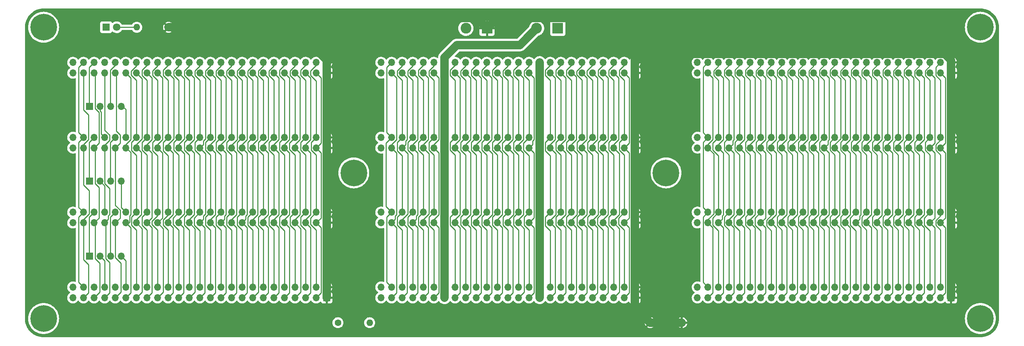
<source format=gbr>
%TF.GenerationSoftware,KiCad,Pcbnew,(6.0.11)*%
%TF.CreationDate,2023-05-28T18:55:11-04:00*%
%TF.ProjectId,backplane.4-slot,6261636b-706c-4616-9e65-2e342d736c6f,rev?*%
%TF.SameCoordinates,Original*%
%TF.FileFunction,Copper,L2,Bot*%
%TF.FilePolarity,Positive*%
%FSLAX46Y46*%
G04 Gerber Fmt 4.6, Leading zero omitted, Abs format (unit mm)*
G04 Created by KiCad (PCBNEW (6.0.11)) date 2023-05-28 18:55:11*
%MOMM*%
%LPD*%
G01*
G04 APERTURE LIST*
%TA.AperFunction,ComponentPad*%
%ADD10R,1.700000X1.700000*%
%TD*%
%TA.AperFunction,ComponentPad*%
%ADD11O,1.700000X1.700000*%
%TD*%
%TA.AperFunction,ComponentPad*%
%ADD12C,6.400000*%
%TD*%
%TA.AperFunction,ComponentPad*%
%ADD13R,1.800000X1.800000*%
%TD*%
%TA.AperFunction,ComponentPad*%
%ADD14C,1.800000*%
%TD*%
%TA.AperFunction,ComponentPad*%
%ADD15C,1.600000*%
%TD*%
%TA.AperFunction,ComponentPad*%
%ADD16O,1.600000X1.600000*%
%TD*%
%TA.AperFunction,ComponentPad*%
%ADD17R,2.600000X2.600000*%
%TD*%
%TA.AperFunction,ComponentPad*%
%ADD18C,2.600000*%
%TD*%
%TA.AperFunction,Conductor*%
%ADD19C,2.000000*%
%TD*%
%TA.AperFunction,Conductor*%
%ADD20C,0.250000*%
%TD*%
G04 APERTURE END LIST*
D10*
%TO.P,J1,1,Pin_1*%
%TO.N,VCC*%
X108000000Y-220000000D03*
D11*
%TO.P,J1,2,Pin_2*%
X108000000Y-217460000D03*
%TO.P,J1,3,Pin_3*%
%TO.N,/~{RD}*%
X105460000Y-220000000D03*
%TO.P,J1,4,Pin_4*%
%TO.N,/E*%
X105460000Y-217460000D03*
%TO.P,J1,5,Pin_5*%
%TO.N,/~{WR}*%
X102920000Y-220000000D03*
%TO.P,J1,6,Pin_6*%
%TO.N,/ST*%
X102920000Y-217460000D03*
%TO.P,J1,7,Pin_7*%
%TO.N,/~{IORQ}*%
X100380000Y-220000000D03*
%TO.P,J1,8,Pin_8*%
%TO.N,/PHI*%
X100380000Y-217460000D03*
%TO.P,J1,9,Pin_9*%
%TO.N,/~{MREQ}*%
X97840000Y-220000000D03*
%TO.P,J1,10,Pin_10*%
%TO.N,/~{INT2}*%
X97840000Y-217460000D03*
%TO.P,J1,11,Pin_11*%
%TO.N,/~{M1}*%
X95300000Y-220000000D03*
%TO.P,J1,12,Pin_12*%
%TO.N,/~{INT1}*%
X95300000Y-217460000D03*
%TO.P,J1,13,Pin_13*%
%TO.N,/~{BUSACK}*%
X92760000Y-220000000D03*
%TO.P,J1,14,Pin_14*%
%TO.N,/CRUCLK*%
X92760000Y-217460000D03*
%TO.P,J1,15,Pin_15*%
%TO.N,/CLK*%
X90220000Y-220000000D03*
%TO.P,J1,16,Pin_16*%
%TO.N,/CRUOUT*%
X90220000Y-217460000D03*
%TO.P,J1,17,Pin_17*%
%TO.N,/~{INT0}*%
X87680000Y-220000000D03*
%TO.P,J1,18,Pin_18*%
%TO.N,/CRUIN*%
X87680000Y-217460000D03*
%TO.P,J1,19,Pin_19*%
%TO.N,/~{NMI}*%
X85140000Y-220000000D03*
%TO.P,J1,20,Pin_20*%
%TO.N,/~{RES_IN}*%
X85140000Y-217460000D03*
%TO.P,J1,21,Pin_21*%
%TO.N,/~{RES_OUT}*%
X82600000Y-220000000D03*
%TO.P,J1,22,Pin_22*%
%TO.N,/USER8*%
X82600000Y-217460000D03*
%TO.P,J1,23,Pin_23*%
%TO.N,/~{BUSRQ}*%
X80060000Y-220000000D03*
%TO.P,J1,24,Pin_24*%
%TO.N,/USER7*%
X80060000Y-217460000D03*
%TO.P,J1,25,Pin_25*%
%TO.N,/~{WAIT}*%
X77520000Y-220000000D03*
%TO.P,J1,26,Pin_26*%
%TO.N,/USER6*%
X77520000Y-217460000D03*
%TO.P,J1,27,Pin_27*%
%TO.N,/~{HALT}*%
X74980000Y-220000000D03*
%TO.P,J1,28,Pin_28*%
%TO.N,/USER5*%
X74980000Y-217460000D03*
%TO.P,J1,29,Pin_29*%
%TO.N,/~{RFSH}*%
X72440000Y-220000000D03*
%TO.P,J1,30,Pin_30*%
%TO.N,/USER4*%
X72440000Y-217460000D03*
%TO.P,J1,31,Pin_31*%
%TO.N,/~{EIRQ7}*%
X69900000Y-220000000D03*
%TO.P,J1,32,Pin_32*%
%TO.N,/USER3*%
X69900000Y-217460000D03*
%TO.P,J1,33,Pin_33*%
%TO.N,/~{EIRQ6}*%
X67360000Y-220000000D03*
%TO.P,J1,34,Pin_34*%
%TO.N,/USER2*%
X67360000Y-217460000D03*
%TO.P,J1,35,Pin_35*%
%TO.N,/~{EIRQ5}*%
X64820000Y-220000000D03*
%TO.P,J1,36,Pin_36*%
%TO.N,/USER1*%
X64820000Y-217460000D03*
%TO.P,J1,37,Pin_37*%
%TO.N,/~{EIRQ4}*%
X62280000Y-220000000D03*
%TO.P,J1,38,Pin_38*%
%TO.N,/USER0*%
X62280000Y-217460000D03*
%TO.P,J1,39,Pin_39*%
%TO.N,/~{EIRQ3}*%
X59740000Y-220000000D03*
%TO.P,J1,40,Pin_40*%
%TO.N,/~{BAI-1}*%
X59740000Y-217460000D03*
%TO.P,J1,41,Pin_41*%
%TO.N,/~{EIRQ2}*%
X57200000Y-220000000D03*
%TO.P,J1,42,Pin_42*%
%TO.N,unconnected-(J1-Pad42)*%
X57200000Y-217460000D03*
%TO.P,J1,43,Pin_43*%
%TO.N,/~{EIRQ1}*%
X54660000Y-220000000D03*
%TO.P,J1,44,Pin_44*%
%TO.N,/~{IEI-1}*%
X54660000Y-217460000D03*
%TO.P,J1,45,Pin_45*%
%TO.N,/~{EIRQ0}*%
X52120000Y-220000000D03*
%TO.P,J1,46,Pin_46*%
%TO.N,unconnected-(J1-Pad46)*%
X52120000Y-217460000D03*
%TO.P,J1,47,Pin_47*%
%TO.N,/I2C_SCL*%
X49580000Y-220000000D03*
%TO.P,J1,48,Pin_48*%
%TO.N,/I2C_SDA*%
X49580000Y-217460000D03*
%TO.P,J1,49,Pin_49*%
%TO.N,GND*%
X47040000Y-220000000D03*
%TO.P,J1,50,Pin_50*%
X47040000Y-217460000D03*
%TD*%
D10*
%TO.P,J3,1,Pin_1*%
%TO.N,VCC*%
X258000000Y-220000000D03*
D11*
%TO.P,J3,2,Pin_2*%
X258000000Y-217460000D03*
%TO.P,J3,3,Pin_3*%
%TO.N,/D15*%
X255460000Y-220000000D03*
%TO.P,J3,4,Pin_4*%
%TO.N,/D31*%
X255460000Y-217460000D03*
%TO.P,J3,5,Pin_5*%
%TO.N,/D14*%
X252920000Y-220000000D03*
%TO.P,J3,6,Pin_6*%
%TO.N,/D30*%
X252920000Y-217460000D03*
%TO.P,J3,7,Pin_7*%
%TO.N,/D13*%
X250380000Y-220000000D03*
%TO.P,J3,8,Pin_8*%
%TO.N,/D29*%
X250380000Y-217460000D03*
%TO.P,J3,9,Pin_9*%
%TO.N,/D12*%
X247840000Y-220000000D03*
%TO.P,J3,10,Pin_10*%
%TO.N,/D28*%
X247840000Y-217460000D03*
%TO.P,J3,11,Pin_11*%
%TO.N,/D11*%
X245300000Y-220000000D03*
%TO.P,J3,12,Pin_12*%
%TO.N,/D27*%
X245300000Y-217460000D03*
%TO.P,J3,13,Pin_13*%
%TO.N,/D10*%
X242760000Y-220000000D03*
%TO.P,J3,14,Pin_14*%
%TO.N,/D26*%
X242760000Y-217460000D03*
%TO.P,J3,15,Pin_15*%
%TO.N,/D9*%
X240220000Y-220000000D03*
%TO.P,J3,16,Pin_16*%
%TO.N,/D25*%
X240220000Y-217460000D03*
%TO.P,J3,17,Pin_17*%
%TO.N,/D8*%
X237680000Y-220000000D03*
%TO.P,J3,18,Pin_18*%
%TO.N,/D24*%
X237680000Y-217460000D03*
%TO.P,J3,19,Pin_19*%
%TO.N,/D7*%
X235140000Y-220000000D03*
%TO.P,J3,20,Pin_20*%
%TO.N,/D23*%
X235140000Y-217460000D03*
%TO.P,J3,21,Pin_21*%
%TO.N,/D6*%
X232600000Y-220000000D03*
%TO.P,J3,22,Pin_22*%
%TO.N,/D22*%
X232600000Y-217460000D03*
%TO.P,J3,23,Pin_23*%
%TO.N,/D5*%
X230060000Y-220000000D03*
%TO.P,J3,24,Pin_24*%
%TO.N,/D21*%
X230060000Y-217460000D03*
%TO.P,J3,25,Pin_25*%
%TO.N,/D4*%
X227520000Y-220000000D03*
%TO.P,J3,26,Pin_26*%
%TO.N,/D20*%
X227520000Y-217460000D03*
%TO.P,J3,27,Pin_27*%
%TO.N,/D3*%
X224980000Y-220000000D03*
%TO.P,J3,28,Pin_28*%
%TO.N,/D19*%
X224980000Y-217460000D03*
%TO.P,J3,29,Pin_29*%
%TO.N,/D2*%
X222440000Y-220000000D03*
%TO.P,J3,30,Pin_30*%
%TO.N,/D18*%
X222440000Y-217460000D03*
%TO.P,J3,31,Pin_31*%
%TO.N,/D1*%
X219900000Y-220000000D03*
%TO.P,J3,32,Pin_32*%
%TO.N,/D17*%
X219900000Y-217460000D03*
%TO.P,J3,33,Pin_33*%
%TO.N,/D0*%
X217360000Y-220000000D03*
%TO.P,J3,34,Pin_34*%
%TO.N,/D16*%
X217360000Y-217460000D03*
%TO.P,J3,35,Pin_35*%
%TO.N,/~{BUSERR}*%
X214820000Y-220000000D03*
%TO.P,J3,36,Pin_36*%
%TO.N,/UDS*%
X214820000Y-217460000D03*
%TO.P,J3,37,Pin_37*%
%TO.N,/~{VPA}*%
X212280000Y-220000000D03*
%TO.P,J3,38,Pin_38*%
%TO.N,/LDS*%
X212280000Y-217460000D03*
%TO.P,J3,39,Pin_39*%
%TO.N,/~{VMA}*%
X209740000Y-220000000D03*
%TO.P,J3,40,Pin_40*%
%TO.N,/S2*%
X209740000Y-217460000D03*
%TO.P,J3,41,Pin_41*%
%TO.N,/~{BHE}*%
X207200000Y-220000000D03*
%TO.P,J3,42,Pin_42*%
%TO.N,/S1*%
X207200000Y-217460000D03*
%TO.P,J3,43,Pin_43*%
%TO.N,/IPL2*%
X204660000Y-220000000D03*
%TO.P,J3,44,Pin_44*%
%TO.N,/S0*%
X204660000Y-217460000D03*
%TO.P,J3,45,Pin_45*%
%TO.N,/IPL1*%
X202120000Y-220000000D03*
%TO.P,J3,46,Pin_46*%
%TO.N,/AUXCLK3*%
X202120000Y-217460000D03*
%TO.P,J3,47,Pin_47*%
%TO.N,/IPL0*%
X199580000Y-220000000D03*
%TO.P,J3,48,Pin_48*%
%TO.N,/AUXCLK2*%
X199580000Y-217460000D03*
%TO.P,J3,49,Pin_49*%
%TO.N,GND*%
X197040000Y-220000000D03*
%TO.P,J3,50,Pin_50*%
X197040000Y-217460000D03*
%TD*%
D10*
%TO.P,J2,1,Pin_1*%
%TO.N,VCC*%
X182000000Y-220000000D03*
D11*
%TO.P,J2,2,Pin_2*%
X182000000Y-217460000D03*
%TO.P,J2,3,Pin_3*%
%TO.N,/A15*%
X179460000Y-220000000D03*
%TO.P,J2,4,Pin_4*%
%TO.N,/A31*%
X179460000Y-217460000D03*
%TO.P,J2,5,Pin_5*%
%TO.N,/A14*%
X176920000Y-220000000D03*
%TO.P,J2,6,Pin_6*%
%TO.N,/A30*%
X176920000Y-217460000D03*
%TO.P,J2,7,Pin_7*%
%TO.N,/A13*%
X174380000Y-220000000D03*
%TO.P,J2,8,Pin_8*%
%TO.N,/A29*%
X174380000Y-217460000D03*
%TO.P,J2,9,Pin_9*%
%TO.N,/A12*%
X171840000Y-220000000D03*
%TO.P,J2,10,Pin_10*%
%TO.N,/A28*%
X171840000Y-217460000D03*
%TO.P,J2,11,Pin_11*%
%TO.N,/A11*%
X169300000Y-220000000D03*
%TO.P,J2,12,Pin_12*%
%TO.N,/A27*%
X169300000Y-217460000D03*
%TO.P,J2,13,Pin_13*%
%TO.N,/A10*%
X166760000Y-220000000D03*
%TO.P,J2,14,Pin_14*%
%TO.N,/A26*%
X166760000Y-217460000D03*
%TO.P,J2,15,Pin_15*%
%TO.N,/A9*%
X164220000Y-220000000D03*
%TO.P,J2,16,Pin_16*%
%TO.N,/A25*%
X164220000Y-217460000D03*
%TO.P,J2,17,Pin_17*%
%TO.N,/A8*%
X161680000Y-220000000D03*
%TO.P,J2,18,Pin_18*%
%TO.N,/A24*%
X161680000Y-217460000D03*
%TO.P,J2,19,Pin_19*%
%TO.N,/+12V*%
X159140000Y-220000000D03*
%TO.P,J2,20,Pin_20*%
X159140000Y-217460000D03*
%TO.P,J2,21,Pin_21*%
%TO.N,/A7*%
X156600000Y-220000000D03*
%TO.P,J2,22,Pin_22*%
%TO.N,/A23*%
X156600000Y-217460000D03*
%TO.P,J2,23,Pin_23*%
%TO.N,/A6*%
X154060000Y-220000000D03*
%TO.P,J2,24,Pin_24*%
%TO.N,/A22*%
X154060000Y-217460000D03*
%TO.P,J2,25,Pin_25*%
%TO.N,/A5*%
X151520000Y-220000000D03*
%TO.P,J2,26,Pin_26*%
%TO.N,/A21*%
X151520000Y-217460000D03*
%TO.P,J2,27,Pin_27*%
%TO.N,/A4*%
X148980000Y-220000000D03*
%TO.P,J2,28,Pin_28*%
%TO.N,/A20*%
X148980000Y-217460000D03*
%TO.P,J2,29,Pin_29*%
%TO.N,/A3*%
X146440000Y-220000000D03*
%TO.P,J2,30,Pin_30*%
%TO.N,/A19*%
X146440000Y-217460000D03*
%TO.P,J2,31,Pin_31*%
%TO.N,/A2*%
X143900000Y-220000000D03*
%TO.P,J2,32,Pin_32*%
%TO.N,/A18*%
X143900000Y-217460000D03*
%TO.P,J2,33,Pin_33*%
%TO.N,/A1*%
X141360000Y-220000000D03*
%TO.P,J2,34,Pin_34*%
%TO.N,/A17*%
X141360000Y-217460000D03*
%TO.P,J2,35,Pin_35*%
%TO.N,/A0*%
X138820000Y-220000000D03*
%TO.P,J2,36,Pin_36*%
%TO.N,/A16*%
X138820000Y-217460000D03*
%TO.P,J2,37,Pin_37*%
%TO.N,/-12V*%
X136280000Y-220000000D03*
%TO.P,J2,38,Pin_38*%
X136280000Y-217460000D03*
%TO.P,J2,39,Pin_39*%
%TO.N,/IC3*%
X133740000Y-220000000D03*
%TO.P,J2,40,Pin_40*%
%TO.N,/~{TEND1}*%
X133740000Y-217460000D03*
%TO.P,J2,41,Pin_41*%
%TO.N,/IC2*%
X131200000Y-220000000D03*
%TO.P,J2,42,Pin_42*%
%TO.N,/~{DREQ1}*%
X131200000Y-217460000D03*
%TO.P,J2,43,Pin_43*%
%TO.N,/IC1*%
X128660000Y-220000000D03*
%TO.P,J2,44,Pin_44*%
%TO.N,/~{TEND0}*%
X128660000Y-217460000D03*
%TO.P,J2,45,Pin_45*%
%TO.N,/IC0*%
X126120000Y-220000000D03*
%TO.P,J2,46,Pin_46*%
%TO.N,/~{DREQ0}*%
X126120000Y-217460000D03*
%TO.P,J2,47,Pin_47*%
%TO.N,/AUXCLK1*%
X123580000Y-220000000D03*
%TO.P,J2,48,Pin_48*%
%TO.N,/AUXCLK0*%
X123580000Y-217460000D03*
%TO.P,J2,49,Pin_49*%
%TO.N,GND*%
X121040000Y-220000000D03*
%TO.P,J2,50,Pin_50*%
X121040000Y-217460000D03*
%TD*%
D12*
%TO.P,H1,1,1*%
%TO.N,GND*%
X40000000Y-155000000D03*
%TD*%
%TO.P,H2,1,1*%
%TO.N,GND*%
X265000000Y-155000000D03*
%TD*%
D10*
%TO.P,J4,1,Pin_1*%
%TO.N,VCC*%
X108000000Y-202000000D03*
D11*
%TO.P,J4,2,Pin_2*%
X108000000Y-199460000D03*
%TO.P,J4,3,Pin_3*%
%TO.N,/~{RD}*%
X105460000Y-202000000D03*
%TO.P,J4,4,Pin_4*%
%TO.N,/E*%
X105460000Y-199460000D03*
%TO.P,J4,5,Pin_5*%
%TO.N,/~{WR}*%
X102920000Y-202000000D03*
%TO.P,J4,6,Pin_6*%
%TO.N,/ST*%
X102920000Y-199460000D03*
%TO.P,J4,7,Pin_7*%
%TO.N,/~{IORQ}*%
X100380000Y-202000000D03*
%TO.P,J4,8,Pin_8*%
%TO.N,/PHI*%
X100380000Y-199460000D03*
%TO.P,J4,9,Pin_9*%
%TO.N,/~{MREQ}*%
X97840000Y-202000000D03*
%TO.P,J4,10,Pin_10*%
%TO.N,/~{INT2}*%
X97840000Y-199460000D03*
%TO.P,J4,11,Pin_11*%
%TO.N,/~{M1}*%
X95300000Y-202000000D03*
%TO.P,J4,12,Pin_12*%
%TO.N,/~{INT1}*%
X95300000Y-199460000D03*
%TO.P,J4,13,Pin_13*%
%TO.N,/~{BUSACK}*%
X92760000Y-202000000D03*
%TO.P,J4,14,Pin_14*%
%TO.N,/CRUCLK*%
X92760000Y-199460000D03*
%TO.P,J4,15,Pin_15*%
%TO.N,/CLK*%
X90220000Y-202000000D03*
%TO.P,J4,16,Pin_16*%
%TO.N,/CRUOUT*%
X90220000Y-199460000D03*
%TO.P,J4,17,Pin_17*%
%TO.N,/~{INT0}*%
X87680000Y-202000000D03*
%TO.P,J4,18,Pin_18*%
%TO.N,/CRUIN*%
X87680000Y-199460000D03*
%TO.P,J4,19,Pin_19*%
%TO.N,/~{NMI}*%
X85140000Y-202000000D03*
%TO.P,J4,20,Pin_20*%
%TO.N,/~{RES_IN}*%
X85140000Y-199460000D03*
%TO.P,J4,21,Pin_21*%
%TO.N,/~{RES_OUT}*%
X82600000Y-202000000D03*
%TO.P,J4,22,Pin_22*%
%TO.N,/USER8*%
X82600000Y-199460000D03*
%TO.P,J4,23,Pin_23*%
%TO.N,/~{BUSRQ}*%
X80060000Y-202000000D03*
%TO.P,J4,24,Pin_24*%
%TO.N,/USER7*%
X80060000Y-199460000D03*
%TO.P,J4,25,Pin_25*%
%TO.N,/~{WAIT}*%
X77520000Y-202000000D03*
%TO.P,J4,26,Pin_26*%
%TO.N,/USER6*%
X77520000Y-199460000D03*
%TO.P,J4,27,Pin_27*%
%TO.N,/~{HALT}*%
X74980000Y-202000000D03*
%TO.P,J4,28,Pin_28*%
%TO.N,/USER5*%
X74980000Y-199460000D03*
%TO.P,J4,29,Pin_29*%
%TO.N,/~{RFSH}*%
X72440000Y-202000000D03*
%TO.P,J4,30,Pin_30*%
%TO.N,/USER4*%
X72440000Y-199460000D03*
%TO.P,J4,31,Pin_31*%
%TO.N,/~{EIRQ7}*%
X69900000Y-202000000D03*
%TO.P,J4,32,Pin_32*%
%TO.N,/USER3*%
X69900000Y-199460000D03*
%TO.P,J4,33,Pin_33*%
%TO.N,/~{EIRQ6}*%
X67360000Y-202000000D03*
%TO.P,J4,34,Pin_34*%
%TO.N,/USER2*%
X67360000Y-199460000D03*
%TO.P,J4,35,Pin_35*%
%TO.N,/~{EIRQ5}*%
X64820000Y-202000000D03*
%TO.P,J4,36,Pin_36*%
%TO.N,/USER1*%
X64820000Y-199460000D03*
%TO.P,J4,37,Pin_37*%
%TO.N,/~{EIRQ4}*%
X62280000Y-202000000D03*
%TO.P,J4,38,Pin_38*%
%TO.N,/USER0*%
X62280000Y-199460000D03*
%TO.P,J4,39,Pin_39*%
%TO.N,/~{EIRQ3}*%
X59740000Y-202000000D03*
%TO.P,J4,40,Pin_40*%
%TO.N,/~{BAI-2}*%
X59740000Y-199460000D03*
%TO.P,J4,41,Pin_41*%
%TO.N,/~{EIRQ2}*%
X57200000Y-202000000D03*
%TO.P,J4,42,Pin_42*%
%TO.N,/~{BAO-2}*%
X57200000Y-199460000D03*
%TO.P,J4,43,Pin_43*%
%TO.N,/~{EIRQ1}*%
X54660000Y-202000000D03*
%TO.P,J4,44,Pin_44*%
%TO.N,/~{IEI-2}*%
X54660000Y-199460000D03*
%TO.P,J4,45,Pin_45*%
%TO.N,/~{EIRQ0}*%
X52120000Y-202000000D03*
%TO.P,J4,46,Pin_46*%
%TO.N,/~{IEO-2}*%
X52120000Y-199460000D03*
%TO.P,J4,47,Pin_47*%
%TO.N,/I2C_SCL*%
X49580000Y-202000000D03*
%TO.P,J4,48,Pin_48*%
%TO.N,/I2C_SDA*%
X49580000Y-199460000D03*
%TO.P,J4,49,Pin_49*%
%TO.N,GND*%
X47040000Y-202000000D03*
%TO.P,J4,50,Pin_50*%
X47040000Y-199460000D03*
%TD*%
D10*
%TO.P,J5,1,Pin_1*%
%TO.N,VCC*%
X182000000Y-202000000D03*
D11*
%TO.P,J5,2,Pin_2*%
X182000000Y-199460000D03*
%TO.P,J5,3,Pin_3*%
%TO.N,/A15*%
X179460000Y-202000000D03*
%TO.P,J5,4,Pin_4*%
%TO.N,/A31*%
X179460000Y-199460000D03*
%TO.P,J5,5,Pin_5*%
%TO.N,/A14*%
X176920000Y-202000000D03*
%TO.P,J5,6,Pin_6*%
%TO.N,/A30*%
X176920000Y-199460000D03*
%TO.P,J5,7,Pin_7*%
%TO.N,/A13*%
X174380000Y-202000000D03*
%TO.P,J5,8,Pin_8*%
%TO.N,/A29*%
X174380000Y-199460000D03*
%TO.P,J5,9,Pin_9*%
%TO.N,/A12*%
X171840000Y-202000000D03*
%TO.P,J5,10,Pin_10*%
%TO.N,/A28*%
X171840000Y-199460000D03*
%TO.P,J5,11,Pin_11*%
%TO.N,/A11*%
X169300000Y-202000000D03*
%TO.P,J5,12,Pin_12*%
%TO.N,/A27*%
X169300000Y-199460000D03*
%TO.P,J5,13,Pin_13*%
%TO.N,/A10*%
X166760000Y-202000000D03*
%TO.P,J5,14,Pin_14*%
%TO.N,/A26*%
X166760000Y-199460000D03*
%TO.P,J5,15,Pin_15*%
%TO.N,/A9*%
X164220000Y-202000000D03*
%TO.P,J5,16,Pin_16*%
%TO.N,/A25*%
X164220000Y-199460000D03*
%TO.P,J5,17,Pin_17*%
%TO.N,/A8*%
X161680000Y-202000000D03*
%TO.P,J5,18,Pin_18*%
%TO.N,/A24*%
X161680000Y-199460000D03*
%TO.P,J5,19,Pin_19*%
%TO.N,/+12V*%
X159140000Y-202000000D03*
%TO.P,J5,20,Pin_20*%
X159140000Y-199460000D03*
%TO.P,J5,21,Pin_21*%
%TO.N,/A7*%
X156600000Y-202000000D03*
%TO.P,J5,22,Pin_22*%
%TO.N,/A23*%
X156600000Y-199460000D03*
%TO.P,J5,23,Pin_23*%
%TO.N,/A6*%
X154060000Y-202000000D03*
%TO.P,J5,24,Pin_24*%
%TO.N,/A22*%
X154060000Y-199460000D03*
%TO.P,J5,25,Pin_25*%
%TO.N,/A5*%
X151520000Y-202000000D03*
%TO.P,J5,26,Pin_26*%
%TO.N,/A21*%
X151520000Y-199460000D03*
%TO.P,J5,27,Pin_27*%
%TO.N,/A4*%
X148980000Y-202000000D03*
%TO.P,J5,28,Pin_28*%
%TO.N,/A20*%
X148980000Y-199460000D03*
%TO.P,J5,29,Pin_29*%
%TO.N,/A3*%
X146440000Y-202000000D03*
%TO.P,J5,30,Pin_30*%
%TO.N,/A19*%
X146440000Y-199460000D03*
%TO.P,J5,31,Pin_31*%
%TO.N,/A2*%
X143900000Y-202000000D03*
%TO.P,J5,32,Pin_32*%
%TO.N,/A18*%
X143900000Y-199460000D03*
%TO.P,J5,33,Pin_33*%
%TO.N,/A1*%
X141360000Y-202000000D03*
%TO.P,J5,34,Pin_34*%
%TO.N,/A17*%
X141360000Y-199460000D03*
%TO.P,J5,35,Pin_35*%
%TO.N,/A0*%
X138820000Y-202000000D03*
%TO.P,J5,36,Pin_36*%
%TO.N,/A16*%
X138820000Y-199460000D03*
%TO.P,J5,37,Pin_37*%
%TO.N,/-12V*%
X136280000Y-202000000D03*
%TO.P,J5,38,Pin_38*%
X136280000Y-199460000D03*
%TO.P,J5,39,Pin_39*%
%TO.N,/IC3*%
X133740000Y-202000000D03*
%TO.P,J5,40,Pin_40*%
%TO.N,/~{TEND1}*%
X133740000Y-199460000D03*
%TO.P,J5,41,Pin_41*%
%TO.N,/IC2*%
X131200000Y-202000000D03*
%TO.P,J5,42,Pin_42*%
%TO.N,/~{DREQ1}*%
X131200000Y-199460000D03*
%TO.P,J5,43,Pin_43*%
%TO.N,/IC1*%
X128660000Y-202000000D03*
%TO.P,J5,44,Pin_44*%
%TO.N,/~{TEND0}*%
X128660000Y-199460000D03*
%TO.P,J5,45,Pin_45*%
%TO.N,/IC0*%
X126120000Y-202000000D03*
%TO.P,J5,46,Pin_46*%
%TO.N,/~{DREQ0}*%
X126120000Y-199460000D03*
%TO.P,J5,47,Pin_47*%
%TO.N,/AUXCLK1*%
X123580000Y-202000000D03*
%TO.P,J5,48,Pin_48*%
%TO.N,/AUXCLK0*%
X123580000Y-199460000D03*
%TO.P,J5,49,Pin_49*%
%TO.N,GND*%
X121040000Y-202000000D03*
%TO.P,J5,50,Pin_50*%
X121040000Y-199460000D03*
%TD*%
D10*
%TO.P,J6,1,Pin_1*%
%TO.N,VCC*%
X258000000Y-202000000D03*
D11*
%TO.P,J6,2,Pin_2*%
X258000000Y-199460000D03*
%TO.P,J6,3,Pin_3*%
%TO.N,/D15*%
X255460000Y-202000000D03*
%TO.P,J6,4,Pin_4*%
%TO.N,/D31*%
X255460000Y-199460000D03*
%TO.P,J6,5,Pin_5*%
%TO.N,/D14*%
X252920000Y-202000000D03*
%TO.P,J6,6,Pin_6*%
%TO.N,/D30*%
X252920000Y-199460000D03*
%TO.P,J6,7,Pin_7*%
%TO.N,/D13*%
X250380000Y-202000000D03*
%TO.P,J6,8,Pin_8*%
%TO.N,/D29*%
X250380000Y-199460000D03*
%TO.P,J6,9,Pin_9*%
%TO.N,/D12*%
X247840000Y-202000000D03*
%TO.P,J6,10,Pin_10*%
%TO.N,/D28*%
X247840000Y-199460000D03*
%TO.P,J6,11,Pin_11*%
%TO.N,/D11*%
X245300000Y-202000000D03*
%TO.P,J6,12,Pin_12*%
%TO.N,/D27*%
X245300000Y-199460000D03*
%TO.P,J6,13,Pin_13*%
%TO.N,/D10*%
X242760000Y-202000000D03*
%TO.P,J6,14,Pin_14*%
%TO.N,/D26*%
X242760000Y-199460000D03*
%TO.P,J6,15,Pin_15*%
%TO.N,/D9*%
X240220000Y-202000000D03*
%TO.P,J6,16,Pin_16*%
%TO.N,/D25*%
X240220000Y-199460000D03*
%TO.P,J6,17,Pin_17*%
%TO.N,/D8*%
X237680000Y-202000000D03*
%TO.P,J6,18,Pin_18*%
%TO.N,/D24*%
X237680000Y-199460000D03*
%TO.P,J6,19,Pin_19*%
%TO.N,/D7*%
X235140000Y-202000000D03*
%TO.P,J6,20,Pin_20*%
%TO.N,/D23*%
X235140000Y-199460000D03*
%TO.P,J6,21,Pin_21*%
%TO.N,/D6*%
X232600000Y-202000000D03*
%TO.P,J6,22,Pin_22*%
%TO.N,/D22*%
X232600000Y-199460000D03*
%TO.P,J6,23,Pin_23*%
%TO.N,/D5*%
X230060000Y-202000000D03*
%TO.P,J6,24,Pin_24*%
%TO.N,/D21*%
X230060000Y-199460000D03*
%TO.P,J6,25,Pin_25*%
%TO.N,/D4*%
X227520000Y-202000000D03*
%TO.P,J6,26,Pin_26*%
%TO.N,/D20*%
X227520000Y-199460000D03*
%TO.P,J6,27,Pin_27*%
%TO.N,/D3*%
X224980000Y-202000000D03*
%TO.P,J6,28,Pin_28*%
%TO.N,/D19*%
X224980000Y-199460000D03*
%TO.P,J6,29,Pin_29*%
%TO.N,/D2*%
X222440000Y-202000000D03*
%TO.P,J6,30,Pin_30*%
%TO.N,/D18*%
X222440000Y-199460000D03*
%TO.P,J6,31,Pin_31*%
%TO.N,/D1*%
X219900000Y-202000000D03*
%TO.P,J6,32,Pin_32*%
%TO.N,/D17*%
X219900000Y-199460000D03*
%TO.P,J6,33,Pin_33*%
%TO.N,/D0*%
X217360000Y-202000000D03*
%TO.P,J6,34,Pin_34*%
%TO.N,/D16*%
X217360000Y-199460000D03*
%TO.P,J6,35,Pin_35*%
%TO.N,/~{BUSERR}*%
X214820000Y-202000000D03*
%TO.P,J6,36,Pin_36*%
%TO.N,/UDS*%
X214820000Y-199460000D03*
%TO.P,J6,37,Pin_37*%
%TO.N,/~{VPA}*%
X212280000Y-202000000D03*
%TO.P,J6,38,Pin_38*%
%TO.N,/LDS*%
X212280000Y-199460000D03*
%TO.P,J6,39,Pin_39*%
%TO.N,/~{VMA}*%
X209740000Y-202000000D03*
%TO.P,J6,40,Pin_40*%
%TO.N,/S2*%
X209740000Y-199460000D03*
%TO.P,J6,41,Pin_41*%
%TO.N,/~{BHE}*%
X207200000Y-202000000D03*
%TO.P,J6,42,Pin_42*%
%TO.N,/S1*%
X207200000Y-199460000D03*
%TO.P,J6,43,Pin_43*%
%TO.N,/IPL2*%
X204660000Y-202000000D03*
%TO.P,J6,44,Pin_44*%
%TO.N,/S0*%
X204660000Y-199460000D03*
%TO.P,J6,45,Pin_45*%
%TO.N,/IPL1*%
X202120000Y-202000000D03*
%TO.P,J6,46,Pin_46*%
%TO.N,/AUXCLK3*%
X202120000Y-199460000D03*
%TO.P,J6,47,Pin_47*%
%TO.N,/IPL0*%
X199580000Y-202000000D03*
%TO.P,J6,48,Pin_48*%
%TO.N,/AUXCLK2*%
X199580000Y-199460000D03*
%TO.P,J6,49,Pin_49*%
%TO.N,GND*%
X197040000Y-202000000D03*
%TO.P,J6,50,Pin_50*%
X197040000Y-199460000D03*
%TD*%
D10*
%TO.P,J7,1,Pin_1*%
%TO.N,VCC*%
X108000000Y-184000000D03*
D11*
%TO.P,J7,2,Pin_2*%
X108000000Y-181460000D03*
%TO.P,J7,3,Pin_3*%
%TO.N,/~{RD}*%
X105460000Y-184000000D03*
%TO.P,J7,4,Pin_4*%
%TO.N,/E*%
X105460000Y-181460000D03*
%TO.P,J7,5,Pin_5*%
%TO.N,/~{WR}*%
X102920000Y-184000000D03*
%TO.P,J7,6,Pin_6*%
%TO.N,/ST*%
X102920000Y-181460000D03*
%TO.P,J7,7,Pin_7*%
%TO.N,/~{IORQ}*%
X100380000Y-184000000D03*
%TO.P,J7,8,Pin_8*%
%TO.N,/PHI*%
X100380000Y-181460000D03*
%TO.P,J7,9,Pin_9*%
%TO.N,/~{MREQ}*%
X97840000Y-184000000D03*
%TO.P,J7,10,Pin_10*%
%TO.N,/~{INT2}*%
X97840000Y-181460000D03*
%TO.P,J7,11,Pin_11*%
%TO.N,/~{M1}*%
X95300000Y-184000000D03*
%TO.P,J7,12,Pin_12*%
%TO.N,/~{INT1}*%
X95300000Y-181460000D03*
%TO.P,J7,13,Pin_13*%
%TO.N,/~{BUSACK}*%
X92760000Y-184000000D03*
%TO.P,J7,14,Pin_14*%
%TO.N,/CRUCLK*%
X92760000Y-181460000D03*
%TO.P,J7,15,Pin_15*%
%TO.N,/CLK*%
X90220000Y-184000000D03*
%TO.P,J7,16,Pin_16*%
%TO.N,/CRUOUT*%
X90220000Y-181460000D03*
%TO.P,J7,17,Pin_17*%
%TO.N,/~{INT0}*%
X87680000Y-184000000D03*
%TO.P,J7,18,Pin_18*%
%TO.N,/CRUIN*%
X87680000Y-181460000D03*
%TO.P,J7,19,Pin_19*%
%TO.N,/~{NMI}*%
X85140000Y-184000000D03*
%TO.P,J7,20,Pin_20*%
%TO.N,/~{RES_IN}*%
X85140000Y-181460000D03*
%TO.P,J7,21,Pin_21*%
%TO.N,/~{RES_OUT}*%
X82600000Y-184000000D03*
%TO.P,J7,22,Pin_22*%
%TO.N,/USER8*%
X82600000Y-181460000D03*
%TO.P,J7,23,Pin_23*%
%TO.N,/~{BUSRQ}*%
X80060000Y-184000000D03*
%TO.P,J7,24,Pin_24*%
%TO.N,/USER7*%
X80060000Y-181460000D03*
%TO.P,J7,25,Pin_25*%
%TO.N,/~{WAIT}*%
X77520000Y-184000000D03*
%TO.P,J7,26,Pin_26*%
%TO.N,/USER6*%
X77520000Y-181460000D03*
%TO.P,J7,27,Pin_27*%
%TO.N,/~{HALT}*%
X74980000Y-184000000D03*
%TO.P,J7,28,Pin_28*%
%TO.N,/USER5*%
X74980000Y-181460000D03*
%TO.P,J7,29,Pin_29*%
%TO.N,/~{RFSH}*%
X72440000Y-184000000D03*
%TO.P,J7,30,Pin_30*%
%TO.N,/USER4*%
X72440000Y-181460000D03*
%TO.P,J7,31,Pin_31*%
%TO.N,/~{EIRQ7}*%
X69900000Y-184000000D03*
%TO.P,J7,32,Pin_32*%
%TO.N,/USER3*%
X69900000Y-181460000D03*
%TO.P,J7,33,Pin_33*%
%TO.N,/~{EIRQ6}*%
X67360000Y-184000000D03*
%TO.P,J7,34,Pin_34*%
%TO.N,/USER2*%
X67360000Y-181460000D03*
%TO.P,J7,35,Pin_35*%
%TO.N,/~{EIRQ5}*%
X64820000Y-184000000D03*
%TO.P,J7,36,Pin_36*%
%TO.N,/USER1*%
X64820000Y-181460000D03*
%TO.P,J7,37,Pin_37*%
%TO.N,/~{EIRQ4}*%
X62280000Y-184000000D03*
%TO.P,J7,38,Pin_38*%
%TO.N,/USER0*%
X62280000Y-181460000D03*
%TO.P,J7,39,Pin_39*%
%TO.N,/~{EIRQ3}*%
X59740000Y-184000000D03*
%TO.P,J7,40,Pin_40*%
%TO.N,/~{BAI-3}*%
X59740000Y-181460000D03*
%TO.P,J7,41,Pin_41*%
%TO.N,/~{EIRQ2}*%
X57200000Y-184000000D03*
%TO.P,J7,42,Pin_42*%
%TO.N,/~{BAO-3}*%
X57200000Y-181460000D03*
%TO.P,J7,43,Pin_43*%
%TO.N,/~{EIRQ1}*%
X54660000Y-184000000D03*
%TO.P,J7,44,Pin_44*%
%TO.N,/~{IEI-3}*%
X54660000Y-181460000D03*
%TO.P,J7,45,Pin_45*%
%TO.N,/~{EIRQ0}*%
X52120000Y-184000000D03*
%TO.P,J7,46,Pin_46*%
%TO.N,/~{IEO-3}*%
X52120000Y-181460000D03*
%TO.P,J7,47,Pin_47*%
%TO.N,/I2C_SCL*%
X49580000Y-184000000D03*
%TO.P,J7,48,Pin_48*%
%TO.N,/I2C_SDA*%
X49580000Y-181460000D03*
%TO.P,J7,49,Pin_49*%
%TO.N,GND*%
X47040000Y-184000000D03*
%TO.P,J7,50,Pin_50*%
X47040000Y-181460000D03*
%TD*%
D10*
%TO.P,J8,1,Pin_1*%
%TO.N,VCC*%
X182000000Y-184000000D03*
D11*
%TO.P,J8,2,Pin_2*%
X182000000Y-181460000D03*
%TO.P,J8,3,Pin_3*%
%TO.N,/A15*%
X179460000Y-184000000D03*
%TO.P,J8,4,Pin_4*%
%TO.N,/A31*%
X179460000Y-181460000D03*
%TO.P,J8,5,Pin_5*%
%TO.N,/A14*%
X176920000Y-184000000D03*
%TO.P,J8,6,Pin_6*%
%TO.N,/A30*%
X176920000Y-181460000D03*
%TO.P,J8,7,Pin_7*%
%TO.N,/A13*%
X174380000Y-184000000D03*
%TO.P,J8,8,Pin_8*%
%TO.N,/A29*%
X174380000Y-181460000D03*
%TO.P,J8,9,Pin_9*%
%TO.N,/A12*%
X171840000Y-184000000D03*
%TO.P,J8,10,Pin_10*%
%TO.N,/A28*%
X171840000Y-181460000D03*
%TO.P,J8,11,Pin_11*%
%TO.N,/A11*%
X169300000Y-184000000D03*
%TO.P,J8,12,Pin_12*%
%TO.N,/A27*%
X169300000Y-181460000D03*
%TO.P,J8,13,Pin_13*%
%TO.N,/A10*%
X166760000Y-184000000D03*
%TO.P,J8,14,Pin_14*%
%TO.N,/A26*%
X166760000Y-181460000D03*
%TO.P,J8,15,Pin_15*%
%TO.N,/A9*%
X164220000Y-184000000D03*
%TO.P,J8,16,Pin_16*%
%TO.N,/A25*%
X164220000Y-181460000D03*
%TO.P,J8,17,Pin_17*%
%TO.N,/A8*%
X161680000Y-184000000D03*
%TO.P,J8,18,Pin_18*%
%TO.N,/A24*%
X161680000Y-181460000D03*
%TO.P,J8,19,Pin_19*%
%TO.N,/+12V*%
X159140000Y-184000000D03*
%TO.P,J8,20,Pin_20*%
X159140000Y-181460000D03*
%TO.P,J8,21,Pin_21*%
%TO.N,/A7*%
X156600000Y-184000000D03*
%TO.P,J8,22,Pin_22*%
%TO.N,/A23*%
X156600000Y-181460000D03*
%TO.P,J8,23,Pin_23*%
%TO.N,/A6*%
X154060000Y-184000000D03*
%TO.P,J8,24,Pin_24*%
%TO.N,/A22*%
X154060000Y-181460000D03*
%TO.P,J8,25,Pin_25*%
%TO.N,/A5*%
X151520000Y-184000000D03*
%TO.P,J8,26,Pin_26*%
%TO.N,/A21*%
X151520000Y-181460000D03*
%TO.P,J8,27,Pin_27*%
%TO.N,/A4*%
X148980000Y-184000000D03*
%TO.P,J8,28,Pin_28*%
%TO.N,/A20*%
X148980000Y-181460000D03*
%TO.P,J8,29,Pin_29*%
%TO.N,/A3*%
X146440000Y-184000000D03*
%TO.P,J8,30,Pin_30*%
%TO.N,/A19*%
X146440000Y-181460000D03*
%TO.P,J8,31,Pin_31*%
%TO.N,/A2*%
X143900000Y-184000000D03*
%TO.P,J8,32,Pin_32*%
%TO.N,/A18*%
X143900000Y-181460000D03*
%TO.P,J8,33,Pin_33*%
%TO.N,/A1*%
X141360000Y-184000000D03*
%TO.P,J8,34,Pin_34*%
%TO.N,/A17*%
X141360000Y-181460000D03*
%TO.P,J8,35,Pin_35*%
%TO.N,/A0*%
X138820000Y-184000000D03*
%TO.P,J8,36,Pin_36*%
%TO.N,/A16*%
X138820000Y-181460000D03*
%TO.P,J8,37,Pin_37*%
%TO.N,/-12V*%
X136280000Y-184000000D03*
%TO.P,J8,38,Pin_38*%
X136280000Y-181460000D03*
%TO.P,J8,39,Pin_39*%
%TO.N,/IC3*%
X133740000Y-184000000D03*
%TO.P,J8,40,Pin_40*%
%TO.N,/~{TEND1}*%
X133740000Y-181460000D03*
%TO.P,J8,41,Pin_41*%
%TO.N,/IC2*%
X131200000Y-184000000D03*
%TO.P,J8,42,Pin_42*%
%TO.N,/~{DREQ1}*%
X131200000Y-181460000D03*
%TO.P,J8,43,Pin_43*%
%TO.N,/IC1*%
X128660000Y-184000000D03*
%TO.P,J8,44,Pin_44*%
%TO.N,/~{TEND0}*%
X128660000Y-181460000D03*
%TO.P,J8,45,Pin_45*%
%TO.N,/IC0*%
X126120000Y-184000000D03*
%TO.P,J8,46,Pin_46*%
%TO.N,/~{DREQ0}*%
X126120000Y-181460000D03*
%TO.P,J8,47,Pin_47*%
%TO.N,/AUXCLK1*%
X123580000Y-184000000D03*
%TO.P,J8,48,Pin_48*%
%TO.N,/AUXCLK0*%
X123580000Y-181460000D03*
%TO.P,J8,49,Pin_49*%
%TO.N,GND*%
X121040000Y-184000000D03*
%TO.P,J8,50,Pin_50*%
X121040000Y-181460000D03*
%TD*%
D10*
%TO.P,J9,1,Pin_1*%
%TO.N,VCC*%
X258000000Y-184000000D03*
D11*
%TO.P,J9,2,Pin_2*%
X258000000Y-181460000D03*
%TO.P,J9,3,Pin_3*%
%TO.N,/D15*%
X255460000Y-184000000D03*
%TO.P,J9,4,Pin_4*%
%TO.N,/D31*%
X255460000Y-181460000D03*
%TO.P,J9,5,Pin_5*%
%TO.N,/D14*%
X252920000Y-184000000D03*
%TO.P,J9,6,Pin_6*%
%TO.N,/D30*%
X252920000Y-181460000D03*
%TO.P,J9,7,Pin_7*%
%TO.N,/D13*%
X250380000Y-184000000D03*
%TO.P,J9,8,Pin_8*%
%TO.N,/D29*%
X250380000Y-181460000D03*
%TO.P,J9,9,Pin_9*%
%TO.N,/D12*%
X247840000Y-184000000D03*
%TO.P,J9,10,Pin_10*%
%TO.N,/D28*%
X247840000Y-181460000D03*
%TO.P,J9,11,Pin_11*%
%TO.N,/D11*%
X245300000Y-184000000D03*
%TO.P,J9,12,Pin_12*%
%TO.N,/D27*%
X245300000Y-181460000D03*
%TO.P,J9,13,Pin_13*%
%TO.N,/D10*%
X242760000Y-184000000D03*
%TO.P,J9,14,Pin_14*%
%TO.N,/D26*%
X242760000Y-181460000D03*
%TO.P,J9,15,Pin_15*%
%TO.N,/D9*%
X240220000Y-184000000D03*
%TO.P,J9,16,Pin_16*%
%TO.N,/D25*%
X240220000Y-181460000D03*
%TO.P,J9,17,Pin_17*%
%TO.N,/D8*%
X237680000Y-184000000D03*
%TO.P,J9,18,Pin_18*%
%TO.N,/D24*%
X237680000Y-181460000D03*
%TO.P,J9,19,Pin_19*%
%TO.N,/D7*%
X235140000Y-184000000D03*
%TO.P,J9,20,Pin_20*%
%TO.N,/D23*%
X235140000Y-181460000D03*
%TO.P,J9,21,Pin_21*%
%TO.N,/D6*%
X232600000Y-184000000D03*
%TO.P,J9,22,Pin_22*%
%TO.N,/D22*%
X232600000Y-181460000D03*
%TO.P,J9,23,Pin_23*%
%TO.N,/D5*%
X230060000Y-184000000D03*
%TO.P,J9,24,Pin_24*%
%TO.N,/D21*%
X230060000Y-181460000D03*
%TO.P,J9,25,Pin_25*%
%TO.N,/D4*%
X227520000Y-184000000D03*
%TO.P,J9,26,Pin_26*%
%TO.N,/D20*%
X227520000Y-181460000D03*
%TO.P,J9,27,Pin_27*%
%TO.N,/D3*%
X224980000Y-184000000D03*
%TO.P,J9,28,Pin_28*%
%TO.N,/D19*%
X224980000Y-181460000D03*
%TO.P,J9,29,Pin_29*%
%TO.N,/D2*%
X222440000Y-184000000D03*
%TO.P,J9,30,Pin_30*%
%TO.N,/D18*%
X222440000Y-181460000D03*
%TO.P,J9,31,Pin_31*%
%TO.N,/D1*%
X219900000Y-184000000D03*
%TO.P,J9,32,Pin_32*%
%TO.N,/D17*%
X219900000Y-181460000D03*
%TO.P,J9,33,Pin_33*%
%TO.N,/D0*%
X217360000Y-184000000D03*
%TO.P,J9,34,Pin_34*%
%TO.N,/D16*%
X217360000Y-181460000D03*
%TO.P,J9,35,Pin_35*%
%TO.N,/~{BUSERR}*%
X214820000Y-184000000D03*
%TO.P,J9,36,Pin_36*%
%TO.N,/UDS*%
X214820000Y-181460000D03*
%TO.P,J9,37,Pin_37*%
%TO.N,/~{VPA}*%
X212280000Y-184000000D03*
%TO.P,J9,38,Pin_38*%
%TO.N,/LDS*%
X212280000Y-181460000D03*
%TO.P,J9,39,Pin_39*%
%TO.N,/~{VMA}*%
X209740000Y-184000000D03*
%TO.P,J9,40,Pin_40*%
%TO.N,/S2*%
X209740000Y-181460000D03*
%TO.P,J9,41,Pin_41*%
%TO.N,/~{BHE}*%
X207200000Y-184000000D03*
%TO.P,J9,42,Pin_42*%
%TO.N,/S1*%
X207200000Y-181460000D03*
%TO.P,J9,43,Pin_43*%
%TO.N,/IPL2*%
X204660000Y-184000000D03*
%TO.P,J9,44,Pin_44*%
%TO.N,/S0*%
X204660000Y-181460000D03*
%TO.P,J9,45,Pin_45*%
%TO.N,/IPL1*%
X202120000Y-184000000D03*
%TO.P,J9,46,Pin_46*%
%TO.N,/AUXCLK3*%
X202120000Y-181460000D03*
%TO.P,J9,47,Pin_47*%
%TO.N,/IPL0*%
X199580000Y-184000000D03*
%TO.P,J9,48,Pin_48*%
%TO.N,/AUXCLK2*%
X199580000Y-181460000D03*
%TO.P,J9,49,Pin_49*%
%TO.N,GND*%
X197040000Y-184000000D03*
%TO.P,J9,50,Pin_50*%
X197040000Y-181460000D03*
%TD*%
D10*
%TO.P,J10,1,Pin_1*%
%TO.N,VCC*%
X108000000Y-166000000D03*
D11*
%TO.P,J10,2,Pin_2*%
X108000000Y-163460000D03*
%TO.P,J10,3,Pin_3*%
%TO.N,/~{RD}*%
X105460000Y-166000000D03*
%TO.P,J10,4,Pin_4*%
%TO.N,/E*%
X105460000Y-163460000D03*
%TO.P,J10,5,Pin_5*%
%TO.N,/~{WR}*%
X102920000Y-166000000D03*
%TO.P,J10,6,Pin_6*%
%TO.N,/ST*%
X102920000Y-163460000D03*
%TO.P,J10,7,Pin_7*%
%TO.N,/~{IORQ}*%
X100380000Y-166000000D03*
%TO.P,J10,8,Pin_8*%
%TO.N,/PHI*%
X100380000Y-163460000D03*
%TO.P,J10,9,Pin_9*%
%TO.N,/~{MREQ}*%
X97840000Y-166000000D03*
%TO.P,J10,10,Pin_10*%
%TO.N,/~{INT2}*%
X97840000Y-163460000D03*
%TO.P,J10,11,Pin_11*%
%TO.N,/~{M1}*%
X95300000Y-166000000D03*
%TO.P,J10,12,Pin_12*%
%TO.N,/~{INT1}*%
X95300000Y-163460000D03*
%TO.P,J10,13,Pin_13*%
%TO.N,/~{BUSACK}*%
X92760000Y-166000000D03*
%TO.P,J10,14,Pin_14*%
%TO.N,/CRUCLK*%
X92760000Y-163460000D03*
%TO.P,J10,15,Pin_15*%
%TO.N,/CLK*%
X90220000Y-166000000D03*
%TO.P,J10,16,Pin_16*%
%TO.N,/CRUOUT*%
X90220000Y-163460000D03*
%TO.P,J10,17,Pin_17*%
%TO.N,/~{INT0}*%
X87680000Y-166000000D03*
%TO.P,J10,18,Pin_18*%
%TO.N,/CRUIN*%
X87680000Y-163460000D03*
%TO.P,J10,19,Pin_19*%
%TO.N,/~{NMI}*%
X85140000Y-166000000D03*
%TO.P,J10,20,Pin_20*%
%TO.N,/~{RES_IN}*%
X85140000Y-163460000D03*
%TO.P,J10,21,Pin_21*%
%TO.N,/~{RES_OUT}*%
X82600000Y-166000000D03*
%TO.P,J10,22,Pin_22*%
%TO.N,/USER8*%
X82600000Y-163460000D03*
%TO.P,J10,23,Pin_23*%
%TO.N,/~{BUSRQ}*%
X80060000Y-166000000D03*
%TO.P,J10,24,Pin_24*%
%TO.N,/USER7*%
X80060000Y-163460000D03*
%TO.P,J10,25,Pin_25*%
%TO.N,/~{WAIT}*%
X77520000Y-166000000D03*
%TO.P,J10,26,Pin_26*%
%TO.N,/USER6*%
X77520000Y-163460000D03*
%TO.P,J10,27,Pin_27*%
%TO.N,/~{HALT}*%
X74980000Y-166000000D03*
%TO.P,J10,28,Pin_28*%
%TO.N,/USER5*%
X74980000Y-163460000D03*
%TO.P,J10,29,Pin_29*%
%TO.N,/~{RFSH}*%
X72440000Y-166000000D03*
%TO.P,J10,30,Pin_30*%
%TO.N,/USER4*%
X72440000Y-163460000D03*
%TO.P,J10,31,Pin_31*%
%TO.N,/~{EIRQ7}*%
X69900000Y-166000000D03*
%TO.P,J10,32,Pin_32*%
%TO.N,/USER3*%
X69900000Y-163460000D03*
%TO.P,J10,33,Pin_33*%
%TO.N,/~{EIRQ6}*%
X67360000Y-166000000D03*
%TO.P,J10,34,Pin_34*%
%TO.N,/USER2*%
X67360000Y-163460000D03*
%TO.P,J10,35,Pin_35*%
%TO.N,/~{EIRQ5}*%
X64820000Y-166000000D03*
%TO.P,J10,36,Pin_36*%
%TO.N,/USER1*%
X64820000Y-163460000D03*
%TO.P,J10,37,Pin_37*%
%TO.N,/~{EIRQ4}*%
X62280000Y-166000000D03*
%TO.P,J10,38,Pin_38*%
%TO.N,/USER0*%
X62280000Y-163460000D03*
%TO.P,J10,39,Pin_39*%
%TO.N,/~{EIRQ3}*%
X59740000Y-166000000D03*
%TO.P,J10,40,Pin_40*%
%TO.N,unconnected-(J10-Pad40)*%
X59740000Y-163460000D03*
%TO.P,J10,41,Pin_41*%
%TO.N,/~{EIRQ2}*%
X57200000Y-166000000D03*
%TO.P,J10,42,Pin_42*%
%TO.N,/~{BAO-4}*%
X57200000Y-163460000D03*
%TO.P,J10,43,Pin_43*%
%TO.N,/~{EIRQ1}*%
X54660000Y-166000000D03*
%TO.P,J10,44,Pin_44*%
%TO.N,unconnected-(J10-Pad44)*%
X54660000Y-163460000D03*
%TO.P,J10,45,Pin_45*%
%TO.N,/~{EIRQ0}*%
X52120000Y-166000000D03*
%TO.P,J10,46,Pin_46*%
%TO.N,/~{IEO-4}*%
X52120000Y-163460000D03*
%TO.P,J10,47,Pin_47*%
%TO.N,/I2C_SCL*%
X49580000Y-166000000D03*
%TO.P,J10,48,Pin_48*%
%TO.N,/I2C_SDA*%
X49580000Y-163460000D03*
%TO.P,J10,49,Pin_49*%
%TO.N,GND*%
X47040000Y-166000000D03*
%TO.P,J10,50,Pin_50*%
X47040000Y-163460000D03*
%TD*%
D10*
%TO.P,J11,1,Pin_1*%
%TO.N,VCC*%
X182000000Y-166000000D03*
D11*
%TO.P,J11,2,Pin_2*%
X182000000Y-163460000D03*
%TO.P,J11,3,Pin_3*%
%TO.N,/A15*%
X179460000Y-166000000D03*
%TO.P,J11,4,Pin_4*%
%TO.N,/A31*%
X179460000Y-163460000D03*
%TO.P,J11,5,Pin_5*%
%TO.N,/A14*%
X176920000Y-166000000D03*
%TO.P,J11,6,Pin_6*%
%TO.N,/A30*%
X176920000Y-163460000D03*
%TO.P,J11,7,Pin_7*%
%TO.N,/A13*%
X174380000Y-166000000D03*
%TO.P,J11,8,Pin_8*%
%TO.N,/A29*%
X174380000Y-163460000D03*
%TO.P,J11,9,Pin_9*%
%TO.N,/A12*%
X171840000Y-166000000D03*
%TO.P,J11,10,Pin_10*%
%TO.N,/A28*%
X171840000Y-163460000D03*
%TO.P,J11,11,Pin_11*%
%TO.N,/A11*%
X169300000Y-166000000D03*
%TO.P,J11,12,Pin_12*%
%TO.N,/A27*%
X169300000Y-163460000D03*
%TO.P,J11,13,Pin_13*%
%TO.N,/A10*%
X166760000Y-166000000D03*
%TO.P,J11,14,Pin_14*%
%TO.N,/A26*%
X166760000Y-163460000D03*
%TO.P,J11,15,Pin_15*%
%TO.N,/A9*%
X164220000Y-166000000D03*
%TO.P,J11,16,Pin_16*%
%TO.N,/A25*%
X164220000Y-163460000D03*
%TO.P,J11,17,Pin_17*%
%TO.N,/A8*%
X161680000Y-166000000D03*
%TO.P,J11,18,Pin_18*%
%TO.N,/A24*%
X161680000Y-163460000D03*
%TO.P,J11,19,Pin_19*%
%TO.N,/+12V*%
X159140000Y-166000000D03*
%TO.P,J11,20,Pin_20*%
X159140000Y-163460000D03*
%TO.P,J11,21,Pin_21*%
%TO.N,/A7*%
X156600000Y-166000000D03*
%TO.P,J11,22,Pin_22*%
%TO.N,/A23*%
X156600000Y-163460000D03*
%TO.P,J11,23,Pin_23*%
%TO.N,/A6*%
X154060000Y-166000000D03*
%TO.P,J11,24,Pin_24*%
%TO.N,/A22*%
X154060000Y-163460000D03*
%TO.P,J11,25,Pin_25*%
%TO.N,/A5*%
X151520000Y-166000000D03*
%TO.P,J11,26,Pin_26*%
%TO.N,/A21*%
X151520000Y-163460000D03*
%TO.P,J11,27,Pin_27*%
%TO.N,/A4*%
X148980000Y-166000000D03*
%TO.P,J11,28,Pin_28*%
%TO.N,/A20*%
X148980000Y-163460000D03*
%TO.P,J11,29,Pin_29*%
%TO.N,/A3*%
X146440000Y-166000000D03*
%TO.P,J11,30,Pin_30*%
%TO.N,/A19*%
X146440000Y-163460000D03*
%TO.P,J11,31,Pin_31*%
%TO.N,/A2*%
X143900000Y-166000000D03*
%TO.P,J11,32,Pin_32*%
%TO.N,/A18*%
X143900000Y-163460000D03*
%TO.P,J11,33,Pin_33*%
%TO.N,/A1*%
X141360000Y-166000000D03*
%TO.P,J11,34,Pin_34*%
%TO.N,/A17*%
X141360000Y-163460000D03*
%TO.P,J11,35,Pin_35*%
%TO.N,/A0*%
X138820000Y-166000000D03*
%TO.P,J11,36,Pin_36*%
%TO.N,/A16*%
X138820000Y-163460000D03*
%TO.P,J11,37,Pin_37*%
%TO.N,/-12V*%
X136280000Y-166000000D03*
%TO.P,J11,38,Pin_38*%
X136280000Y-163460000D03*
%TO.P,J11,39,Pin_39*%
%TO.N,/IC3*%
X133740000Y-166000000D03*
%TO.P,J11,40,Pin_40*%
%TO.N,/~{TEND1}*%
X133740000Y-163460000D03*
%TO.P,J11,41,Pin_41*%
%TO.N,/IC2*%
X131200000Y-166000000D03*
%TO.P,J11,42,Pin_42*%
%TO.N,/~{DREQ1}*%
X131200000Y-163460000D03*
%TO.P,J11,43,Pin_43*%
%TO.N,/IC1*%
X128660000Y-166000000D03*
%TO.P,J11,44,Pin_44*%
%TO.N,/~{TEND0}*%
X128660000Y-163460000D03*
%TO.P,J11,45,Pin_45*%
%TO.N,/IC0*%
X126120000Y-166000000D03*
%TO.P,J11,46,Pin_46*%
%TO.N,/~{DREQ0}*%
X126120000Y-163460000D03*
%TO.P,J11,47,Pin_47*%
%TO.N,/AUXCLK1*%
X123580000Y-166000000D03*
%TO.P,J11,48,Pin_48*%
%TO.N,/AUXCLK0*%
X123580000Y-163460000D03*
%TO.P,J11,49,Pin_49*%
%TO.N,GND*%
X121040000Y-166000000D03*
%TO.P,J11,50,Pin_50*%
X121040000Y-163460000D03*
%TD*%
D10*
%TO.P,J12,1,Pin_1*%
%TO.N,VCC*%
X258000000Y-166000000D03*
D11*
%TO.P,J12,2,Pin_2*%
X258000000Y-163460000D03*
%TO.P,J12,3,Pin_3*%
%TO.N,/D15*%
X255460000Y-166000000D03*
%TO.P,J12,4,Pin_4*%
%TO.N,/D31*%
X255460000Y-163460000D03*
%TO.P,J12,5,Pin_5*%
%TO.N,/D14*%
X252920000Y-166000000D03*
%TO.P,J12,6,Pin_6*%
%TO.N,/D30*%
X252920000Y-163460000D03*
%TO.P,J12,7,Pin_7*%
%TO.N,/D13*%
X250380000Y-166000000D03*
%TO.P,J12,8,Pin_8*%
%TO.N,/D29*%
X250380000Y-163460000D03*
%TO.P,J12,9,Pin_9*%
%TO.N,/D12*%
X247840000Y-166000000D03*
%TO.P,J12,10,Pin_10*%
%TO.N,/D28*%
X247840000Y-163460000D03*
%TO.P,J12,11,Pin_11*%
%TO.N,/D11*%
X245300000Y-166000000D03*
%TO.P,J12,12,Pin_12*%
%TO.N,/D27*%
X245300000Y-163460000D03*
%TO.P,J12,13,Pin_13*%
%TO.N,/D10*%
X242760000Y-166000000D03*
%TO.P,J12,14,Pin_14*%
%TO.N,/D26*%
X242760000Y-163460000D03*
%TO.P,J12,15,Pin_15*%
%TO.N,/D9*%
X240220000Y-166000000D03*
%TO.P,J12,16,Pin_16*%
%TO.N,/D25*%
X240220000Y-163460000D03*
%TO.P,J12,17,Pin_17*%
%TO.N,/D8*%
X237680000Y-166000000D03*
%TO.P,J12,18,Pin_18*%
%TO.N,/D24*%
X237680000Y-163460000D03*
%TO.P,J12,19,Pin_19*%
%TO.N,/D7*%
X235140000Y-166000000D03*
%TO.P,J12,20,Pin_20*%
%TO.N,/D23*%
X235140000Y-163460000D03*
%TO.P,J12,21,Pin_21*%
%TO.N,/D6*%
X232600000Y-166000000D03*
%TO.P,J12,22,Pin_22*%
%TO.N,/D22*%
X232600000Y-163460000D03*
%TO.P,J12,23,Pin_23*%
%TO.N,/D5*%
X230060000Y-166000000D03*
%TO.P,J12,24,Pin_24*%
%TO.N,/D21*%
X230060000Y-163460000D03*
%TO.P,J12,25,Pin_25*%
%TO.N,/D4*%
X227520000Y-166000000D03*
%TO.P,J12,26,Pin_26*%
%TO.N,/D20*%
X227520000Y-163460000D03*
%TO.P,J12,27,Pin_27*%
%TO.N,/D3*%
X224980000Y-166000000D03*
%TO.P,J12,28,Pin_28*%
%TO.N,/D19*%
X224980000Y-163460000D03*
%TO.P,J12,29,Pin_29*%
%TO.N,/D2*%
X222440000Y-166000000D03*
%TO.P,J12,30,Pin_30*%
%TO.N,/D18*%
X222440000Y-163460000D03*
%TO.P,J12,31,Pin_31*%
%TO.N,/D1*%
X219900000Y-166000000D03*
%TO.P,J12,32,Pin_32*%
%TO.N,/D17*%
X219900000Y-163460000D03*
%TO.P,J12,33,Pin_33*%
%TO.N,/D0*%
X217360000Y-166000000D03*
%TO.P,J12,34,Pin_34*%
%TO.N,/D16*%
X217360000Y-163460000D03*
%TO.P,J12,35,Pin_35*%
%TO.N,/~{BUSERR}*%
X214820000Y-166000000D03*
%TO.P,J12,36,Pin_36*%
%TO.N,/UDS*%
X214820000Y-163460000D03*
%TO.P,J12,37,Pin_37*%
%TO.N,/~{VPA}*%
X212280000Y-166000000D03*
%TO.P,J12,38,Pin_38*%
%TO.N,/LDS*%
X212280000Y-163460000D03*
%TO.P,J12,39,Pin_39*%
%TO.N,/~{VMA}*%
X209740000Y-166000000D03*
%TO.P,J12,40,Pin_40*%
%TO.N,/S2*%
X209740000Y-163460000D03*
%TO.P,J12,41,Pin_41*%
%TO.N,/~{BHE}*%
X207200000Y-166000000D03*
%TO.P,J12,42,Pin_42*%
%TO.N,/S1*%
X207200000Y-163460000D03*
%TO.P,J12,43,Pin_43*%
%TO.N,/IPL2*%
X204660000Y-166000000D03*
%TO.P,J12,44,Pin_44*%
%TO.N,/S0*%
X204660000Y-163460000D03*
%TO.P,J12,45,Pin_45*%
%TO.N,/IPL1*%
X202120000Y-166000000D03*
%TO.P,J12,46,Pin_46*%
%TO.N,/AUXCLK3*%
X202120000Y-163460000D03*
%TO.P,J12,47,Pin_47*%
%TO.N,/IPL0*%
X199580000Y-166000000D03*
%TO.P,J12,48,Pin_48*%
%TO.N,/AUXCLK2*%
X199580000Y-163460000D03*
%TO.P,J12,49,Pin_49*%
%TO.N,GND*%
X197040000Y-166000000D03*
%TO.P,J12,50,Pin_50*%
X197040000Y-163460000D03*
%TD*%
D12*
%TO.P,H3,1,1*%
%TO.N,GND*%
X265000000Y-225000000D03*
%TD*%
%TO.P,H4,1,1*%
%TO.N,GND*%
X40000000Y-225000000D03*
%TD*%
D10*
%TO.P,P1,1,Pin_1*%
%TO.N,/~{IEO-2}*%
X51000000Y-210000000D03*
D11*
%TO.P,P1,2,Pin_2*%
%TO.N,/~{IEI-1}*%
X53540000Y-210000000D03*
%TO.P,P1,3,Pin_3*%
%TO.N,/~{BAO-2}*%
X56080000Y-210000000D03*
%TO.P,P1,4,Pin_4*%
%TO.N,/~{BAI-1}*%
X58620000Y-210000000D03*
%TD*%
D10*
%TO.P,P2,1,Pin_1*%
%TO.N,/~{IEO-3}*%
X51000000Y-192000000D03*
D11*
%TO.P,P2,2,Pin_2*%
%TO.N,/~{IEI-2}*%
X53540000Y-192000000D03*
%TO.P,P2,3,Pin_3*%
%TO.N,/~{BAO-3}*%
X56080000Y-192000000D03*
%TO.P,P2,4,Pin_4*%
%TO.N,/~{BAI-2}*%
X58620000Y-192000000D03*
%TD*%
D10*
%TO.P,P3,1,Pin_1*%
%TO.N,/~{IEO-4}*%
X51000000Y-174000000D03*
D11*
%TO.P,P3,2,Pin_2*%
%TO.N,/~{IEI-3}*%
X53540000Y-174000000D03*
%TO.P,P3,3,Pin_3*%
%TO.N,/~{BAO-4}*%
X56080000Y-174000000D03*
%TO.P,P3,4,Pin_4*%
%TO.N,/~{BAI-3}*%
X58620000Y-174000000D03*
%TD*%
D13*
%TO.P,D5,1,K*%
%TO.N,GND*%
X55000000Y-155000000D03*
D14*
%TO.P,D5,2,A*%
%TO.N,Net-(D5-Pad2)*%
X57540000Y-155000000D03*
%TD*%
D15*
%TO.P,R6,1*%
%TO.N,VCC*%
X70000000Y-155000000D03*
D16*
%TO.P,R6,2*%
%TO.N,Net-(D5-Pad2)*%
X62380000Y-155000000D03*
%TD*%
D17*
%TO.P,T1,1,Pin_1*%
%TO.N,VCC*%
X146500000Y-155250000D03*
D18*
%TO.P,T1,2,Pin_2*%
%TO.N,GND*%
X141420000Y-155250000D03*
%TD*%
D17*
%TO.P,T2,1,Pin_1*%
%TO.N,/+12V*%
X163500000Y-155250000D03*
D18*
%TO.P,T2,2,Pin_2*%
%TO.N,/-12V*%
X158420000Y-155250000D03*
%TD*%
D15*
%TO.P,R2,1*%
%TO.N,GND*%
X110690000Y-226000000D03*
D16*
%TO.P,R2,2*%
X118310000Y-226000000D03*
%TD*%
D12*
%TO.P,H6,1,1*%
%TO.N,GND*%
X189500000Y-190000000D03*
%TD*%
%TO.P,H5,1,1*%
%TO.N,GND*%
X114500000Y-190000000D03*
%TD*%
D15*
%TO.P,R1,1*%
%TO.N,VCC*%
X185690000Y-226000000D03*
D16*
%TO.P,R1,2*%
X193310000Y-226000000D03*
%TD*%
D19*
%TO.N,VCC*%
X258000000Y-163460000D02*
X258000000Y-162965998D01*
X182000000Y-184000000D02*
X182000000Y-181460000D01*
X100034002Y-155000000D02*
X108000000Y-162965998D01*
X146500000Y-155250000D02*
X149000001Y-152749999D01*
X172492080Y-152749999D02*
X182000000Y-162257919D01*
X146500000Y-155250000D02*
X143999999Y-152749999D01*
X149000001Y-152749999D02*
X172492080Y-152749999D01*
X182000000Y-199460000D02*
X182000000Y-184000000D01*
X182000000Y-162257919D02*
X182000000Y-163460000D01*
X182000000Y-220000000D02*
X182000000Y-222310000D01*
X182000000Y-217460000D02*
X182000000Y-202000000D01*
X184050001Y-161409999D02*
X256444001Y-161409999D01*
X70000000Y-155000000D02*
X100034002Y-155000000D01*
X108000000Y-199460000D02*
X108000000Y-181460000D01*
X258000000Y-181460000D02*
X258000000Y-184000000D01*
X108000000Y-181460000D02*
X108000000Y-163460000D01*
X182000000Y-163460000D02*
X184050001Y-161409999D01*
X185690000Y-226000000D02*
X193310000Y-226000000D01*
X182000000Y-181460000D02*
X182000000Y-166000000D01*
X182000000Y-222310000D02*
X185690000Y-226000000D01*
X182000000Y-220000000D02*
X182000000Y-217460000D01*
X108000000Y-220000000D02*
X108000000Y-217460000D01*
X258000000Y-163460000D02*
X258000000Y-166000000D01*
X258000000Y-166000000D02*
X258000000Y-181460000D01*
X143999999Y-152749999D02*
X118710001Y-152749999D01*
X118710001Y-152749999D02*
X108000000Y-163460000D01*
X182000000Y-202000000D02*
X182000000Y-199460000D01*
X108000000Y-217460000D02*
X108000000Y-199460000D01*
X258000000Y-199460000D02*
X258000000Y-202000000D01*
X182000000Y-166000000D02*
X182000000Y-163460000D01*
X258000000Y-162965998D02*
X256444001Y-161409999D01*
X258000000Y-184000000D02*
X258000000Y-199460000D01*
X258000000Y-202000000D02*
X258000000Y-220000000D01*
X108000000Y-162965998D02*
X108000000Y-163460000D01*
%TO.N,/+12V*%
X159140000Y-199460000D02*
X159140000Y-202000000D01*
X159140000Y-163460000D02*
X159140000Y-166000000D01*
X159140000Y-181460000D02*
X159140000Y-184000000D01*
X159140000Y-184000000D02*
X159140000Y-199460000D01*
X159140000Y-166000000D02*
X159140000Y-181460000D01*
X159140000Y-202000000D02*
X159140000Y-217460000D01*
X159140000Y-217460000D02*
X159140000Y-220000000D01*
%TO.N,/-12V*%
X136280000Y-199460000D02*
X136280000Y-202020011D01*
X136280000Y-217460000D02*
X136280000Y-220000000D01*
X136280000Y-181460000D02*
X136280000Y-184000000D01*
X136280000Y-163460000D02*
X136280000Y-162257919D01*
X155919999Y-157750001D02*
X158420000Y-155250000D01*
X136280000Y-202000000D02*
X136280000Y-217460000D01*
X139268959Y-159268959D02*
X154401041Y-159268959D01*
X136280000Y-202020011D02*
X136280000Y-202000000D01*
X136280000Y-162257919D02*
X139268959Y-159268959D01*
X136280000Y-163460000D02*
X136280000Y-166000000D01*
X136280000Y-184000000D02*
X136280000Y-199460000D01*
X136280000Y-166000000D02*
X136280000Y-181460000D01*
X154401041Y-159268959D02*
X155919999Y-157750001D01*
D20*
%TO.N,/~{EIRQ0}*%
X52364999Y-166244999D02*
X52120000Y-166000000D01*
X52120000Y-202000000D02*
X53295001Y-200824999D01*
X52364999Y-184244999D02*
X52120000Y-184000000D01*
X52364999Y-174564001D02*
X52364999Y-166244999D01*
X53295001Y-200824999D02*
X53295001Y-193494003D01*
X52120000Y-184000000D02*
X53295001Y-182824999D01*
X52364999Y-210564001D02*
X52364999Y-202244999D01*
X52120000Y-220000000D02*
X53484999Y-218635001D01*
X52364999Y-202244999D02*
X52120000Y-202000000D01*
X53484999Y-218635001D02*
X53484999Y-211684001D01*
X52364999Y-192564001D02*
X52364999Y-184244999D01*
X53295001Y-193494003D02*
X52364999Y-192564001D01*
X53295001Y-175494003D02*
X52364999Y-174564001D01*
X53484999Y-211684001D02*
X52364999Y-210564001D01*
X53295001Y-182824999D02*
X53295001Y-175494003D01*
%TO.N,/~{IEI-1}*%
X53540000Y-210000000D02*
X54660000Y-211120000D01*
X54660000Y-211120000D02*
X54660000Y-217460000D01*
%TO.N,/~{EIRQ1}*%
X54660000Y-183363590D02*
X54660000Y-184000000D01*
X55835001Y-180895999D02*
X55835001Y-182188589D01*
X54715001Y-192538591D02*
X55895999Y-193719589D01*
X54715001Y-179775999D02*
X55835001Y-180895999D01*
X55509999Y-201150001D02*
X54660000Y-202000000D01*
X54904999Y-210564001D02*
X54904999Y-202244999D01*
X54715001Y-173435999D02*
X54715001Y-179775999D01*
X54904999Y-202244999D02*
X54660000Y-202000000D01*
X55835001Y-218824999D02*
X55835001Y-211494003D01*
X55509999Y-200349003D02*
X55509999Y-201150001D01*
X55895999Y-193719589D02*
X55895999Y-199963003D01*
X54660000Y-184000000D02*
X54715001Y-184055001D01*
X55835001Y-182188589D02*
X54660000Y-183363590D01*
X54715001Y-184055001D02*
X54715001Y-192538591D01*
X54660000Y-166000000D02*
X54660000Y-173380998D01*
X54660000Y-173380998D02*
X54715001Y-173435999D01*
X55835001Y-211494003D02*
X54904999Y-210564001D01*
X55895999Y-199963003D02*
X55509999Y-200349003D01*
X54660000Y-220000000D02*
X55835001Y-218824999D01*
%TO.N,/~{EIRQ2}*%
X58564999Y-211684001D02*
X57255001Y-210374003D01*
X58564999Y-218635001D02*
X58564999Y-211684001D01*
X57255001Y-184055001D02*
X57255001Y-197775999D01*
X57444999Y-166244999D02*
X57444999Y-179965997D01*
X58375001Y-200824999D02*
X57200000Y-202000000D01*
X57255001Y-210374003D02*
X57255001Y-202055001D01*
X57444999Y-179965997D02*
X58375001Y-180895999D01*
X57255001Y-202055001D02*
X57200000Y-202000000D01*
X58375001Y-180895999D02*
X58375001Y-182824999D01*
X58375001Y-182824999D02*
X57200000Y-184000000D01*
X57200000Y-220000000D02*
X58564999Y-218635001D01*
X57255001Y-197775999D02*
X58375001Y-198895999D01*
X57200000Y-184000000D02*
X57255001Y-184055001D01*
X57200000Y-166000000D02*
X57444999Y-166244999D01*
X58375001Y-198895999D02*
X58375001Y-200824999D01*
%TO.N,/~{BAI-1}*%
X59740000Y-211120000D02*
X59740000Y-217460000D01*
X58620000Y-210000000D02*
X59740000Y-211120000D01*
%TO.N,/~{EIRQ3}*%
X60915001Y-167175001D02*
X59740000Y-166000000D01*
X60915001Y-185051411D02*
X59863590Y-184000000D01*
X59740000Y-220000000D02*
X60915001Y-218824999D01*
X59863590Y-184000000D02*
X59740000Y-184000000D01*
X60654989Y-200284013D02*
X60915001Y-200024001D01*
X59740000Y-183199002D02*
X60915001Y-182024001D01*
X60915001Y-218824999D02*
X60915001Y-203175001D01*
X60915001Y-200024001D02*
X60915001Y-185051411D01*
X60500000Y-202000000D02*
X60654989Y-201845011D01*
X60915001Y-203175001D02*
X59740000Y-202000000D01*
X60915001Y-182024001D02*
X60915001Y-167175001D01*
X60654989Y-201845011D02*
X60654989Y-200284013D01*
X59740000Y-184000000D02*
X59740000Y-183199002D01*
X59740000Y-202000000D02*
X60500000Y-202000000D01*
%TO.N,/USER0*%
X61104999Y-184604999D02*
X61104999Y-182635001D01*
X61000000Y-165540998D02*
X62280000Y-164260998D01*
X61104999Y-202564001D02*
X61104999Y-200635001D01*
X61104999Y-200635001D02*
X62280000Y-199460000D01*
X62280000Y-199460000D02*
X62280000Y-185780000D01*
X62280000Y-217460000D02*
X62280000Y-203739002D01*
X62280000Y-185780000D02*
X61104999Y-184604999D01*
X62280000Y-181460000D02*
X62280000Y-167739002D01*
X61000000Y-166459002D02*
X61000000Y-165540998D01*
X61104999Y-182635001D02*
X62280000Y-181460000D01*
X62280000Y-167739002D02*
X61000000Y-166459002D01*
X62280000Y-203739002D02*
X61104999Y-202564001D01*
%TO.N,/~{EIRQ4}*%
X62280000Y-202000000D02*
X62280000Y-201199002D01*
X62280000Y-201199002D02*
X63455001Y-200024001D01*
X63644999Y-218635001D02*
X63644999Y-203364999D01*
X63644999Y-181834003D02*
X63644999Y-167364999D01*
X62280000Y-184000000D02*
X62280000Y-183199002D01*
X63644999Y-203364999D02*
X62280000Y-202000000D01*
X63644999Y-167364999D02*
X62280000Y-166000000D01*
X62280000Y-183199002D02*
X63644999Y-181834003D01*
X63455001Y-200024001D02*
X63455001Y-185010413D01*
X62280000Y-220000000D02*
X63644999Y-218635001D01*
X63455001Y-185010413D02*
X62444588Y-184000000D01*
X62444588Y-184000000D02*
X62280000Y-184000000D01*
%TO.N,/USER1*%
X64820000Y-199460000D02*
X64820000Y-185739002D01*
X63644999Y-182635001D02*
X64820000Y-181460000D01*
X64820000Y-217460000D02*
X64820000Y-203739002D01*
X64820000Y-181460000D02*
X64820000Y-167739002D01*
X63644999Y-202564001D02*
X63644999Y-200635001D01*
X64820000Y-167739002D02*
X63644999Y-166564001D01*
X63644999Y-166564001D02*
X63644999Y-165271411D01*
X64820000Y-203739002D02*
X63644999Y-202564001D01*
X63644999Y-200635001D02*
X64820000Y-199460000D01*
X63644999Y-184564001D02*
X63644999Y-182635001D01*
X63644999Y-165271411D02*
X64820000Y-164096410D01*
X64820000Y-185739002D02*
X63644999Y-184564001D01*
%TO.N,/~{EIRQ5}*%
X64820000Y-184000000D02*
X64820000Y-183199002D01*
X65995001Y-218824999D02*
X65995001Y-203175001D01*
X64820000Y-220000000D02*
X65995001Y-218824999D01*
X65995001Y-167175001D02*
X64820000Y-166000000D01*
X65995001Y-182024001D02*
X65995001Y-167175001D01*
X64820000Y-183199002D02*
X65995001Y-182024001D01*
X65995001Y-203175001D02*
X64820000Y-202000000D01*
X64820000Y-202000000D02*
X66000000Y-200820000D01*
X66000000Y-185180000D02*
X64820000Y-184000000D01*
X66000000Y-200820000D02*
X66000000Y-185180000D01*
%TO.N,/USER2*%
X67360000Y-217460000D02*
X67360000Y-203739002D01*
X67360000Y-199460000D02*
X67360000Y-185860000D01*
X67360000Y-181460000D02*
X67360000Y-167739002D01*
X66184999Y-165435999D02*
X67360000Y-164260998D01*
X66000000Y-201620998D02*
X67360000Y-200260998D01*
X67360000Y-200260998D02*
X67360000Y-199460000D01*
X66184999Y-166564001D02*
X66184999Y-165435999D01*
X67360000Y-203739002D02*
X66000000Y-202379002D01*
X66000000Y-202379002D02*
X66000000Y-201620998D01*
X67360000Y-167739002D02*
X66184999Y-166564001D01*
X66184999Y-184684999D02*
X66184999Y-182635001D01*
X67360000Y-185860000D02*
X66184999Y-184684999D01*
X66184999Y-182635001D02*
X67360000Y-181460000D01*
%TO.N,/~{EIRQ6}*%
X67360000Y-202000000D02*
X68535001Y-200824999D01*
X67360000Y-184000000D02*
X67360000Y-183199002D01*
X68535001Y-200824999D02*
X68535001Y-185175001D01*
X68535001Y-182024001D02*
X68535001Y-167175001D01*
X68535001Y-185175001D02*
X67360000Y-184000000D01*
X67360000Y-220000000D02*
X68724999Y-218635001D01*
X68535001Y-167175001D02*
X67360000Y-166000000D01*
X67360000Y-183199002D02*
X68535001Y-182024001D01*
X68724999Y-203364999D02*
X67360000Y-202000000D01*
X68724999Y-218635001D02*
X68724999Y-203364999D01*
%TO.N,/USER3*%
X69900000Y-217460000D02*
X69900000Y-203739002D01*
X68724999Y-165271411D02*
X69900000Y-164096410D01*
X68724999Y-182635001D02*
X69900000Y-181460000D01*
X69900000Y-185900000D02*
X68724999Y-184724999D01*
X69900000Y-167739002D02*
X68724999Y-166564001D01*
X69900000Y-200096410D02*
X69900000Y-199460000D01*
X68724999Y-201271411D02*
X69900000Y-200096410D01*
X68724999Y-166564001D02*
X68724999Y-165271411D01*
X69900000Y-181460000D02*
X69900000Y-167739002D01*
X68724999Y-202564001D02*
X68724999Y-201271411D01*
X69900000Y-199460000D02*
X69900000Y-185900000D01*
X69900000Y-203739002D02*
X68724999Y-202564001D01*
X68724999Y-184724999D02*
X68724999Y-182635001D01*
%TO.N,/~{EIRQ7}*%
X71075001Y-218824999D02*
X71075001Y-203175001D01*
X69900000Y-184000000D02*
X69900000Y-183199002D01*
X69900000Y-201199002D02*
X71075001Y-200024001D01*
X71075001Y-185175001D02*
X69900000Y-184000000D01*
X71075001Y-203175001D02*
X69900000Y-202000000D01*
X69900000Y-220000000D02*
X71075001Y-218824999D01*
X69900000Y-202000000D02*
X69900000Y-201199002D01*
X71264999Y-181834003D02*
X71264999Y-167364999D01*
X69900000Y-183199002D02*
X71264999Y-181834003D01*
X71264999Y-167364999D02*
X69900000Y-166000000D01*
X71075001Y-200024001D02*
X71075001Y-185175001D01*
%TO.N,/USER4*%
X72440000Y-185739002D02*
X71264999Y-184564001D01*
X71264999Y-165435999D02*
X72440000Y-164260998D01*
X71075001Y-202374003D02*
X71075001Y-200824999D01*
X72440000Y-181460000D02*
X72440000Y-167739002D01*
X71264999Y-166564001D02*
X71264999Y-165435999D01*
X72440000Y-217460000D02*
X72440000Y-203739002D01*
X71075001Y-200824999D02*
X72440000Y-199460000D01*
X71264999Y-184564001D02*
X71264999Y-182635001D01*
X72440000Y-203739002D02*
X71075001Y-202374003D01*
X71264999Y-182635001D02*
X72440000Y-181460000D01*
X72440000Y-167739002D02*
X71264999Y-166564001D01*
X72440000Y-199460000D02*
X72440000Y-185739002D01*
%TO.N,/~{RFSH}*%
X73615001Y-218824999D02*
X73615001Y-203175001D01*
X72440000Y-201199002D02*
X73804999Y-199834003D01*
X73804999Y-181834003D02*
X73804999Y-167364999D01*
X72440000Y-220000000D02*
X73615001Y-218824999D01*
X72440000Y-202000000D02*
X72440000Y-201199002D01*
X73804999Y-167364999D02*
X72440000Y-166000000D01*
X73804999Y-185364999D02*
X72440000Y-184000000D01*
X72440000Y-184000000D02*
X72440000Y-183199002D01*
X73804999Y-199834003D02*
X73804999Y-185364999D01*
X73615001Y-203175001D02*
X72440000Y-202000000D01*
X72440000Y-183199002D02*
X73804999Y-181834003D01*
%TO.N,/USER5*%
X73804999Y-182635001D02*
X74980000Y-181460000D01*
X74980000Y-199460000D02*
X74980000Y-185739002D01*
X74980000Y-167739002D02*
X73804999Y-166564001D01*
X74980000Y-203739002D02*
X73804999Y-202564001D01*
X73804999Y-166564001D02*
X73804999Y-165435999D01*
X73804999Y-184564001D02*
X73804999Y-182635001D01*
X73804999Y-202564001D02*
X73804999Y-200635001D01*
X74980000Y-217460000D02*
X74980000Y-203739002D01*
X73804999Y-200635001D02*
X74980000Y-199460000D01*
X73804999Y-165435999D02*
X74980000Y-164260998D01*
X74980000Y-181460000D02*
X74980000Y-167739002D01*
X74980000Y-185739002D02*
X73804999Y-184564001D01*
%TO.N,/~{HALT}*%
X76155001Y-200024001D02*
X76155001Y-185175001D01*
X74980000Y-220000000D02*
X76344999Y-218635001D01*
X74980000Y-202000000D02*
X74980000Y-201199002D01*
X74980000Y-184000000D02*
X74980000Y-183199002D01*
X76344999Y-218635001D02*
X76344999Y-203364999D01*
X76155001Y-167175001D02*
X74980000Y-166000000D01*
X76155001Y-182024001D02*
X76155001Y-167175001D01*
X76344999Y-203364999D02*
X74980000Y-202000000D01*
X74980000Y-201199002D02*
X76155001Y-200024001D01*
X74980000Y-183199002D02*
X76155001Y-182024001D01*
X76155001Y-185175001D02*
X74980000Y-184000000D01*
%TO.N,/USER6*%
X76155001Y-200824999D02*
X77520000Y-199460000D01*
X76155001Y-202538591D02*
X76155001Y-200824999D01*
X77520000Y-203903590D02*
X76155001Y-202538591D01*
X76344999Y-166564001D02*
X76344999Y-165435999D01*
X76344999Y-182635001D02*
X77520000Y-181460000D01*
X77520000Y-167739002D02*
X76344999Y-166564001D01*
X77520000Y-199460000D02*
X77520000Y-185739002D01*
X76344999Y-184564001D02*
X76344999Y-182635001D01*
X77520000Y-185739002D02*
X76344999Y-184564001D01*
X77520000Y-217460000D02*
X77520000Y-203903590D01*
X77520000Y-181460000D02*
X77520000Y-167739002D01*
X76344999Y-165435999D02*
X77520000Y-164260998D01*
%TO.N,/~{WAIT}*%
X78369999Y-183150001D02*
X78369999Y-182349003D01*
X77520000Y-220000000D02*
X78695001Y-218824999D01*
X78884999Y-181834003D02*
X78884999Y-167364999D01*
X77520000Y-184000000D02*
X78369999Y-183150001D01*
X78695001Y-218824999D02*
X78695001Y-203175001D01*
X78369999Y-200349003D02*
X78884999Y-199834003D01*
X77520000Y-202000000D02*
X78369999Y-201150001D01*
X78369999Y-201150001D02*
X78369999Y-200349003D01*
X78884999Y-167364999D02*
X77520000Y-166000000D01*
X78695001Y-203175001D02*
X77520000Y-202000000D01*
X78369999Y-182349003D02*
X78884999Y-181834003D01*
X78884999Y-185364999D02*
X77520000Y-184000000D01*
X78884999Y-199834003D02*
X78884999Y-185364999D01*
%TO.N,/USER7*%
X78884999Y-182635001D02*
X80060000Y-181460000D01*
X80060000Y-167739002D02*
X78884999Y-166564001D01*
X78884999Y-200635001D02*
X80060000Y-199460000D01*
X80060000Y-181460000D02*
X80060000Y-167739002D01*
X78884999Y-165435999D02*
X80060000Y-164260998D01*
X78884999Y-184564001D02*
X78884999Y-182635001D01*
X80060000Y-199460000D02*
X80060000Y-185739002D01*
X80060000Y-217460000D02*
X80060000Y-203739002D01*
X78884999Y-202564001D02*
X78884999Y-200635001D01*
X78884999Y-166564001D02*
X78884999Y-165435999D01*
X80060000Y-203739002D02*
X78884999Y-202564001D01*
X80060000Y-185739002D02*
X78884999Y-184564001D01*
%TO.N,/~{BUSRQ}*%
X81235001Y-185175001D02*
X80060000Y-184000000D01*
X81235001Y-200024001D02*
X81235001Y-185175001D01*
X80060000Y-183199002D02*
X81235001Y-182024001D01*
X81235001Y-167175001D02*
X80060000Y-166000000D01*
X81235001Y-203175001D02*
X80060000Y-202000000D01*
X80060000Y-220000000D02*
X81235001Y-218824999D01*
X80060000Y-201199002D02*
X81235001Y-200024001D01*
X81235001Y-218824999D02*
X81235001Y-203175001D01*
X81235001Y-182024001D02*
X81235001Y-167175001D01*
X80060000Y-184000000D02*
X80060000Y-183199002D01*
X80060000Y-202000000D02*
X80060000Y-201199002D01*
%TO.N,/USER8*%
X81424999Y-165435999D02*
X82600000Y-164260998D01*
X81424999Y-200635001D02*
X82600000Y-199460000D01*
X81424999Y-166564001D02*
X81424999Y-165435999D01*
X82600000Y-167739002D02*
X81424999Y-166564001D01*
X82600000Y-217460000D02*
X82600000Y-203739002D01*
X82600000Y-181460000D02*
X82600000Y-167739002D01*
X81424999Y-182635001D02*
X82600000Y-181460000D01*
X82600000Y-203739002D02*
X81424999Y-202564001D01*
X82600000Y-185739002D02*
X81424999Y-184564001D01*
X81424999Y-184564001D02*
X81424999Y-182635001D01*
X81424999Y-202564001D02*
X81424999Y-200635001D01*
X82600000Y-199460000D02*
X82600000Y-185739002D01*
%TO.N,/CRUCLK*%
X92760000Y-167739002D02*
X91584999Y-166564001D01*
X92760000Y-199460000D02*
X92760000Y-185739002D01*
X91584999Y-200635001D02*
X92760000Y-199460000D01*
X91584999Y-182635001D02*
X92760000Y-181460000D01*
X91584999Y-165435999D02*
X92760000Y-164260998D01*
X92760000Y-181460000D02*
X92760000Y-167739002D01*
X92760000Y-217460000D02*
X92760000Y-203739002D01*
X92760000Y-185739002D02*
X91584999Y-184564001D01*
X92760000Y-203739002D02*
X91584999Y-202564001D01*
X91584999Y-166564001D02*
X91584999Y-165435999D01*
X91584999Y-202564001D02*
X91584999Y-200635001D01*
X91584999Y-184564001D02*
X91584999Y-182635001D01*
%TO.N,/~{RES_IN}*%
X83964999Y-184564001D02*
X83964999Y-182635001D01*
X83964999Y-182635001D02*
X85140000Y-181460000D01*
X85140000Y-167739002D02*
X83964999Y-166564001D01*
X85140000Y-181460000D02*
X85140000Y-167739002D01*
X85140000Y-217460000D02*
X85140000Y-203739002D01*
X85140000Y-185739002D02*
X83964999Y-184564001D01*
X85140000Y-203739002D02*
X83964999Y-202564001D01*
X83964999Y-202564001D02*
X83964999Y-200635001D01*
X83964999Y-200635001D02*
X85140000Y-199460000D01*
X83964999Y-165435999D02*
X85140000Y-164260998D01*
X85140000Y-199460000D02*
X85140000Y-185739002D01*
X83964999Y-166564001D02*
X83964999Y-165435999D01*
%TO.N,/~{NMI}*%
X85140000Y-184000000D02*
X85140000Y-183363590D01*
X86504999Y-167364999D02*
X85140000Y-166000000D01*
X86315001Y-185175001D02*
X85140000Y-184000000D01*
X85140000Y-220000000D02*
X86315001Y-218824999D01*
X85140000Y-202000000D02*
X85140000Y-201199002D01*
X85140000Y-201199002D02*
X86315001Y-200024001D01*
X86315001Y-200024001D02*
X86315001Y-185175001D01*
X86504999Y-181998591D02*
X86504999Y-167364999D01*
X85140000Y-183363590D02*
X86504999Y-181998591D01*
X86315001Y-218824999D02*
X86315001Y-203175001D01*
X86315001Y-203175001D02*
X85140000Y-202000000D01*
%TO.N,/CRUIN*%
X87680000Y-185739002D02*
X86504999Y-184564001D01*
X87680000Y-167739002D02*
X86504999Y-166564001D01*
X86504999Y-184564001D02*
X86504999Y-182635001D01*
X86504999Y-200635001D02*
X87680000Y-199460000D01*
X86504999Y-166564001D02*
X86504999Y-165435999D01*
X86504999Y-165435999D02*
X87680000Y-164260998D01*
X87680000Y-181460000D02*
X87680000Y-167739002D01*
X86504999Y-202564001D02*
X86504999Y-200635001D01*
X86504999Y-182635001D02*
X87680000Y-181460000D01*
X87680000Y-199460000D02*
X87680000Y-185739002D01*
X87680000Y-203739002D02*
X86504999Y-202564001D01*
X87680000Y-217460000D02*
X87680000Y-203739002D01*
%TO.N,/~{INT0}*%
X87680000Y-220000000D02*
X88855001Y-218824999D01*
X87680000Y-202000000D02*
X88529999Y-201150001D01*
X88855001Y-167175001D02*
X87680000Y-166000000D01*
X88855001Y-200024001D02*
X88855001Y-185175001D01*
X87680000Y-184000000D02*
X87680000Y-183199002D01*
X88855001Y-203175001D02*
X87680000Y-202000000D01*
X88855001Y-182024001D02*
X88855001Y-167175001D01*
X88855001Y-185175001D02*
X87680000Y-184000000D01*
X88529999Y-200349003D02*
X88855001Y-200024001D01*
X88855001Y-218824999D02*
X88855001Y-203175001D01*
X88529999Y-201150001D02*
X88529999Y-200349003D01*
X87680000Y-183199002D02*
X88855001Y-182024001D01*
%TO.N,/CRUOUT*%
X90220000Y-181460000D02*
X90220000Y-167739002D01*
X89044999Y-200635001D02*
X90220000Y-199460000D01*
X89044999Y-184564001D02*
X89044999Y-182635001D01*
X90220000Y-217460000D02*
X90220000Y-203739002D01*
X89044999Y-166564001D02*
X89044999Y-165435999D01*
X89044999Y-165435999D02*
X90220000Y-164260998D01*
X89044999Y-182635001D02*
X90220000Y-181460000D01*
X90220000Y-167739002D02*
X89044999Y-166564001D01*
X90220000Y-199460000D02*
X90220000Y-185739002D01*
X89044999Y-202564001D02*
X89044999Y-200635001D01*
X90220000Y-203739002D02*
X89044999Y-202564001D01*
X90220000Y-185739002D02*
X89044999Y-184564001D01*
%TO.N,/CLK*%
X90220000Y-201199002D02*
X91395001Y-200024001D01*
X90220000Y-202000000D02*
X90220000Y-201199002D01*
X91395001Y-182024001D02*
X91395001Y-167175001D01*
X90220000Y-183199002D02*
X91395001Y-182024001D01*
X90220000Y-184000000D02*
X90220000Y-183199002D01*
X91584999Y-218635001D02*
X91584999Y-203364999D01*
X91584999Y-203364999D02*
X90220000Y-202000000D01*
X90220000Y-220000000D02*
X91584999Y-218635001D01*
X91395001Y-185175001D02*
X90220000Y-184000000D01*
X91395001Y-167175001D02*
X90220000Y-166000000D01*
X91395001Y-200024001D02*
X91395001Y-185175001D01*
%TO.N,/~{RES_OUT}*%
X82600000Y-202000000D02*
X83449999Y-201150001D01*
X83775001Y-185175001D02*
X82600000Y-184000000D01*
X83449999Y-200349003D02*
X83775001Y-200024001D01*
X82600000Y-183199002D02*
X83775001Y-182024001D01*
X83775001Y-167175001D02*
X82600000Y-166000000D01*
X82600000Y-184000000D02*
X82600000Y-183199002D01*
X83775001Y-200024001D02*
X83775001Y-185175001D01*
X83775001Y-203175001D02*
X82600000Y-202000000D01*
X83775001Y-218824999D02*
X83775001Y-203175001D01*
X83449999Y-201150001D02*
X83449999Y-200349003D01*
X82600000Y-220000000D02*
X83775001Y-218824999D01*
X83775001Y-182024001D02*
X83775001Y-167175001D01*
%TO.N,/~{BUSACK}*%
X92760000Y-201199002D02*
X93935001Y-200024001D01*
X92760000Y-220000000D02*
X93935001Y-218824999D01*
X92760000Y-183199002D02*
X93935001Y-182024001D01*
X93935001Y-167175001D02*
X92760000Y-166000000D01*
X92760000Y-184000000D02*
X92760000Y-183199002D01*
X93935001Y-200024001D02*
X93935001Y-185175001D01*
X93935001Y-185175001D02*
X92760000Y-184000000D01*
X93935001Y-203175001D02*
X92760000Y-202000000D01*
X93935001Y-182024001D02*
X93935001Y-167175001D01*
X92760000Y-202000000D02*
X92760000Y-201199002D01*
X93935001Y-218824999D02*
X93935001Y-203175001D01*
%TO.N,/~{INT1}*%
X95300000Y-181460000D02*
X95300000Y-167739002D01*
X95300000Y-217460000D02*
X95300000Y-203739002D01*
X94124999Y-202564001D02*
X94124999Y-200635001D01*
X95300000Y-199460000D02*
X95300000Y-185739002D01*
X94124999Y-182635001D02*
X95300000Y-181460000D01*
X94124999Y-200635001D02*
X95300000Y-199460000D01*
X94124999Y-165435999D02*
X95300000Y-164260998D01*
X95300000Y-203739002D02*
X94124999Y-202564001D01*
X95300000Y-167739002D02*
X94124999Y-166564001D01*
X95300000Y-185739002D02*
X94124999Y-184564001D01*
X94124999Y-166564001D02*
X94124999Y-165435999D01*
X94124999Y-184564001D02*
X94124999Y-182635001D01*
%TO.N,/~{M1}*%
X96475001Y-203175001D02*
X95300000Y-202000000D01*
X95300000Y-183199002D02*
X96475001Y-182024001D01*
X96475001Y-182024001D02*
X96475001Y-167175001D01*
X95300000Y-201199002D02*
X96475001Y-200024001D01*
X96475001Y-200024001D02*
X96475001Y-185175001D01*
X95300000Y-202000000D02*
X95300000Y-201199002D01*
X96475001Y-167175001D02*
X95300000Y-166000000D01*
X95300000Y-184000000D02*
X95300000Y-183199002D01*
X96475001Y-218824999D02*
X96475001Y-203175001D01*
X96475001Y-185175001D02*
X95300000Y-184000000D01*
X95300000Y-220000000D02*
X96475001Y-218824999D01*
%TO.N,/~{INT2}*%
X97840000Y-167739002D02*
X96664999Y-166564001D01*
X97840000Y-217460000D02*
X97840000Y-203903590D01*
X96664999Y-166564001D02*
X96664999Y-165271411D01*
X96664999Y-202728589D02*
X96664999Y-200635001D01*
X96664999Y-200635001D02*
X97840000Y-199460000D01*
X97840000Y-199460000D02*
X97840000Y-185739002D01*
X96664999Y-182635001D02*
X97840000Y-181460000D01*
X96664999Y-165271411D02*
X97840000Y-164096410D01*
X96664999Y-184564001D02*
X96664999Y-182635001D01*
X97840000Y-181460000D02*
X97840000Y-167739002D01*
X97840000Y-203903590D02*
X96664999Y-202728589D01*
X97840000Y-185739002D02*
X96664999Y-184564001D01*
%TO.N,/~{MREQ}*%
X99015001Y-185175001D02*
X97840000Y-184000000D01*
X99015001Y-203175001D02*
X97840000Y-202000000D01*
X97840000Y-201199002D02*
X99015001Y-200024001D01*
X99015001Y-200024001D02*
X99015001Y-185175001D01*
X97840000Y-220000000D02*
X99015001Y-218824999D01*
X99015001Y-218824999D02*
X99015001Y-203175001D01*
X97840000Y-202000000D02*
X97840000Y-201199002D01*
X99015001Y-167175001D02*
X97840000Y-166000000D01*
X97840000Y-183199002D02*
X99015001Y-182024001D01*
X99015001Y-182024001D02*
X99015001Y-167175001D01*
X97840000Y-184000000D02*
X97840000Y-183199002D01*
%TO.N,/PHI*%
X100380000Y-167739002D02*
X99204999Y-166564001D01*
X99204999Y-166564001D02*
X99204999Y-165435999D01*
X100380000Y-199460000D02*
X100380000Y-185739002D01*
X99015001Y-182824999D02*
X100380000Y-181460000D01*
X100380000Y-217460000D02*
X100380000Y-203739002D01*
X99204999Y-165435999D02*
X100380000Y-164260998D01*
X100380000Y-203739002D02*
X99204999Y-202564001D01*
X100380000Y-181460000D02*
X100380000Y-167739002D01*
X99204999Y-202564001D02*
X99204999Y-200635001D01*
X99204999Y-200635001D02*
X100380000Y-199460000D01*
X99015001Y-184374003D02*
X99015001Y-182824999D01*
X100380000Y-185739002D02*
X99015001Y-184374003D01*
%TO.N,/~{IORQ}*%
X100380000Y-184000000D02*
X100380000Y-183199002D01*
X101555001Y-167175001D02*
X100380000Y-166000000D01*
X101555001Y-200024001D02*
X100380000Y-201199002D01*
X101744999Y-218635001D02*
X101744999Y-203364999D01*
X100380000Y-201199002D02*
X100380000Y-202000000D01*
X101555001Y-182024001D02*
X101555001Y-167175001D01*
X100380000Y-220000000D02*
X101744999Y-218635001D01*
X101744999Y-203364999D02*
X100380000Y-202000000D01*
X101555001Y-185175001D02*
X100380000Y-184000000D01*
X101555001Y-200024001D02*
X101555001Y-185175001D01*
X100380000Y-183199002D02*
X101555001Y-182024001D01*
%TO.N,/ST*%
X102920000Y-181460000D02*
X102920000Y-167739002D01*
X102920000Y-199460000D02*
X102920000Y-185739002D01*
X101744999Y-166564001D02*
X101744999Y-165271411D01*
X101744999Y-182635001D02*
X102920000Y-181460000D01*
X102920000Y-217460000D02*
X102920000Y-203739002D01*
X101744999Y-202564001D02*
X101744999Y-200635001D01*
X102920000Y-167739002D02*
X101744999Y-166564001D01*
X102920000Y-185739002D02*
X101744999Y-184564001D01*
X102920000Y-203739002D02*
X101744999Y-202564001D01*
X101744999Y-200635001D02*
X102920000Y-199460000D01*
X101744999Y-184564001D02*
X101744999Y-182635001D01*
X101744999Y-165271411D02*
X102920000Y-164096410D01*
%TO.N,/~{WR}*%
X102920000Y-202000000D02*
X102920000Y-201199002D01*
X104095001Y-218824999D02*
X104095001Y-203175001D01*
X102920000Y-201199002D02*
X104095001Y-200024001D01*
X104095001Y-203175001D02*
X102920000Y-202000000D01*
X102920000Y-220000000D02*
X104095001Y-218824999D01*
X104095001Y-182024001D02*
X104095001Y-167175001D01*
X104095001Y-200024001D02*
X104095001Y-185175001D01*
X102920000Y-183199002D02*
X104095001Y-182024001D01*
X102920000Y-184000000D02*
X102920000Y-183199002D01*
X104095001Y-185175001D02*
X102920000Y-184000000D01*
X104095001Y-167175001D02*
X102920000Y-166000000D01*
%TO.N,/E*%
X104284999Y-184564001D02*
X104284999Y-182635001D01*
X104284999Y-182635001D02*
X105460000Y-181460000D01*
X104095001Y-200824999D02*
X105460000Y-199460000D01*
X104095001Y-166538591D02*
X104095001Y-165461409D01*
X105460000Y-217460000D02*
X105460000Y-203739002D01*
X105460000Y-203739002D02*
X104095001Y-202374003D01*
X104095001Y-202374003D02*
X104095001Y-200824999D01*
X105460000Y-167903590D02*
X104095001Y-166538591D01*
X105460000Y-185739002D02*
X104284999Y-184564001D01*
X105460000Y-199460000D02*
X105460000Y-185739002D01*
X104095001Y-165461409D02*
X105460000Y-164096410D01*
X105460000Y-181460000D02*
X105460000Y-167903590D01*
%TO.N,/~{RD}*%
X106635001Y-218824999D02*
X106635001Y-203175001D01*
X106635001Y-200824999D02*
X106635001Y-185175001D01*
X105460000Y-220000000D02*
X106635001Y-218824999D01*
X105460000Y-184000000D02*
X106635001Y-182824999D01*
X106635001Y-167175001D02*
X105460000Y-166000000D01*
X106635001Y-203175001D02*
X105460000Y-202000000D01*
X106635001Y-185175001D02*
X105460000Y-184000000D01*
X106635001Y-182824999D02*
X106635001Y-167175001D01*
X105460000Y-202000000D02*
X106635001Y-200824999D01*
%TO.N,/A0*%
X138820000Y-183199002D02*
X139995001Y-182024001D01*
X139995001Y-167175001D02*
X138820000Y-166000000D01*
X139995001Y-185175001D02*
X138820000Y-184000000D01*
X139995001Y-182024001D02*
X139995001Y-167175001D01*
X139995001Y-200024001D02*
X139995001Y-185175001D01*
X138820000Y-220000000D02*
X139995001Y-218824999D01*
X139995001Y-218824999D02*
X139995001Y-203175001D01*
X139995001Y-203175001D02*
X138820000Y-202000000D01*
X138820000Y-202000000D02*
X138820000Y-201199002D01*
X138820000Y-201199002D02*
X139995001Y-200024001D01*
X138820000Y-184000000D02*
X138820000Y-183199002D01*
%TO.N,/A1*%
X142535001Y-200024001D02*
X142535001Y-185175001D01*
X141360000Y-202000000D02*
X141360000Y-201199002D01*
X142535001Y-167175001D02*
X141360000Y-166000000D01*
X141360000Y-184000000D02*
X141360000Y-183199002D01*
X142535001Y-185175001D02*
X141360000Y-184000000D01*
X141360000Y-201199002D02*
X142535001Y-200024001D01*
X142535001Y-218824999D02*
X142535001Y-203175001D01*
X142535001Y-182024001D02*
X142535001Y-167175001D01*
X142535001Y-203175001D02*
X141360000Y-202000000D01*
X141360000Y-220000000D02*
X142535001Y-218824999D01*
X141360000Y-183199002D02*
X142535001Y-182024001D01*
%TO.N,/I2C_SCL*%
X50755001Y-176040003D02*
X49580000Y-174865002D01*
X50755001Y-212040003D02*
X49580000Y-210865002D01*
X49580000Y-202000000D02*
X49580000Y-201199002D01*
X49580000Y-210865002D02*
X49580000Y-202000000D01*
X50755001Y-182024001D02*
X50755001Y-176040003D01*
X49580000Y-183199002D02*
X50755001Y-182024001D01*
X49580000Y-201199002D02*
X50944999Y-199834003D01*
X49580000Y-184000000D02*
X49580000Y-183199002D01*
X50944999Y-194230001D02*
X49580000Y-192865002D01*
X50755001Y-218824999D02*
X50755001Y-212040003D01*
X50944999Y-199834003D02*
X50944999Y-194230001D01*
X49580000Y-192865002D02*
X49580000Y-184000000D01*
X49580000Y-174865002D02*
X49580000Y-166000000D01*
X49580000Y-220000000D02*
X50755001Y-218824999D01*
%TO.N,/A2*%
X145075001Y-200024001D02*
X145075001Y-185175001D01*
X145075001Y-182024001D02*
X145075001Y-167175001D01*
X143900000Y-202000000D02*
X143900000Y-201199002D01*
X145075001Y-203175001D02*
X143900000Y-202000000D01*
X143900000Y-184000000D02*
X143900000Y-183199002D01*
X145075001Y-167175001D02*
X143900000Y-166000000D01*
X143900000Y-201199002D02*
X145075001Y-200024001D01*
X143900000Y-183199002D02*
X145075001Y-182024001D01*
X143900000Y-220000000D02*
X145075001Y-218824999D01*
X145075001Y-185175001D02*
X143900000Y-184000000D01*
X145075001Y-218824999D02*
X145075001Y-203175001D01*
%TO.N,/I2C_SDA*%
X48404999Y-164635001D02*
X48404999Y-180284999D01*
X48404999Y-198284999D02*
X49580000Y-199460000D01*
X48404999Y-216284999D02*
X49580000Y-217460000D01*
X49580000Y-199460000D02*
X48404999Y-200635001D01*
X49580000Y-181460000D02*
X48404999Y-182635001D01*
X48404999Y-180284999D02*
X49580000Y-181460000D01*
X48404999Y-182635001D02*
X48404999Y-198284999D01*
X48404999Y-200635001D02*
X48404999Y-216284999D01*
X49580000Y-163460000D02*
X48404999Y-164635001D01*
%TO.N,/A3*%
X147804999Y-199998591D02*
X147804999Y-185364999D01*
X147615001Y-182024001D02*
X147615001Y-167175001D01*
X146440000Y-201363590D02*
X147804999Y-199998591D01*
X146440000Y-184000000D02*
X146440000Y-183199002D01*
X146440000Y-220000000D02*
X147615001Y-218824999D01*
X147615001Y-167175001D02*
X146440000Y-166000000D01*
X147615001Y-203175001D02*
X146440000Y-202000000D01*
X147615001Y-218824999D02*
X147615001Y-203175001D01*
X146440000Y-202000000D02*
X146440000Y-201363590D01*
X147804999Y-185364999D02*
X146440000Y-184000000D01*
X146440000Y-183199002D02*
X147615001Y-182024001D01*
%TO.N,/~{DREQ0}*%
X124944999Y-202564001D02*
X124944999Y-200635001D01*
X126120000Y-217460000D02*
X126120000Y-203739002D01*
X124944999Y-200635001D02*
X126120000Y-199460000D01*
X126120000Y-203739002D02*
X124944999Y-202564001D01*
X124944999Y-182635001D02*
X126120000Y-181460000D01*
X126120000Y-181460000D02*
X126120000Y-167739002D01*
X124944999Y-166564001D02*
X124944999Y-165435999D01*
X124944999Y-165435999D02*
X126120000Y-164260998D01*
X126120000Y-185903590D02*
X124944999Y-184728589D01*
X126120000Y-199460000D02*
X126120000Y-185903590D01*
X124944999Y-184728589D02*
X124944999Y-182635001D01*
X126120000Y-167739002D02*
X124944999Y-166564001D01*
%TO.N,/A4*%
X150155001Y-218824999D02*
X150155001Y-203175001D01*
X150155001Y-200024001D02*
X150155001Y-185175001D01*
X148980000Y-183199002D02*
X150155001Y-182024001D01*
X148980000Y-201199002D02*
X150155001Y-200024001D01*
X150155001Y-167175001D02*
X148980000Y-166000000D01*
X148980000Y-184000000D02*
X148980000Y-183199002D01*
X150155001Y-182024001D02*
X150155001Y-167175001D01*
X148980000Y-202000000D02*
X148980000Y-201199002D01*
X148980000Y-220000000D02*
X150155001Y-218824999D01*
X150155001Y-185175001D02*
X148980000Y-184000000D01*
X150155001Y-203175001D02*
X148980000Y-202000000D01*
%TO.N,/~{TEND0}*%
X128660000Y-167739002D02*
X127484999Y-166564001D01*
X127484999Y-182635001D02*
X128660000Y-181460000D01*
X128660000Y-203739002D02*
X127484999Y-202564001D01*
X128660000Y-181460000D02*
X128660000Y-167739002D01*
X127484999Y-200635001D02*
X128660000Y-199460000D01*
X127484999Y-166564001D02*
X127484999Y-165435999D01*
X127484999Y-165435999D02*
X128660000Y-164260998D01*
X127484999Y-184564001D02*
X127484999Y-182635001D01*
X127484999Y-202564001D02*
X127484999Y-200635001D01*
X128660000Y-217460000D02*
X128660000Y-203739002D01*
X128660000Y-185739002D02*
X127484999Y-184564001D01*
X128660000Y-199460000D02*
X128660000Y-185739002D01*
%TO.N,/A5*%
X152884999Y-185364999D02*
X151520000Y-184000000D01*
X152695001Y-218824999D02*
X152695001Y-203175001D01*
X151520000Y-220000000D02*
X152695001Y-218824999D01*
X151520000Y-184000000D02*
X151520000Y-183199002D01*
X151520000Y-202000000D02*
X151520000Y-201363590D01*
X151520000Y-183199002D02*
X152695001Y-182024001D01*
X152884999Y-199998591D02*
X152884999Y-185364999D01*
X152695001Y-167175001D02*
X151520000Y-166000000D01*
X152695001Y-182024001D02*
X152695001Y-167175001D01*
X152695001Y-203175001D02*
X151520000Y-202000000D01*
X151520000Y-201363590D02*
X152884999Y-199998591D01*
%TO.N,/~{DREQ1}*%
X131200000Y-217460000D02*
X131200000Y-203739002D01*
X130024999Y-184564001D02*
X130024999Y-182635001D01*
X131200000Y-185739002D02*
X130024999Y-184564001D01*
X131200000Y-199460000D02*
X131200000Y-185739002D01*
X131200000Y-203739002D02*
X130024999Y-202564001D01*
X131200000Y-167739002D02*
X130024999Y-166564001D01*
X130024999Y-165271411D02*
X131200000Y-164096410D01*
X130024999Y-166564001D02*
X130024999Y-165271411D01*
X130024999Y-202564001D02*
X130024999Y-200635001D01*
X130024999Y-182635001D02*
X131200000Y-181460000D01*
X131200000Y-181460000D02*
X131200000Y-167739002D01*
X130024999Y-200635001D02*
X131200000Y-199460000D01*
%TO.N,/A6*%
X155424999Y-218635001D02*
X155424999Y-203364999D01*
X155235001Y-182024001D02*
X155235001Y-167175001D01*
X155235001Y-185175001D02*
X154060000Y-184000000D01*
X154060000Y-220000000D02*
X155424999Y-218635001D01*
X154060000Y-201199002D02*
X155235001Y-200024001D01*
X155235001Y-200024001D02*
X155235001Y-185175001D01*
X155424999Y-203364999D02*
X154060000Y-202000000D01*
X154060000Y-183199002D02*
X155235001Y-182024001D01*
X154060000Y-202000000D02*
X154060000Y-201199002D01*
X154060000Y-184000000D02*
X154060000Y-183199002D01*
X155235001Y-167175001D02*
X154060000Y-166000000D01*
%TO.N,/~{TEND1}*%
X133740000Y-185739002D02*
X132564999Y-184564001D01*
X133740000Y-217460000D02*
X133740000Y-203739002D01*
X133740000Y-199460000D02*
X133740000Y-185739002D01*
X132564999Y-165435999D02*
X133740000Y-164260998D01*
X133740000Y-181460000D02*
X133740000Y-167739002D01*
X132564999Y-200635001D02*
X133740000Y-199460000D01*
X132564999Y-202564001D02*
X132564999Y-200635001D01*
X132564999Y-166564001D02*
X132564999Y-165435999D01*
X133740000Y-167739002D02*
X132564999Y-166564001D01*
X132564999Y-182635001D02*
X133740000Y-181460000D01*
X133740000Y-203739002D02*
X132564999Y-202564001D01*
X132564999Y-184564001D02*
X132564999Y-182635001D01*
%TO.N,/A7*%
X156600000Y-184000000D02*
X157814990Y-185214990D01*
X156600000Y-220000000D02*
X157775001Y-218824999D01*
X157814990Y-200785010D02*
X156600000Y-202000000D01*
X157775001Y-218824999D02*
X157775001Y-203175001D01*
X157775001Y-182024001D02*
X157775001Y-167175001D01*
X157775001Y-203175001D02*
X156600000Y-202000000D01*
X157449999Y-183150001D02*
X157449999Y-182349003D01*
X156600000Y-184000000D02*
X157449999Y-183150001D01*
X157814990Y-185214990D02*
X157814990Y-200785010D01*
X157775001Y-167175001D02*
X156600000Y-166000000D01*
X157449999Y-182349003D02*
X157775001Y-182024001D01*
%TO.N,/A8*%
X161680000Y-220000000D02*
X162855001Y-218824999D01*
X162855001Y-182024001D02*
X162855001Y-167175001D01*
X161680000Y-202000000D02*
X161680000Y-201363590D01*
X162855001Y-218824999D02*
X162855001Y-203175001D01*
X161680000Y-184000000D02*
X161680000Y-183199002D01*
X161680000Y-183199002D02*
X162855001Y-182024001D01*
X163044999Y-199998591D02*
X163044999Y-185364999D01*
X162855001Y-203175001D02*
X161680000Y-202000000D01*
X161680000Y-201363590D02*
X163044999Y-199998591D01*
X162855001Y-167175001D02*
X161680000Y-166000000D01*
X163044999Y-185364999D02*
X161680000Y-184000000D01*
%TO.N,/AUXCLK1*%
X124755001Y-200024001D02*
X124755001Y-185175001D01*
X124429999Y-200349003D02*
X124755001Y-200024001D01*
X124755001Y-167175001D02*
X123580000Y-166000000D01*
X123580000Y-220000000D02*
X124755001Y-218824999D01*
X123580000Y-183199002D02*
X124755001Y-182024001D01*
X124755001Y-218824999D02*
X124755001Y-203175001D01*
X123580000Y-184000000D02*
X123580000Y-183199002D01*
X124429999Y-201150001D02*
X124429999Y-200349003D01*
X124755001Y-203175001D02*
X123580000Y-202000000D01*
X123580000Y-202000000D02*
X124429999Y-201150001D01*
X124755001Y-182024001D02*
X124755001Y-167175001D01*
X124755001Y-185175001D02*
X123580000Y-184000000D01*
%TO.N,/A9*%
X165395001Y-200024001D02*
X165395001Y-185175001D01*
X165395001Y-167175001D02*
X164220000Y-166000000D01*
X164220000Y-183199002D02*
X165395001Y-182024001D01*
X164220000Y-184000000D02*
X164220000Y-183199002D01*
X164220000Y-201199002D02*
X165395001Y-200024001D01*
X165395001Y-218824999D02*
X165395001Y-203175001D01*
X165395001Y-185175001D02*
X164220000Y-184000000D01*
X164220000Y-202000000D02*
X164220000Y-201199002D01*
X165395001Y-182024001D02*
X165395001Y-167175001D01*
X165395001Y-203175001D02*
X164220000Y-202000000D01*
X164220000Y-220000000D02*
X165395001Y-218824999D01*
%TO.N,/AUXCLK2*%
X198404999Y-180284999D02*
X198404999Y-164635001D01*
X198404999Y-216284999D02*
X198404999Y-200635001D01*
X199580000Y-199460000D02*
X198404999Y-198284999D01*
X198404999Y-200635001D02*
X199580000Y-199460000D01*
X199580000Y-181460000D02*
X198404999Y-180284999D01*
X199580000Y-217460000D02*
X198404999Y-216284999D01*
X198404999Y-164635001D02*
X199580000Y-163460000D01*
X198404999Y-182635001D02*
X199580000Y-181460000D01*
X198404999Y-198284999D02*
X198404999Y-182635001D01*
%TO.N,/A10*%
X167935001Y-218824999D02*
X167935001Y-203175001D01*
X167935001Y-166935001D02*
X167000000Y-166000000D01*
X166760000Y-183199002D02*
X167935001Y-182024001D01*
X166760000Y-220000000D02*
X167935001Y-218824999D01*
X166760000Y-202000000D02*
X166760000Y-201363590D01*
X168124999Y-199998591D02*
X168124999Y-185364999D01*
X167000000Y-166000000D02*
X166760000Y-166000000D01*
X166760000Y-184000000D02*
X166760000Y-183199002D01*
X166760000Y-201363590D02*
X168124999Y-199998591D01*
X167935001Y-203175001D02*
X166760000Y-202000000D01*
X167935001Y-182024001D02*
X167935001Y-166935001D01*
X168124999Y-185364999D02*
X166760000Y-184000000D01*
%TO.N,/AUXCLK3*%
X202120000Y-167739002D02*
X200944999Y-166564001D01*
X202120000Y-203903590D02*
X200755001Y-202538591D01*
X202120000Y-185903590D02*
X200755001Y-184538591D01*
X200944999Y-166564001D02*
X200944999Y-165435999D01*
X200755001Y-200824999D02*
X202120000Y-199460000D01*
X200755001Y-182824999D02*
X202120000Y-181460000D01*
X202120000Y-181460000D02*
X202120000Y-167739002D01*
X200944999Y-165435999D02*
X202120000Y-164260998D01*
X202120000Y-217460000D02*
X202120000Y-203903590D01*
X200755001Y-202538591D02*
X200755001Y-200824999D01*
X200755001Y-184538591D02*
X200755001Y-182824999D01*
X202120000Y-199460000D02*
X202120000Y-185903590D01*
%TO.N,/A11*%
X169300000Y-201199002D02*
X170475001Y-200024001D01*
X169300000Y-220000000D02*
X170475001Y-218824999D01*
X170475001Y-182024001D02*
X170475001Y-167175001D01*
X170475001Y-200024001D02*
X170475001Y-185175001D01*
X170475001Y-185175001D02*
X169300000Y-184000000D01*
X169300000Y-183199002D02*
X170475001Y-182024001D01*
X170475001Y-218824999D02*
X170475001Y-203175001D01*
X169300000Y-184000000D02*
X169300000Y-183199002D01*
X170475001Y-203175001D02*
X169300000Y-202000000D01*
X170475001Y-167175001D02*
X169300000Y-166000000D01*
X169300000Y-202000000D02*
X169300000Y-201199002D01*
%TO.N,/IC0*%
X127484999Y-185364999D02*
X126120000Y-184000000D01*
X126120000Y-184000000D02*
X126969999Y-183150001D01*
X126969999Y-183150001D02*
X126969999Y-182349003D01*
X126120000Y-201199002D02*
X127484999Y-199834003D01*
X127295001Y-167175001D02*
X126120000Y-166000000D01*
X126120000Y-202000000D02*
X126120000Y-201199002D01*
X127295001Y-203175001D02*
X126120000Y-202000000D01*
X127295001Y-218824999D02*
X127295001Y-203175001D01*
X127484999Y-199834003D02*
X127484999Y-185364999D01*
X126120000Y-220000000D02*
X127295001Y-218824999D01*
X126969999Y-182349003D02*
X127295001Y-182024001D01*
X127295001Y-182024001D02*
X127295001Y-167175001D01*
%TO.N,/A12*%
X171840000Y-184000000D02*
X171840000Y-183199002D01*
X173204999Y-185364999D02*
X171840000Y-184000000D01*
X171840000Y-201363590D02*
X173204999Y-199998591D01*
X173015001Y-167175001D02*
X171840000Y-166000000D01*
X173015001Y-218824999D02*
X173015001Y-203175001D01*
X171840000Y-220000000D02*
X173015001Y-218824999D01*
X171840000Y-183199002D02*
X173015001Y-182024001D01*
X171840000Y-202000000D02*
X171840000Y-201363590D01*
X173204999Y-199998591D02*
X173204999Y-185364999D01*
X173015001Y-182024001D02*
X173015001Y-167175001D01*
X173015001Y-203175001D02*
X171840000Y-202000000D01*
%TO.N,/IC1*%
X129509999Y-200349003D02*
X129835001Y-200024001D01*
X129835001Y-203175001D02*
X128660000Y-202000000D01*
X129835001Y-185175001D02*
X128660000Y-184000000D01*
X129835001Y-200024001D02*
X129835001Y-185175001D01*
X128660000Y-202000000D02*
X129509999Y-201150001D01*
X129835001Y-182024001D02*
X129835001Y-167175001D01*
X129835001Y-167175001D02*
X128660000Y-166000000D01*
X129835001Y-218824999D02*
X129835001Y-203175001D01*
X128660000Y-183199002D02*
X129835001Y-182024001D01*
X128660000Y-184000000D02*
X128660000Y-183199002D01*
X129509999Y-201150001D02*
X129509999Y-200349003D01*
X128660000Y-220000000D02*
X129835001Y-218824999D01*
%TO.N,/A13*%
X175555001Y-203175001D02*
X174380000Y-202000000D01*
X174380000Y-184000000D02*
X174380000Y-183199002D01*
X175555001Y-218824999D02*
X175555001Y-203175001D01*
X175555001Y-182024001D02*
X175555001Y-167175001D01*
X174380000Y-202000000D02*
X174380000Y-201199002D01*
X174380000Y-201199002D02*
X175555001Y-200024001D01*
X174380000Y-220000000D02*
X175555001Y-218824999D01*
X174380000Y-183199002D02*
X175555001Y-182024001D01*
X175555001Y-200024001D02*
X175555001Y-185175001D01*
X175555001Y-185175001D02*
X174380000Y-184000000D01*
X175555001Y-167175001D02*
X174380000Y-166000000D01*
%TO.N,/IC2*%
X132375001Y-167175001D02*
X131200000Y-166000000D01*
X131200000Y-220000000D02*
X132375001Y-218824999D01*
X132564999Y-199834003D02*
X132564999Y-185364999D01*
X131200000Y-184000000D02*
X131200000Y-183199002D01*
X132564999Y-185364999D02*
X131200000Y-184000000D01*
X132375001Y-203175001D02*
X131200000Y-202000000D01*
X131200000Y-201199002D02*
X132564999Y-199834003D01*
X132375001Y-218824999D02*
X132375001Y-203175001D01*
X131200000Y-183199002D02*
X132375001Y-182024001D01*
X132375001Y-182024001D02*
X132375001Y-167175001D01*
X131200000Y-202000000D02*
X131200000Y-201199002D01*
%TO.N,/A14*%
X176920000Y-220000000D02*
X178284999Y-218635001D01*
X176920000Y-184000000D02*
X176920000Y-183199002D01*
X178095001Y-182024001D02*
X178095001Y-167175001D01*
X178284999Y-199998591D02*
X178284999Y-185364999D01*
X178095001Y-167175001D02*
X176920000Y-166000000D01*
X176920000Y-201363590D02*
X178284999Y-199998591D01*
X176920000Y-183199002D02*
X178095001Y-182024001D01*
X176920000Y-202000000D02*
X176920000Y-201363590D01*
X178284999Y-203364999D02*
X176920000Y-202000000D01*
X178284999Y-185364999D02*
X176920000Y-184000000D01*
X178284999Y-218635001D02*
X178284999Y-203364999D01*
%TO.N,/IC3*%
X134915001Y-200024001D02*
X134915001Y-185175001D01*
X133740000Y-201199002D02*
X134915001Y-200024001D01*
X133740000Y-220000000D02*
X134915001Y-218824999D01*
X134915001Y-185175001D02*
X133740000Y-184000000D01*
X133740000Y-184000000D02*
X133740000Y-183199002D01*
X134915001Y-218824999D02*
X134915001Y-203175001D01*
X134915001Y-182024001D02*
X134915001Y-167175001D01*
X133740000Y-202000000D02*
X133740000Y-201199002D01*
X134915001Y-203175001D02*
X133740000Y-202000000D01*
X133740000Y-183199002D02*
X134915001Y-182024001D01*
X134915001Y-167175001D02*
X133740000Y-166000000D01*
%TO.N,/A15*%
X179460000Y-220000000D02*
X180635001Y-218824999D01*
X180635001Y-185175001D02*
X179460000Y-184000000D01*
X180635001Y-182824999D02*
X180635001Y-167175001D01*
X179460000Y-202000000D02*
X180635001Y-200824999D01*
X180635001Y-167175001D02*
X179460000Y-166000000D01*
X180635001Y-218824999D02*
X180635001Y-203175001D01*
X180635001Y-200824999D02*
X180635001Y-185175001D01*
X179460000Y-184000000D02*
X180635001Y-182824999D01*
X180635001Y-203175001D02*
X179460000Y-202000000D01*
%TO.N,/A24*%
X161680000Y-181460000D02*
X161680000Y-167739002D01*
X160504999Y-202728589D02*
X160504999Y-200635001D01*
X160504999Y-184728589D02*
X161680000Y-185903590D01*
X161680000Y-167739002D02*
X160504999Y-166564001D01*
X161680000Y-217460000D02*
X161680000Y-203903590D01*
X160504999Y-182635001D02*
X160504999Y-184728589D01*
X161680000Y-181460000D02*
X160504999Y-182635001D01*
X161680000Y-199460000D02*
X161680000Y-185903590D01*
X160504999Y-166564001D02*
X160504999Y-165271411D01*
X160504999Y-165271411D02*
X161680000Y-164096410D01*
X160504999Y-200635001D02*
X161680000Y-199460000D01*
X161680000Y-203903590D02*
X160504999Y-202728589D01*
%TO.N,/A16*%
X137644999Y-165271411D02*
X138820000Y-164096410D01*
X137644999Y-202564001D02*
X137644999Y-200635001D01*
X137644999Y-182635001D02*
X138820000Y-181460000D01*
X138820000Y-185739002D02*
X137644999Y-184564001D01*
X138820000Y-199460000D02*
X138820000Y-185739002D01*
X137644999Y-184564001D02*
X137644999Y-182635001D01*
X137644999Y-200635001D02*
X138820000Y-199460000D01*
X138820000Y-217460000D02*
X138820000Y-203739002D01*
X138820000Y-203739002D02*
X137644999Y-202564001D01*
X138820000Y-181460000D02*
X138820000Y-167739002D01*
X137644999Y-166564001D02*
X137644999Y-165271411D01*
X138820000Y-167739002D02*
X137644999Y-166564001D01*
%TO.N,/A25*%
X163044999Y-182635001D02*
X164220000Y-181460000D01*
X163044999Y-184564001D02*
X163044999Y-182635001D01*
X164220000Y-203739002D02*
X163044999Y-202564001D01*
X163044999Y-166564001D02*
X163044999Y-165271411D01*
X163044999Y-200635001D02*
X164220000Y-199460000D01*
X163044999Y-202564001D02*
X163044999Y-200635001D01*
X164220000Y-217460000D02*
X164220000Y-203739002D01*
X163044999Y-165271411D02*
X164220000Y-164096410D01*
X164220000Y-199460000D02*
X164220000Y-185739002D01*
X164220000Y-167739002D02*
X163044999Y-166564001D01*
X164220000Y-185739002D02*
X163044999Y-184564001D01*
X164220000Y-181460000D02*
X164220000Y-167739002D01*
%TO.N,/A17*%
X141360000Y-167739002D02*
X140184999Y-166564001D01*
X140184999Y-165435999D02*
X141360000Y-164260998D01*
X140184999Y-200635001D02*
X141360000Y-199460000D01*
X141360000Y-217460000D02*
X141360000Y-203739002D01*
X140184999Y-202564001D02*
X140184999Y-200635001D01*
X141360000Y-181460000D02*
X141360000Y-167739002D01*
X140184999Y-182635001D02*
X141360000Y-181460000D01*
X141360000Y-199460000D02*
X141360000Y-185739002D01*
X140184999Y-184564001D02*
X140184999Y-182635001D01*
X140184999Y-166564001D02*
X140184999Y-165435999D01*
X141360000Y-203739002D02*
X140184999Y-202564001D01*
X141360000Y-185739002D02*
X140184999Y-184564001D01*
%TO.N,/A26*%
X166760000Y-199460000D02*
X166760000Y-185739002D01*
X165584999Y-200635001D02*
X166760000Y-199460000D01*
X165584999Y-166564001D02*
X165584999Y-165271411D01*
X166760000Y-217460000D02*
X166760000Y-203760000D01*
X166760000Y-167739002D02*
X165584999Y-166564001D01*
X165584999Y-165271411D02*
X166760000Y-164096410D01*
X165584999Y-202584999D02*
X165584999Y-200635001D01*
X166760000Y-185739002D02*
X165584999Y-184564001D01*
X165584999Y-184564001D02*
X165584999Y-182635001D01*
X165584999Y-182635001D02*
X166760000Y-181460000D01*
X166760000Y-181460000D02*
X166760000Y-167739002D01*
X166760000Y-203760000D02*
X165584999Y-202584999D01*
%TO.N,/A18*%
X143900000Y-199460000D02*
X143900000Y-185739002D01*
X143900000Y-203739002D02*
X142724999Y-202564001D01*
X143900000Y-181460000D02*
X143900000Y-167739002D01*
X142724999Y-182635001D02*
X143900000Y-181460000D01*
X142724999Y-166564001D02*
X142724999Y-165271411D01*
X143900000Y-185739002D02*
X142724999Y-184564001D01*
X142724999Y-165271411D02*
X143900000Y-164096410D01*
X142724999Y-200635001D02*
X143900000Y-199460000D01*
X143900000Y-167739002D02*
X142724999Y-166564001D01*
X142724999Y-202564001D02*
X142724999Y-200635001D01*
X142724999Y-184564001D02*
X142724999Y-182635001D01*
X143900000Y-217460000D02*
X143900000Y-203739002D01*
%TO.N,/A27*%
X169300000Y-217460000D02*
X169300000Y-203739002D01*
X169300000Y-199460000D02*
X169300000Y-185739002D01*
X168000000Y-165560998D02*
X168000000Y-166363590D01*
X169300000Y-167663590D02*
X169300000Y-181460000D01*
X169300000Y-185739002D02*
X168124999Y-184564001D01*
X168124999Y-200635001D02*
X169300000Y-199460000D01*
X168124999Y-184564001D02*
X168124999Y-182635001D01*
X168000000Y-166363590D02*
X169300000Y-167663590D01*
X168124999Y-182635001D02*
X169300000Y-181460000D01*
X168124999Y-202564001D02*
X168124999Y-200635001D01*
X169300000Y-164260998D02*
X168000000Y-165560998D01*
X169300000Y-203739002D02*
X168124999Y-202564001D01*
%TO.N,/A19*%
X145264999Y-165271411D02*
X146440000Y-164096410D01*
X146440000Y-199460000D02*
X146440000Y-185739002D01*
X145264999Y-182635001D02*
X146440000Y-181460000D01*
X145264999Y-166564001D02*
X145264999Y-165271411D01*
X146440000Y-185739002D02*
X145264999Y-184564001D01*
X146440000Y-217460000D02*
X146440000Y-203739002D01*
X145264999Y-202564001D02*
X145264999Y-200635001D01*
X145264999Y-184564001D02*
X145264999Y-182635001D01*
X146440000Y-167739002D02*
X145264999Y-166564001D01*
X146440000Y-203739002D02*
X145264999Y-202564001D01*
X145264999Y-200635001D02*
X146440000Y-199460000D01*
X146440000Y-181460000D02*
X146440000Y-167739002D01*
%TO.N,/A28*%
X170664999Y-202564001D02*
X170664999Y-200635001D01*
X170500000Y-166399002D02*
X170500000Y-165436410D01*
X170664999Y-184564001D02*
X171840000Y-185739002D01*
X170664999Y-182635001D02*
X170664999Y-184564001D01*
X171840000Y-185739002D02*
X171840000Y-199460000D01*
X171840000Y-181460000D02*
X170664999Y-182635001D01*
X170664999Y-200635001D02*
X171840000Y-199460000D01*
X171840000Y-217460000D02*
X171840000Y-203739002D01*
X171840000Y-181460000D02*
X171840000Y-167739002D01*
X171840000Y-167739002D02*
X170500000Y-166399002D01*
X170500000Y-165436410D02*
X171840000Y-164096410D01*
X171840000Y-203739002D02*
X170664999Y-202564001D01*
%TO.N,/A20*%
X148980000Y-199460000D02*
X148980000Y-185739002D01*
X147804999Y-182635001D02*
X148980000Y-181460000D01*
X148980000Y-203739002D02*
X147804999Y-202564001D01*
X148980000Y-185739002D02*
X147804999Y-184564001D01*
X147804999Y-202564001D02*
X147804999Y-200635001D01*
X148980000Y-181460000D02*
X148980000Y-167739002D01*
X147804999Y-200635001D02*
X148980000Y-199460000D01*
X147804999Y-165271411D02*
X148980000Y-164096410D01*
X148980000Y-167739002D02*
X147804999Y-166564001D01*
X148980000Y-217460000D02*
X148980000Y-203739002D01*
X147804999Y-166564001D02*
X147804999Y-165271411D01*
X147804999Y-184564001D02*
X147804999Y-182635001D01*
%TO.N,/A29*%
X174380000Y-217460000D02*
X174380000Y-203739002D01*
X173015001Y-202374003D02*
X173015001Y-200824999D01*
X173204999Y-165271411D02*
X174380000Y-164096410D01*
X173015001Y-200824999D02*
X174380000Y-199460000D01*
X174380000Y-199460000D02*
X174380000Y-185739002D01*
X173204999Y-184564001D02*
X173204999Y-182635001D01*
X174380000Y-167739002D02*
X173204999Y-166564001D01*
X173204999Y-182635001D02*
X174380000Y-181460000D01*
X174380000Y-185739002D02*
X173204999Y-184564001D01*
X174380000Y-203739002D02*
X173015001Y-202374003D01*
X174380000Y-181460000D02*
X174380000Y-167739002D01*
X173204999Y-166564001D02*
X173204999Y-165271411D01*
%TO.N,/A21*%
X151520000Y-185903590D02*
X150155001Y-184538591D01*
X150344999Y-202564001D02*
X150344999Y-200635001D01*
X150344999Y-165435999D02*
X151520000Y-164260998D01*
X151520000Y-167739002D02*
X150344999Y-166564001D01*
X150344999Y-166564001D02*
X150344999Y-165435999D01*
X150344999Y-200635001D02*
X151520000Y-199460000D01*
X151520000Y-181460000D02*
X151520000Y-167739002D01*
X150155001Y-184538591D02*
X150155001Y-182824999D01*
X151520000Y-199460000D02*
X151520000Y-185903590D01*
X151520000Y-203739002D02*
X150344999Y-202564001D01*
X151520000Y-217460000D02*
X151520000Y-203739002D01*
X150155001Y-182824999D02*
X151520000Y-181460000D01*
%TO.N,/A30*%
X175744999Y-182635001D02*
X176920000Y-181460000D01*
X175744999Y-200635001D02*
X176920000Y-199460000D01*
X176920000Y-167739002D02*
X175744999Y-166564001D01*
X175744999Y-202564001D02*
X175744999Y-200635001D01*
X176920000Y-217460000D02*
X176920000Y-203739002D01*
X176920000Y-203739002D02*
X175744999Y-202564001D01*
X175744999Y-166564001D02*
X175744999Y-165271411D01*
X176920000Y-199460000D02*
X176920000Y-185739002D01*
X175744999Y-165271411D02*
X176920000Y-164096410D01*
X176920000Y-185739002D02*
X175744999Y-184564001D01*
X176920000Y-181460000D02*
X176920000Y-167739002D01*
X175744999Y-184564001D02*
X175744999Y-182635001D01*
%TO.N,/A22*%
X152884999Y-184564001D02*
X152884999Y-182635001D01*
X152884999Y-200635001D02*
X154060000Y-199460000D01*
X152884999Y-182635001D02*
X154060000Y-181460000D01*
X154060000Y-203739002D02*
X152884999Y-202564001D01*
X152884999Y-166564001D02*
X152884999Y-165271411D01*
X152884999Y-165271411D02*
X154060000Y-164096410D01*
X152884999Y-202564001D02*
X152884999Y-200635001D01*
X154060000Y-217460000D02*
X154060000Y-203739002D01*
X154060000Y-167739002D02*
X152884999Y-166564001D01*
X154060000Y-181460000D02*
X154060000Y-167739002D01*
X154060000Y-199460000D02*
X154060000Y-185739002D01*
X154060000Y-185739002D02*
X152884999Y-184564001D01*
%TO.N,/A31*%
X178284999Y-182635001D02*
X179460000Y-181460000D01*
X178095001Y-200824999D02*
X179460000Y-199460000D01*
X178284999Y-184564001D02*
X178284999Y-182635001D01*
X179460000Y-167739002D02*
X178284999Y-166564001D01*
X179460000Y-185739002D02*
X178284999Y-184564001D01*
X179460000Y-203739002D02*
X178095001Y-202374003D01*
X179460000Y-217460000D02*
X179460000Y-203739002D01*
X178284999Y-165271411D02*
X179460000Y-164096410D01*
X178284999Y-166564001D02*
X178284999Y-165271411D01*
X178095001Y-202374003D02*
X178095001Y-200824999D01*
X179460000Y-199460000D02*
X179460000Y-185739002D01*
X179460000Y-181460000D02*
X179460000Y-167739002D01*
%TO.N,/A23*%
X156600000Y-199460000D02*
X156600000Y-185903590D01*
X155235001Y-182824999D02*
X156600000Y-181460000D01*
X155424999Y-166564001D02*
X155424999Y-165435999D01*
X155424999Y-202564001D02*
X155424999Y-200635001D01*
X155424999Y-165435999D02*
X156600000Y-164260998D01*
X156600000Y-181460000D02*
X156600000Y-167739002D01*
X156600000Y-217460000D02*
X156600000Y-203739002D01*
X156600000Y-167739002D02*
X155424999Y-166564001D01*
X156600000Y-203739002D02*
X155424999Y-202564001D01*
X156600000Y-185903590D02*
X155235001Y-184538591D01*
X155424999Y-200635001D02*
X156600000Y-199460000D01*
X155235001Y-184538591D02*
X155235001Y-182824999D01*
%TO.N,/IPL0*%
X199580000Y-202000000D02*
X199580000Y-201199002D01*
X200755001Y-218824999D02*
X200755001Y-203175001D01*
X200755001Y-182024001D02*
X200755001Y-167175001D01*
X200755001Y-167175001D02*
X199580000Y-166000000D01*
X200944999Y-199834003D02*
X200944999Y-185364999D01*
X200944999Y-185364999D02*
X199580000Y-184000000D01*
X200755001Y-203175001D02*
X199580000Y-202000000D01*
X199580000Y-184000000D02*
X199580000Y-183199002D01*
X199580000Y-183199002D02*
X200755001Y-182024001D01*
X199580000Y-220000000D02*
X200755001Y-218824999D01*
X199580000Y-201199002D02*
X200944999Y-199834003D01*
%TO.N,/IPL1*%
X203295001Y-203175001D02*
X202120000Y-202000000D01*
X202120000Y-202000000D02*
X202969999Y-201150001D01*
X203295001Y-185175001D02*
X202120000Y-184000000D01*
X202969999Y-200349003D02*
X203295001Y-200024001D01*
X202120000Y-184000000D02*
X202120000Y-183199002D01*
X203295001Y-218824999D02*
X203295001Y-203175001D01*
X202120000Y-220000000D02*
X203295001Y-218824999D01*
X202120000Y-183199002D02*
X203295001Y-182024001D01*
X203295001Y-182024001D02*
X203295001Y-167175001D01*
X203295001Y-200024001D02*
X203295001Y-185175001D01*
X203295001Y-167175001D02*
X202120000Y-166000000D01*
X202969999Y-201150001D02*
X202969999Y-200349003D01*
%TO.N,/S0*%
X203484999Y-200635001D02*
X204660000Y-199460000D01*
X204660000Y-203739002D02*
X203484999Y-202564001D01*
X204660000Y-181460000D02*
X204660000Y-167739002D01*
X204660000Y-185739002D02*
X203484999Y-184564001D01*
X204660000Y-199460000D02*
X204660000Y-185739002D01*
X203484999Y-182635001D02*
X204660000Y-181460000D01*
X204660000Y-167739002D02*
X203484999Y-166564001D01*
X203484999Y-166564001D02*
X203484999Y-165271411D01*
X203484999Y-202564001D02*
X203484999Y-200635001D01*
X203484999Y-165271411D02*
X204660000Y-164096410D01*
X204660000Y-217460000D02*
X204660000Y-203739002D01*
X203484999Y-184564001D02*
X203484999Y-182635001D01*
%TO.N,/IPL2*%
X205509999Y-182349003D02*
X205835001Y-182024001D01*
X205835001Y-185175001D02*
X204660000Y-184000000D01*
X205509999Y-183150001D02*
X205509999Y-182349003D01*
X205835001Y-200024001D02*
X205835001Y-185175001D01*
X204660000Y-201199002D02*
X205835001Y-200024001D01*
X204660000Y-184000000D02*
X205509999Y-183150001D01*
X205835001Y-167175001D02*
X204660000Y-166000000D01*
X204660000Y-202000000D02*
X204660000Y-201199002D01*
X205835001Y-203175001D02*
X204660000Y-202000000D01*
X205835001Y-182024001D02*
X205835001Y-167175001D01*
X204660000Y-220000000D02*
X205835001Y-218824999D01*
X205835001Y-218824999D02*
X205835001Y-203175001D01*
%TO.N,/S1*%
X207200000Y-199460000D02*
X207200000Y-185739002D01*
X206024999Y-165271411D02*
X207200000Y-164096410D01*
X206024999Y-184564001D02*
X206024999Y-182635001D01*
X205835001Y-202538591D02*
X205835001Y-200824999D01*
X207200000Y-181460000D02*
X207200000Y-167739002D01*
X207200000Y-185739002D02*
X206024999Y-184564001D01*
X207200000Y-217460000D02*
X207200000Y-203903590D01*
X207200000Y-203903590D02*
X205835001Y-202538591D01*
X207200000Y-167739002D02*
X206024999Y-166564001D01*
X205835001Y-200824999D02*
X207200000Y-199460000D01*
X206024999Y-166564001D02*
X206024999Y-165271411D01*
X206024999Y-182635001D02*
X207200000Y-181460000D01*
%TO.N,/~{BHE}*%
X208375001Y-167175001D02*
X207200000Y-166000000D01*
X207200000Y-202000000D02*
X207200000Y-201199002D01*
X208375001Y-218824999D02*
X207200000Y-220000000D01*
X208375001Y-185175001D02*
X207200000Y-184000000D01*
X208375001Y-200024001D02*
X208375001Y-185175001D01*
X207200000Y-201199002D02*
X208375001Y-200024001D01*
X207200000Y-202000000D02*
X208375001Y-203175001D01*
X207200000Y-184000000D02*
X207200000Y-183199002D01*
X208375001Y-182024001D02*
X208375001Y-167175001D01*
X207200000Y-183199002D02*
X208375001Y-182024001D01*
X208375001Y-203175001D02*
X208375001Y-218824999D01*
%TO.N,/S2*%
X209740000Y-167739002D02*
X208564999Y-166564001D01*
X209740000Y-217460000D02*
X209740000Y-203739002D01*
X208564999Y-182635001D02*
X209740000Y-181460000D01*
X209740000Y-199460000D02*
X209740000Y-185739002D01*
X208564999Y-165271411D02*
X209740000Y-164096410D01*
X209740000Y-185739002D02*
X208564999Y-184564001D01*
X208564999Y-202564001D02*
X208564999Y-200635001D01*
X208564999Y-184564001D02*
X208564999Y-182635001D01*
X208564999Y-200635001D02*
X209740000Y-199460000D01*
X209740000Y-203739002D02*
X208564999Y-202564001D01*
X209740000Y-181460000D02*
X209740000Y-167739002D01*
X208564999Y-166564001D02*
X208564999Y-165271411D01*
%TO.N,/~{BUSERR}*%
X215995001Y-203175001D02*
X214820000Y-202000000D01*
X214820000Y-220000000D02*
X215995001Y-218824999D01*
X215995001Y-167175001D02*
X214820000Y-166000000D01*
X215995001Y-200024001D02*
X215995001Y-185175001D01*
X215995001Y-185175001D02*
X214820000Y-184000000D01*
X214820000Y-184000000D02*
X214820000Y-183199002D01*
X215995001Y-218824999D02*
X215995001Y-203175001D01*
X214820000Y-202000000D02*
X214820000Y-201199002D01*
X215995001Y-182024001D02*
X215995001Y-167175001D01*
X214820000Y-183199002D02*
X215995001Y-182024001D01*
X214820000Y-201199002D02*
X215995001Y-200024001D01*
%TO.N,/LDS*%
X212280000Y-217460000D02*
X212280000Y-203903590D01*
X211104999Y-166564001D02*
X211104999Y-165435999D01*
X211104999Y-184564001D02*
X211104999Y-182635001D01*
X212280000Y-167739002D02*
X211104999Y-166564001D01*
X212280000Y-199460000D02*
X212280000Y-185739002D01*
X211104999Y-165435999D02*
X212280000Y-164260998D01*
X212280000Y-203903590D02*
X210915001Y-202538591D01*
X212280000Y-181460000D02*
X212280000Y-167739002D01*
X212280000Y-185739002D02*
X211104999Y-184564001D01*
X210915001Y-202538591D02*
X210915001Y-200824999D01*
X210915001Y-200824999D02*
X212280000Y-199460000D01*
X211104999Y-182635001D02*
X212280000Y-181460000D01*
%TO.N,/~{VPA}*%
X213455001Y-218824999D02*
X212280000Y-220000000D01*
X213455001Y-185175001D02*
X212280000Y-184000000D01*
X212280000Y-202000000D02*
X213455001Y-203175001D01*
X212280000Y-202000000D02*
X213455001Y-200824999D01*
X213455001Y-182024001D02*
X213455001Y-167175001D01*
X213455001Y-167175001D02*
X212280000Y-166000000D01*
X212280000Y-184000000D02*
X212280000Y-183199002D01*
X212280000Y-183199002D02*
X213455001Y-182024001D01*
X213455001Y-203175001D02*
X213455001Y-218824999D01*
X213455001Y-200824999D02*
X213455001Y-185175001D01*
%TO.N,/UDS*%
X213644999Y-165271411D02*
X214820000Y-164096410D01*
X213644999Y-182635001D02*
X214820000Y-181460000D01*
X214820000Y-203903590D02*
X214820000Y-217460000D01*
X214820000Y-167739002D02*
X213644999Y-166564001D01*
X213644999Y-201355001D02*
X213644999Y-202728589D01*
X214820000Y-185739002D02*
X213644999Y-184564001D01*
X213644999Y-202728589D02*
X214820000Y-203903590D01*
X213644999Y-184564001D02*
X213644999Y-182635001D01*
X214820000Y-181460000D02*
X214820000Y-167739002D01*
X213644999Y-166564001D02*
X213644999Y-165271411D01*
X214820000Y-199460000D02*
X214820000Y-185739002D01*
X213644999Y-201355001D02*
X214820000Y-200180000D01*
X214820000Y-200180000D02*
X214820000Y-199460000D01*
%TO.N,/~{VMA}*%
X210915001Y-203175001D02*
X209740000Y-202000000D01*
X210915001Y-200024001D02*
X210915001Y-185175001D01*
X209740000Y-202000000D02*
X209740000Y-201199002D01*
X210915001Y-167175001D02*
X209740000Y-166000000D01*
X209740000Y-184000000D02*
X209740000Y-183199002D01*
X210915001Y-185175001D02*
X209740000Y-184000000D01*
X210915001Y-182024001D02*
X210915001Y-167175001D01*
X209740000Y-183199002D02*
X210915001Y-182024001D01*
X210915001Y-218824999D02*
X210915001Y-203175001D01*
X209740000Y-220000000D02*
X210915001Y-218824999D01*
X209740000Y-201199002D02*
X210915001Y-200024001D01*
%TO.N,/D16*%
X217360000Y-203739002D02*
X216184999Y-202564001D01*
X217360000Y-217460000D02*
X217360000Y-203739002D01*
X217360000Y-185739002D02*
X216184999Y-184564001D01*
X217360000Y-199460000D02*
X217360000Y-185739002D01*
X217360000Y-181460000D02*
X217360000Y-167739002D01*
X216184999Y-182635001D02*
X217360000Y-181460000D01*
X216184999Y-166564001D02*
X216184999Y-165271411D01*
X216184999Y-200635001D02*
X217360000Y-199460000D01*
X217360000Y-167739002D02*
X216184999Y-166564001D01*
X216184999Y-165271411D02*
X217360000Y-164096410D01*
X216184999Y-202564001D02*
X216184999Y-200635001D01*
X216184999Y-184564001D02*
X216184999Y-182635001D01*
%TO.N,/D0*%
X218535001Y-167175001D02*
X217360000Y-166000000D01*
X218535001Y-185175001D02*
X217360000Y-184000000D01*
X218535001Y-182024001D02*
X218535001Y-167175001D01*
X217360000Y-183199002D02*
X218535001Y-182024001D01*
X217360000Y-184000000D02*
X217360000Y-183199002D01*
X218535001Y-218824999D02*
X218535001Y-203175001D01*
X217360000Y-220000000D02*
X218535001Y-218824999D01*
X217360000Y-201199002D02*
X218535001Y-200024001D01*
X218535001Y-203175001D02*
X217360000Y-202000000D01*
X218535001Y-200024001D02*
X218535001Y-185175001D01*
X217360000Y-202000000D02*
X217360000Y-201199002D01*
%TO.N,/D17*%
X219900000Y-203739002D02*
X218724999Y-202564001D01*
X219900000Y-199460000D02*
X219900000Y-185739002D01*
X219900000Y-181460000D02*
X219900000Y-167739002D01*
X219900000Y-185739002D02*
X218724999Y-184564001D01*
X218724999Y-200635001D02*
X219900000Y-199460000D01*
X218724999Y-184564001D02*
X218724999Y-182635001D01*
X218724999Y-182635001D02*
X219900000Y-181460000D01*
X218724999Y-166564001D02*
X218724999Y-165435999D01*
X219900000Y-217460000D02*
X219900000Y-203739002D01*
X219900000Y-167739002D02*
X218724999Y-166564001D01*
X218724999Y-202564001D02*
X218724999Y-200635001D01*
X218724999Y-165435999D02*
X219900000Y-164260998D01*
%TO.N,/D1*%
X221075001Y-203175001D02*
X219900000Y-202000000D01*
X221075001Y-200024001D02*
X221075001Y-185175001D01*
X221075001Y-185175001D02*
X219900000Y-184000000D01*
X219900000Y-201199002D02*
X221075001Y-200024001D01*
X221264999Y-181834003D02*
X221264999Y-167364999D01*
X219900000Y-202000000D02*
X219900000Y-201199002D01*
X221264999Y-167364999D02*
X219900000Y-166000000D01*
X219900000Y-183199002D02*
X221264999Y-181834003D01*
X219900000Y-220000000D02*
X221075001Y-218824999D01*
X219900000Y-184000000D02*
X219900000Y-183199002D01*
X221075001Y-218824999D02*
X221075001Y-203175001D01*
%TO.N,/D18*%
X221264999Y-184564001D02*
X221264999Y-182635001D01*
X222440000Y-203739002D02*
X221264999Y-202564001D01*
X221264999Y-182635001D02*
X222440000Y-181460000D01*
X222440000Y-199460000D02*
X222440000Y-185739002D01*
X221264999Y-200635001D02*
X222440000Y-199460000D01*
X222440000Y-167739002D02*
X221264999Y-166564001D01*
X221264999Y-166564001D02*
X221264999Y-165271411D01*
X221264999Y-165271411D02*
X222440000Y-164096410D01*
X222440000Y-185739002D02*
X221264999Y-184564001D01*
X222440000Y-181460000D02*
X222440000Y-167739002D01*
X221264999Y-202564001D02*
X221264999Y-200635001D01*
X222440000Y-217460000D02*
X222440000Y-203739002D01*
%TO.N,/D2*%
X222440000Y-184000000D02*
X222440000Y-183199002D01*
X223615001Y-203175001D02*
X223615001Y-203384999D01*
X222440000Y-220000000D02*
X223615001Y-218824999D01*
X223615001Y-185175001D02*
X222440000Y-184000000D01*
X223615001Y-218824999D02*
X223615001Y-203384999D01*
X222440000Y-202000000D02*
X222440000Y-201199002D01*
X223615001Y-182024001D02*
X223615001Y-167175001D01*
X223615001Y-167175001D02*
X222440000Y-166000000D01*
X223615001Y-200024001D02*
X223615001Y-185175001D01*
X222440000Y-202000000D02*
X223615001Y-203175001D01*
X222440000Y-201199002D02*
X223615001Y-200024001D01*
X222440000Y-183199002D02*
X223615001Y-182024001D01*
%TO.N,/D19*%
X223804999Y-184564001D02*
X223804999Y-182635001D01*
X223804999Y-200635001D02*
X224980000Y-199460000D01*
X224980000Y-203739002D02*
X223804999Y-202564001D01*
X223804999Y-166564001D02*
X223804999Y-165435999D01*
X224980000Y-185739002D02*
X223804999Y-184564001D01*
X223804999Y-202564001D02*
X223804999Y-200635001D01*
X224980000Y-199460000D02*
X224980000Y-185739002D01*
X223804999Y-182635001D02*
X224980000Y-181460000D01*
X224980000Y-181460000D02*
X224980000Y-167739002D01*
X224980000Y-167739002D02*
X223804999Y-166564001D01*
X223804999Y-165435999D02*
X224980000Y-164260998D01*
X224980000Y-217460000D02*
X224980000Y-203739002D01*
%TO.N,/D3*%
X224980000Y-202000000D02*
X224980000Y-201199002D01*
X226155001Y-167175001D02*
X224980000Y-166000000D01*
X224980000Y-220000000D02*
X226155001Y-218824999D01*
X226155001Y-200024001D02*
X226155001Y-185175001D01*
X224980000Y-201199002D02*
X226155001Y-200024001D01*
X226155001Y-203175001D02*
X224980000Y-202000000D01*
X226155001Y-185175001D02*
X224980000Y-184000000D01*
X224980000Y-184000000D02*
X224980000Y-183199002D01*
X226155001Y-182024001D02*
X226155001Y-167175001D01*
X224980000Y-183199002D02*
X226155001Y-182024001D01*
X226155001Y-218824999D02*
X226155001Y-203175001D01*
%TO.N,/D20*%
X227520000Y-167739002D02*
X226344999Y-166564001D01*
X226344999Y-202564001D02*
X226344999Y-200635001D01*
X226344999Y-200635001D02*
X227520000Y-199460000D01*
X226344999Y-165271411D02*
X227520000Y-164096410D01*
X227520000Y-181460000D02*
X227520000Y-167739002D01*
X227520000Y-217460000D02*
X227520000Y-203739002D01*
X226344999Y-182635001D02*
X227520000Y-181460000D01*
X226344999Y-184564001D02*
X226344999Y-182635001D01*
X227520000Y-199460000D02*
X227520000Y-185739002D01*
X227520000Y-203739002D02*
X226344999Y-202564001D01*
X226344999Y-166564001D02*
X226344999Y-165271411D01*
X227520000Y-185739002D02*
X226344999Y-184564001D01*
%TO.N,/D4*%
X227520000Y-202000000D02*
X227520000Y-201199002D01*
X227520000Y-220000000D02*
X228695001Y-218824999D01*
X228695001Y-200024001D02*
X228695001Y-185175001D01*
X228695001Y-185175001D02*
X227520000Y-184000000D01*
X228369999Y-182349003D02*
X228695001Y-182024001D01*
X228695001Y-203175001D02*
X227520000Y-202000000D01*
X228695001Y-182024001D02*
X228695001Y-167175001D01*
X227520000Y-184000000D02*
X228369999Y-183150001D01*
X228369999Y-183150001D02*
X228369999Y-182349003D01*
X227520000Y-201199002D02*
X228695001Y-200024001D01*
X228695001Y-218824999D02*
X228695001Y-203175001D01*
X228695001Y-167175001D02*
X227520000Y-166000000D01*
%TO.N,/D21*%
X230060000Y-203739002D02*
X228884999Y-202564001D01*
X228884999Y-166564001D02*
X228884999Y-165271411D01*
X228884999Y-184564001D02*
X228884999Y-182635001D01*
X230060000Y-199460000D02*
X230060000Y-185739002D01*
X228884999Y-202564001D02*
X228884999Y-200635001D01*
X228884999Y-182635001D02*
X230060000Y-181460000D01*
X230060000Y-181460000D02*
X230060000Y-167739002D01*
X230060000Y-185739002D02*
X228884999Y-184564001D01*
X230060000Y-167739002D02*
X228884999Y-166564001D01*
X230060000Y-217460000D02*
X230060000Y-203739002D01*
X228884999Y-165271411D02*
X230060000Y-164096410D01*
X228884999Y-200635001D02*
X230060000Y-199460000D01*
%TO.N,/D5*%
X230060000Y-201199002D02*
X231235001Y-200024001D01*
X231235001Y-200024001D02*
X231235001Y-185175001D01*
X230060000Y-202000000D02*
X230060000Y-201199002D01*
X231424999Y-167364999D02*
X230060000Y-166000000D01*
X231235001Y-203175001D02*
X230060000Y-202000000D01*
X231424999Y-181834003D02*
X231424999Y-167364999D01*
X230060000Y-220000000D02*
X231235001Y-218824999D01*
X231235001Y-218824999D02*
X231235001Y-203175001D01*
X231235001Y-185175001D02*
X230060000Y-184000000D01*
X230060000Y-184000000D02*
X230060000Y-183199002D01*
X230060000Y-183199002D02*
X231424999Y-181834003D01*
%TO.N,/D22*%
X231424999Y-184564001D02*
X231424999Y-182635001D01*
X231424999Y-200635001D02*
X232600000Y-199460000D01*
X232600000Y-167739002D02*
X231424999Y-166564001D01*
X231424999Y-182635001D02*
X232600000Y-181460000D01*
X232600000Y-181460000D02*
X232600000Y-167739002D01*
X231424999Y-165435999D02*
X232600000Y-164260998D01*
X232600000Y-217460000D02*
X232600000Y-203739002D01*
X231424999Y-202564001D02*
X231424999Y-200635001D01*
X232600000Y-185739002D02*
X231424999Y-184564001D01*
X232600000Y-199460000D02*
X232600000Y-185739002D01*
X232600000Y-203739002D02*
X231424999Y-202564001D01*
X231424999Y-166564001D02*
X231424999Y-165435999D01*
%TO.N,/D6*%
X232600000Y-184000000D02*
X232600000Y-183199002D01*
X232600000Y-183199002D02*
X233775001Y-182024001D01*
X232600000Y-220000000D02*
X233775001Y-218824999D01*
X233775001Y-218824999D02*
X233775001Y-203175001D01*
X233775001Y-182024001D02*
X233775001Y-167175001D01*
X232600000Y-202000000D02*
X232600000Y-201199002D01*
X233775001Y-167175001D02*
X232600000Y-166000000D01*
X233775001Y-200024001D02*
X233775001Y-185175001D01*
X233775001Y-203175001D02*
X232600000Y-202000000D01*
X233775001Y-185175001D02*
X232600000Y-184000000D01*
X232600000Y-201199002D02*
X233775001Y-200024001D01*
%TO.N,/D23*%
X235140000Y-199460000D02*
X235140000Y-185739002D01*
X233964999Y-184564001D02*
X233964999Y-182635001D01*
X235140000Y-217460000D02*
X235140000Y-203903590D01*
X233964999Y-165271411D02*
X235140000Y-164096410D01*
X235140000Y-181460000D02*
X235140000Y-167739002D01*
X235140000Y-167739002D02*
X233964999Y-166564001D01*
X235140000Y-203903590D02*
X233775001Y-202538591D01*
X233775001Y-200824999D02*
X235140000Y-199460000D01*
X233964999Y-166564001D02*
X233964999Y-165271411D01*
X233775001Y-202538591D02*
X233775001Y-200824999D01*
X233964999Y-182635001D02*
X235140000Y-181460000D01*
X235140000Y-185739002D02*
X233964999Y-184564001D01*
%TO.N,/D7*%
X236315001Y-182024001D02*
X236315001Y-167175001D01*
X235989999Y-201150001D02*
X235989999Y-200349003D01*
X236315001Y-203175001D02*
X235140000Y-202000000D01*
X235140000Y-220000000D02*
X236315001Y-218824999D01*
X236315001Y-218824999D02*
X236315001Y-203175001D01*
X236315001Y-185175001D02*
X235140000Y-184000000D01*
X235140000Y-183199002D02*
X236315001Y-182024001D01*
X235140000Y-202000000D02*
X235989999Y-201150001D01*
X236315001Y-167175001D02*
X235140000Y-166000000D01*
X236315001Y-200024001D02*
X236315001Y-185175001D01*
X235140000Y-184000000D02*
X235140000Y-183199002D01*
X235989999Y-200349003D02*
X236315001Y-200024001D01*
%TO.N,/D24*%
X237680000Y-181460000D02*
X237680000Y-167739002D01*
X236504999Y-182635001D02*
X237680000Y-181460000D01*
X236500000Y-166559002D02*
X236500000Y-165276410D01*
X236504999Y-184564001D02*
X236504999Y-182635001D01*
X237680000Y-167739002D02*
X236500000Y-166559002D01*
X237680000Y-185739002D02*
X236504999Y-184564001D01*
X237680000Y-203739002D02*
X236504999Y-202564001D01*
X237680000Y-199460000D02*
X237680000Y-185739002D01*
X236500000Y-165276410D02*
X237680000Y-164096410D01*
X237680000Y-217460000D02*
X237680000Y-203739002D01*
X236504999Y-200635001D02*
X237680000Y-199460000D01*
X236504999Y-202564001D02*
X236504999Y-200635001D01*
%TO.N,/D8*%
X238855001Y-182024001D02*
X238855001Y-167175001D01*
X237680000Y-183199002D02*
X238855001Y-182024001D01*
X238855001Y-203175001D02*
X237680000Y-202000000D01*
X237680000Y-201199002D02*
X238855001Y-200024001D01*
X238855001Y-167175001D02*
X237680000Y-166000000D01*
X238855001Y-200024001D02*
X238855001Y-185175001D01*
X237680000Y-202000000D02*
X237680000Y-201199002D01*
X237680000Y-220000000D02*
X238855001Y-218824999D01*
X238855001Y-218824999D02*
X238855001Y-203175001D01*
X237680000Y-184000000D02*
X237680000Y-183199002D01*
X238855001Y-185175001D02*
X237680000Y-184000000D01*
%TO.N,/D25*%
X240220000Y-185739002D02*
X239044999Y-184564001D01*
X239044999Y-165271411D02*
X240220000Y-164096410D01*
X240220000Y-217460000D02*
X240220000Y-203739002D01*
X240220000Y-199460000D02*
X240220000Y-185739002D01*
X239044999Y-182635001D02*
X240220000Y-181460000D01*
X240220000Y-203739002D02*
X239044999Y-202564001D01*
X239044999Y-184564001D02*
X239044999Y-182635001D01*
X239044999Y-166564001D02*
X239044999Y-165271411D01*
X239044999Y-202564001D02*
X239044999Y-200635001D01*
X240220000Y-181460000D02*
X240220000Y-167739002D01*
X240220000Y-167739002D02*
X239044999Y-166564001D01*
X239044999Y-200635001D02*
X240220000Y-199460000D01*
%TO.N,/D9*%
X240220000Y-201363590D02*
X241395001Y-200188589D01*
X240220000Y-220000000D02*
X241395001Y-218824999D01*
X240220000Y-184000000D02*
X240220000Y-183199002D01*
X241395001Y-200188589D02*
X241395001Y-185175001D01*
X241395001Y-182024001D02*
X241395001Y-167175001D01*
X241395001Y-218824999D02*
X241395001Y-203175001D01*
X241395001Y-167175001D02*
X240220000Y-166000000D01*
X240220000Y-202000000D02*
X240220000Y-201363590D01*
X241395001Y-185175001D02*
X240220000Y-184000000D01*
X241395001Y-203175001D02*
X240220000Y-202000000D01*
X240220000Y-183199002D02*
X241395001Y-182024001D01*
%TO.N,/D26*%
X242760000Y-217460000D02*
X242760000Y-203739002D01*
X241584999Y-202564001D02*
X241584999Y-200635001D01*
X242760000Y-199460000D02*
X242760000Y-185739002D01*
X241584999Y-200635001D02*
X242760000Y-199460000D01*
X241584999Y-184564001D02*
X241584999Y-182635001D01*
X242760000Y-181460000D02*
X242760000Y-167739002D01*
X241584999Y-182635001D02*
X242760000Y-181460000D01*
X241584999Y-166564001D02*
X241584999Y-165271411D01*
X241584999Y-165271411D02*
X242760000Y-164096410D01*
X242760000Y-185739002D02*
X241584999Y-184564001D01*
X242760000Y-203739002D02*
X241584999Y-202564001D01*
X242760000Y-167739002D02*
X241584999Y-166564001D01*
%TO.N,/D10*%
X242760000Y-184000000D02*
X242760000Y-183199002D01*
X242760000Y-201199002D02*
X243935001Y-200024001D01*
X242760000Y-202000000D02*
X242760000Y-201199002D01*
X242760000Y-220000000D02*
X243935001Y-218824999D01*
X243935001Y-203175001D02*
X242760000Y-202000000D01*
X242760000Y-183199002D02*
X243935001Y-182024001D01*
X243935001Y-200024001D02*
X243935001Y-185175001D01*
X243935001Y-182024001D02*
X243935001Y-167175001D01*
X243935001Y-185175001D02*
X242760000Y-184000000D01*
X243935001Y-167175001D02*
X242760000Y-166000000D01*
X243935001Y-218824999D02*
X243935001Y-203175001D01*
%TO.N,/D27*%
X245300000Y-217460000D02*
X245300000Y-203739002D01*
X244124999Y-202564001D02*
X244124999Y-200635001D01*
X245300000Y-185739002D02*
X244124999Y-184564001D01*
X245300000Y-167739002D02*
X244124999Y-166564001D01*
X245300000Y-203739002D02*
X244124999Y-202564001D01*
X244124999Y-200635001D02*
X245300000Y-199460000D01*
X244124999Y-165435999D02*
X245300000Y-164260998D01*
X245300000Y-181460000D02*
X245300000Y-167739002D01*
X244124999Y-182635001D02*
X245300000Y-181460000D01*
X245300000Y-199460000D02*
X245300000Y-185739002D01*
X244124999Y-166564001D02*
X244124999Y-165435999D01*
X244124999Y-184564001D02*
X244124999Y-182635001D01*
%TO.N,/D11*%
X246475001Y-200024001D02*
X246475001Y-185175001D01*
X245300000Y-201199002D02*
X246475001Y-200024001D01*
X245300000Y-183199002D02*
X246475001Y-182024001D01*
X246475001Y-203175001D02*
X245300000Y-202000000D01*
X245300000Y-184000000D02*
X245300000Y-183199002D01*
X246475001Y-167175001D02*
X245300000Y-166000000D01*
X246475001Y-218824999D02*
X246475001Y-203175001D01*
X245300000Y-202000000D02*
X245300000Y-201199002D01*
X246475001Y-182024001D02*
X246475001Y-167175001D01*
X246475001Y-185175001D02*
X245300000Y-184000000D01*
X245300000Y-220000000D02*
X246475001Y-218824999D01*
%TO.N,/D28*%
X247840000Y-217460000D02*
X247840000Y-203739002D01*
X247840000Y-203739002D02*
X246664999Y-202564001D01*
X246664999Y-166564001D02*
X246664999Y-165271411D01*
X247840000Y-199460000D02*
X247840000Y-185739002D01*
X246664999Y-200635001D02*
X247840000Y-199460000D01*
X247840000Y-181460000D02*
X247840000Y-167739002D01*
X246664999Y-182635001D02*
X247840000Y-181460000D01*
X247840000Y-167739002D02*
X246664999Y-166564001D01*
X246664999Y-184564001D02*
X246664999Y-182635001D01*
X246664999Y-202564001D02*
X246664999Y-200635001D01*
X246664999Y-165271411D02*
X247840000Y-164096410D01*
X247840000Y-185739002D02*
X246664999Y-184564001D01*
X247840000Y-163460000D02*
X247840000Y-164096410D01*
%TO.N,/D12*%
X247840000Y-202000000D02*
X247840000Y-201199002D01*
X249015001Y-182024001D02*
X249015001Y-167175001D01*
X247840000Y-183199002D02*
X249015001Y-182024001D01*
X249015001Y-167175001D02*
X247840000Y-166000000D01*
X247840000Y-201199002D02*
X249015001Y-200024001D01*
X247840000Y-220000000D02*
X249015001Y-218824999D01*
X249015001Y-218824999D02*
X249015001Y-203175001D01*
X249015001Y-200024001D02*
X249015001Y-185175001D01*
X249015001Y-185175001D02*
X247840000Y-184000000D01*
X249015001Y-203175001D02*
X247840000Y-202000000D01*
X247840000Y-184000000D02*
X247840000Y-183199002D01*
%TO.N,/D29*%
X249204999Y-202564001D02*
X249204999Y-200635001D01*
X250380000Y-164260998D02*
X250380000Y-163460000D01*
X250380000Y-217460000D02*
X250380000Y-203739002D01*
X250380000Y-199460000D02*
X250380000Y-185739002D01*
X249204999Y-165435999D02*
X250380000Y-164260998D01*
X250380000Y-167903590D02*
X249204999Y-166728589D01*
X250380000Y-185739002D02*
X249204999Y-184564001D01*
X249204999Y-166728589D02*
X249204999Y-165435999D01*
X249204999Y-182635001D02*
X250380000Y-181460000D01*
X250380000Y-203739002D02*
X249204999Y-202564001D01*
X249204999Y-184564001D02*
X249204999Y-182635001D01*
X250380000Y-181460000D02*
X250380000Y-167903590D01*
X249204999Y-200635001D02*
X250380000Y-199460000D01*
%TO.N,/D13*%
X250380000Y-201199002D02*
X251555001Y-200024001D01*
X251555001Y-218824999D02*
X251555001Y-203175001D01*
X251555001Y-185175001D02*
X250380000Y-184000000D01*
X250380000Y-220000000D02*
X251555001Y-218824999D01*
X250380000Y-184000000D02*
X250380000Y-183199002D01*
X251555001Y-203175001D02*
X250380000Y-202000000D01*
X251555001Y-182024001D02*
X251555001Y-167175001D01*
X250380000Y-183199002D02*
X251555001Y-182024001D01*
X251555001Y-200024001D02*
X251555001Y-185175001D01*
X250380000Y-202000000D02*
X250380000Y-201199002D01*
X251555001Y-167175001D02*
X250380000Y-166000000D01*
%TO.N,/D30*%
X252920000Y-163460000D02*
X252920000Y-164260998D01*
X252920000Y-199460000D02*
X252920000Y-185739002D01*
X251744999Y-166564001D02*
X251744999Y-165435999D01*
X251744999Y-184564001D02*
X251744999Y-182635001D01*
X252920000Y-167739002D02*
X251744999Y-166564001D01*
X252920000Y-181460000D02*
X252920000Y-167739002D01*
X252920000Y-203903590D02*
X251555001Y-202538591D01*
X251744999Y-165435999D02*
X252920000Y-164260998D01*
X251744999Y-182635001D02*
X252920000Y-181460000D01*
X251555001Y-202538591D02*
X251555001Y-200824999D01*
X251555001Y-200824999D02*
X252920000Y-199460000D01*
X252920000Y-217460000D02*
X252920000Y-203903590D01*
X252920000Y-185739002D02*
X251744999Y-184564001D01*
%TO.N,/D14*%
X252920000Y-202000000D02*
X254095001Y-200824999D01*
X254095001Y-182824999D02*
X254095001Y-167175001D01*
X254095001Y-203175001D02*
X252920000Y-202000000D01*
X254095001Y-185175001D02*
X252920000Y-184000000D01*
X252920000Y-220000000D02*
X254095001Y-218824999D01*
X254095001Y-167175001D02*
X252920000Y-166000000D01*
X254095001Y-200824999D02*
X254095001Y-185175001D01*
X252920000Y-184000000D02*
X254095001Y-182824999D01*
X254095001Y-218824999D02*
X254095001Y-203175001D01*
%TO.N,/D31*%
X254284999Y-184564001D02*
X254284999Y-183271411D01*
X255460000Y-203739002D02*
X254284999Y-202564001D01*
X254284999Y-201435999D02*
X255460000Y-200260998D01*
X255460000Y-181460000D02*
X255460000Y-167739002D01*
X255460000Y-199460000D02*
X255460000Y-185739002D01*
X255460000Y-217460000D02*
X255460000Y-203739002D01*
X254284999Y-202564001D02*
X254284999Y-201435999D01*
X255460000Y-185739002D02*
X254284999Y-184564001D01*
X254284999Y-183271411D02*
X255460000Y-182096410D01*
X255460000Y-167739002D02*
X254284999Y-166564001D01*
X255460000Y-182096410D02*
X255460000Y-181460000D01*
X254284999Y-164635001D02*
X255460000Y-163460000D01*
X255460000Y-200260998D02*
X255460000Y-199460000D01*
X254284999Y-166564001D02*
X254284999Y-164635001D01*
%TO.N,/D15*%
X256635001Y-167175001D02*
X255460000Y-166000000D01*
X255460000Y-202000000D02*
X256635001Y-200824999D01*
X256635001Y-185175001D02*
X255460000Y-184000000D01*
X256635001Y-200824999D02*
X256635001Y-185175001D01*
X256635001Y-218824999D02*
X256635001Y-203175001D01*
X256635001Y-182824999D02*
X256635001Y-167175001D01*
X255460000Y-184000000D02*
X256635001Y-182824999D01*
X255460000Y-220000000D02*
X256635001Y-218824999D01*
X256635001Y-203175001D02*
X255460000Y-202000000D01*
%TO.N,/~{IEO-2}*%
X50944999Y-200635001D02*
X50944999Y-209944999D01*
X50944999Y-209944999D02*
X51000000Y-210000000D01*
X52120000Y-199460000D02*
X50944999Y-200635001D01*
%TO.N,/~{IEI-2}*%
X54660000Y-193120000D02*
X54660000Y-199460000D01*
X53540000Y-192000000D02*
X54660000Y-193120000D01*
%TO.N,/~{BAO-2}*%
X56024999Y-200635001D02*
X57200000Y-199460000D01*
X56460000Y-210000000D02*
X56024999Y-209564999D01*
X56080000Y-210000000D02*
X56024999Y-209944999D01*
X56024999Y-209564999D02*
X56024999Y-200635001D01*
X56024999Y-209944999D02*
X56024999Y-200635001D01*
%TO.N,/~{BAI-2}*%
X58620000Y-192000000D02*
X58620000Y-198340000D01*
X58620000Y-198340000D02*
X59740000Y-199460000D01*
%TO.N,/~{IEO-3}*%
X52120000Y-181460000D02*
X50944999Y-182635001D01*
X50944999Y-191944999D02*
X51000000Y-192000000D01*
X50944999Y-182635001D02*
X50944999Y-191944999D01*
%TO.N,/~{IEI-3}*%
X53540000Y-175102592D02*
X53810001Y-175372593D01*
X53810001Y-175372593D02*
X53810001Y-180610001D01*
X53540000Y-174000000D02*
X53540000Y-175102592D01*
X53810001Y-180610001D02*
X54660000Y-181460000D01*
%TO.N,/~{BAO-3}*%
X56024999Y-182635001D02*
X57200000Y-181460000D01*
X56460000Y-192000000D02*
X56024999Y-191564999D01*
X56024999Y-191564999D02*
X56024999Y-182635001D01*
%TO.N,/~{BAI-3}*%
X59740000Y-181460000D02*
X59740000Y-174740000D01*
X59740000Y-174740000D02*
X59000000Y-174000000D01*
%TO.N,Net-(D5-Pad2)*%
X57540000Y-155000000D02*
X62380000Y-155000000D01*
%TO.N,/~{IEO-4}*%
X50944999Y-164635001D02*
X50944999Y-173944999D01*
X50944999Y-173944999D02*
X51000000Y-174000000D01*
X52120000Y-163460000D02*
X50944999Y-164635001D01*
%TO.N,/~{BAO-4}*%
X56460000Y-174000000D02*
X56024999Y-173564999D01*
X56024999Y-173564999D02*
X56024999Y-165271411D01*
X56024999Y-165271411D02*
X57200000Y-164096410D01*
%TO.N,/AUXCLK0*%
X122404999Y-164635001D02*
X123580000Y-163460000D01*
X122404999Y-180284999D02*
X122404999Y-164635001D01*
X123580000Y-199460000D02*
X122215001Y-198095001D01*
X123580000Y-217460000D02*
X122404999Y-216284999D01*
X122404999Y-200635001D02*
X123580000Y-199460000D01*
X123580000Y-181460000D02*
X122404999Y-180284999D01*
X122215001Y-182824999D02*
X123580000Y-181460000D01*
X122215001Y-198095001D02*
X122215001Y-182824999D01*
X122404999Y-216284999D02*
X122404999Y-200635001D01*
%TD*%
%TA.AperFunction,Conductor*%
%TO.N,VCC*%
G36*
X264970018Y-150510000D02*
G01*
X264984851Y-150512310D01*
X264984855Y-150512310D01*
X264993724Y-150513691D01*
X265014183Y-150511016D01*
X265036007Y-150510072D01*
X265385965Y-150525352D01*
X265396913Y-150526310D01*
X265774498Y-150576019D01*
X265785307Y-150577926D01*
X266157114Y-150660353D01*
X266167731Y-150663198D01*
X266530939Y-150777718D01*
X266541254Y-150781471D01*
X266893123Y-150927220D01*
X266903067Y-150931858D01*
X267240867Y-151107705D01*
X267250387Y-151113201D01*
X267571574Y-151317820D01*
X267580578Y-151324124D01*
X267882716Y-151555962D01*
X267891137Y-151563028D01*
X268171914Y-151820314D01*
X268179686Y-151828086D01*
X268436972Y-152108863D01*
X268444038Y-152117284D01*
X268675876Y-152419422D01*
X268682180Y-152428426D01*
X268886799Y-152749613D01*
X268892295Y-152759133D01*
X269068138Y-153096924D01*
X269072780Y-153106877D01*
X269217204Y-153455548D01*
X269218526Y-153458739D01*
X269222282Y-153469061D01*
X269316699Y-153768510D01*
X269336802Y-153832268D01*
X269339647Y-153842885D01*
X269409760Y-154159144D01*
X269422073Y-154214685D01*
X269423981Y-154225502D01*
X269450463Y-154426656D01*
X269473690Y-154603086D01*
X269474648Y-154614035D01*
X269481781Y-154777393D01*
X269489603Y-154956552D01*
X269488223Y-154981429D01*
X269486309Y-154993724D01*
X269487473Y-155002626D01*
X269487473Y-155002628D01*
X269490436Y-155025283D01*
X269491500Y-155041621D01*
X269491500Y-224950633D01*
X269490000Y-224970018D01*
X269487690Y-224984851D01*
X269487690Y-224984855D01*
X269486309Y-224993724D01*
X269488984Y-225014183D01*
X269489928Y-225036007D01*
X269476710Y-225338743D01*
X269474648Y-225385964D01*
X269473690Y-225396913D01*
X269424297Y-225772099D01*
X269423982Y-225774490D01*
X269422074Y-225785307D01*
X269371638Y-226012812D01*
X269339647Y-226157114D01*
X269336802Y-226167731D01*
X269229715Y-226507368D01*
X269222285Y-226530932D01*
X269218529Y-226541254D01*
X269091523Y-226847875D01*
X269072784Y-226893114D01*
X269068142Y-226903067D01*
X268923965Y-227180029D01*
X268892295Y-227240867D01*
X268886800Y-227250385D01*
X268859000Y-227294022D01*
X268682180Y-227571574D01*
X268675876Y-227580578D01*
X268444038Y-227882716D01*
X268436972Y-227891137D01*
X268179686Y-228171914D01*
X268171914Y-228179686D01*
X267891137Y-228436972D01*
X267882716Y-228444038D01*
X267580578Y-228675876D01*
X267571574Y-228682180D01*
X267250387Y-228886799D01*
X267240868Y-228892294D01*
X266903067Y-229068142D01*
X266893123Y-229072780D01*
X266541254Y-229218529D01*
X266530939Y-229222282D01*
X266167732Y-229336802D01*
X266157115Y-229339647D01*
X265785307Y-229422074D01*
X265774498Y-229423981D01*
X265396914Y-229473690D01*
X265385965Y-229474648D01*
X265043446Y-229489603D01*
X265018571Y-229488223D01*
X265006276Y-229486309D01*
X264997374Y-229487473D01*
X264997372Y-229487473D01*
X264982323Y-229489441D01*
X264974714Y-229490436D01*
X264958379Y-229491500D01*
X40049367Y-229491500D01*
X40029982Y-229490000D01*
X40015149Y-229487690D01*
X40015145Y-229487690D01*
X40006276Y-229486309D01*
X39985817Y-229488984D01*
X39963993Y-229489928D01*
X39614035Y-229474648D01*
X39603086Y-229473690D01*
X39225502Y-229423981D01*
X39214693Y-229422074D01*
X38842885Y-229339647D01*
X38832268Y-229336802D01*
X38469061Y-229222282D01*
X38458746Y-229218529D01*
X38106877Y-229072780D01*
X38096933Y-229068142D01*
X37759132Y-228892294D01*
X37749613Y-228886799D01*
X37428426Y-228682180D01*
X37419422Y-228675876D01*
X37117284Y-228444038D01*
X37108863Y-228436972D01*
X36828086Y-228179686D01*
X36820314Y-228171914D01*
X36563028Y-227891137D01*
X36555962Y-227882716D01*
X36324124Y-227580578D01*
X36317820Y-227571574D01*
X36141000Y-227294022D01*
X36113200Y-227250385D01*
X36107705Y-227240867D01*
X36076035Y-227180029D01*
X35931858Y-226903067D01*
X35927216Y-226893114D01*
X35908478Y-226847875D01*
X35781471Y-226541254D01*
X35777715Y-226530932D01*
X35770286Y-226507368D01*
X35663198Y-226167731D01*
X35660353Y-226157114D01*
X35628362Y-226012812D01*
X35577926Y-225785307D01*
X35576018Y-225774490D01*
X35575704Y-225772099D01*
X35526310Y-225396913D01*
X35525352Y-225385964D01*
X35510561Y-225047208D01*
X35512188Y-225020805D01*
X35512769Y-225017352D01*
X35512770Y-225017345D01*
X35513576Y-225012552D01*
X35513729Y-225000000D01*
X36286411Y-225000000D01*
X36306754Y-225388176D01*
X36307267Y-225391416D01*
X36307268Y-225391424D01*
X36333346Y-225556067D01*
X36367562Y-225772099D01*
X36468167Y-226147562D01*
X36469352Y-226150650D01*
X36469353Y-226150652D01*
X36496940Y-226222519D01*
X36607468Y-226510453D01*
X36608966Y-226513393D01*
X36779558Y-226848197D01*
X36783938Y-226856794D01*
X36785734Y-226859560D01*
X36785736Y-226859563D01*
X36967755Y-227139849D01*
X36995643Y-227182793D01*
X37240266Y-227484876D01*
X37515124Y-227759734D01*
X37817207Y-228004357D01*
X37819970Y-228006152D01*
X37819971Y-228006152D01*
X38087191Y-228179686D01*
X38143205Y-228216062D01*
X38146139Y-228217557D01*
X38146146Y-228217561D01*
X38477285Y-228386284D01*
X38489547Y-228392532D01*
X38852438Y-228531833D01*
X39227901Y-228632438D01*
X39431793Y-228664732D01*
X39608576Y-228692732D01*
X39608584Y-228692733D01*
X39611824Y-228693246D01*
X40000000Y-228713589D01*
X40388176Y-228693246D01*
X40391416Y-228692733D01*
X40391424Y-228692732D01*
X40568207Y-228664732D01*
X40772099Y-228632438D01*
X41147562Y-228531833D01*
X41510453Y-228392532D01*
X41522715Y-228386284D01*
X41853854Y-228217561D01*
X41853861Y-228217557D01*
X41856795Y-228216062D01*
X41912810Y-228179686D01*
X42180029Y-228006152D01*
X42180030Y-228006152D01*
X42182793Y-228004357D01*
X42484876Y-227759734D01*
X42759734Y-227484876D01*
X43004357Y-227182793D01*
X43032245Y-227139849D01*
X43214264Y-226859563D01*
X43214266Y-226859560D01*
X43216062Y-226856794D01*
X43220443Y-226848197D01*
X43391034Y-226513393D01*
X43392532Y-226510453D01*
X43503060Y-226222519D01*
X43530647Y-226150652D01*
X43530648Y-226150650D01*
X43531833Y-226147562D01*
X43571372Y-226000000D01*
X109376502Y-226000000D01*
X109396457Y-226228087D01*
X109397881Y-226233400D01*
X109397881Y-226233402D01*
X109435025Y-226372022D01*
X109455716Y-226449243D01*
X109458039Y-226454224D01*
X109458039Y-226454225D01*
X109550151Y-226651762D01*
X109550154Y-226651767D01*
X109552477Y-226656749D01*
X109683802Y-226844300D01*
X109845700Y-227006198D01*
X109850208Y-227009355D01*
X109850211Y-227009357D01*
X109928389Y-227064098D01*
X110033251Y-227137523D01*
X110038233Y-227139846D01*
X110038238Y-227139849D01*
X110234765Y-227231490D01*
X110240757Y-227234284D01*
X110246065Y-227235706D01*
X110246067Y-227235707D01*
X110456598Y-227292119D01*
X110456600Y-227292119D01*
X110461913Y-227293543D01*
X110690000Y-227313498D01*
X110918087Y-227293543D01*
X110923400Y-227292119D01*
X110923402Y-227292119D01*
X111133933Y-227235707D01*
X111133935Y-227235706D01*
X111139243Y-227234284D01*
X111145235Y-227231490D01*
X111341762Y-227139849D01*
X111341767Y-227139846D01*
X111346749Y-227137523D01*
X111451611Y-227064098D01*
X111529789Y-227009357D01*
X111529792Y-227009355D01*
X111534300Y-227006198D01*
X111696198Y-226844300D01*
X111827523Y-226656749D01*
X111829846Y-226651767D01*
X111829849Y-226651762D01*
X111921961Y-226454225D01*
X111921961Y-226454224D01*
X111924284Y-226449243D01*
X111944976Y-226372022D01*
X111982119Y-226233402D01*
X111982119Y-226233400D01*
X111983543Y-226228087D01*
X112003498Y-226000000D01*
X116996502Y-226000000D01*
X117016457Y-226228087D01*
X117017881Y-226233400D01*
X117017881Y-226233402D01*
X117055025Y-226372022D01*
X117075716Y-226449243D01*
X117078039Y-226454224D01*
X117078039Y-226454225D01*
X117170151Y-226651762D01*
X117170154Y-226651767D01*
X117172477Y-226656749D01*
X117303802Y-226844300D01*
X117465700Y-227006198D01*
X117470208Y-227009355D01*
X117470211Y-227009357D01*
X117548389Y-227064098D01*
X117653251Y-227137523D01*
X117658233Y-227139846D01*
X117658238Y-227139849D01*
X117854765Y-227231490D01*
X117860757Y-227234284D01*
X117866065Y-227235706D01*
X117866067Y-227235707D01*
X118076598Y-227292119D01*
X118076600Y-227292119D01*
X118081913Y-227293543D01*
X118310000Y-227313498D01*
X118538087Y-227293543D01*
X118543400Y-227292119D01*
X118543402Y-227292119D01*
X118753933Y-227235707D01*
X118753935Y-227235706D01*
X118759243Y-227234284D01*
X118765235Y-227231490D01*
X118961762Y-227139849D01*
X118961767Y-227139846D01*
X118966749Y-227137523D01*
X119040243Y-227086062D01*
X184968493Y-227086062D01*
X184977789Y-227098077D01*
X185028994Y-227133931D01*
X185038489Y-227139414D01*
X185235947Y-227231490D01*
X185246239Y-227235236D01*
X185456688Y-227291625D01*
X185467481Y-227293528D01*
X185684525Y-227312517D01*
X185695475Y-227312517D01*
X185912519Y-227293528D01*
X185923312Y-227291625D01*
X186133761Y-227235236D01*
X186144053Y-227231490D01*
X186341511Y-227139414D01*
X186351006Y-227133931D01*
X186403048Y-227097491D01*
X186411424Y-227087012D01*
X186404356Y-227073566D01*
X185702812Y-226372022D01*
X185688868Y-226364408D01*
X185687035Y-226364539D01*
X185680420Y-226368790D01*
X184974923Y-227074287D01*
X184968493Y-227086062D01*
X119040243Y-227086062D01*
X119071611Y-227064098D01*
X119149789Y-227009357D01*
X119149792Y-227009355D01*
X119154300Y-227006198D01*
X119316198Y-226844300D01*
X119447523Y-226656749D01*
X119449846Y-226651767D01*
X119449849Y-226651762D01*
X119541961Y-226454225D01*
X119541961Y-226454224D01*
X119544284Y-226449243D01*
X119564976Y-226372022D01*
X119602119Y-226233402D01*
X119602119Y-226233400D01*
X119603543Y-226228087D01*
X119623019Y-226005475D01*
X184377483Y-226005475D01*
X184396472Y-226222519D01*
X184398375Y-226233312D01*
X184454764Y-226443761D01*
X184458510Y-226454053D01*
X184550586Y-226651511D01*
X184556069Y-226661006D01*
X184592509Y-226713048D01*
X184602988Y-226721424D01*
X184616434Y-226714356D01*
X185317978Y-226012812D01*
X185324356Y-226001132D01*
X186054408Y-226001132D01*
X186054539Y-226002965D01*
X186058790Y-226009580D01*
X186764287Y-226715077D01*
X186776062Y-226721507D01*
X186788077Y-226712211D01*
X186823931Y-226661006D01*
X186829414Y-226651511D01*
X186921490Y-226454053D01*
X186925236Y-226443761D01*
X186972727Y-226266522D01*
X192027273Y-226266522D01*
X192074764Y-226443761D01*
X192078510Y-226454053D01*
X192170586Y-226651511D01*
X192176069Y-226661007D01*
X192301028Y-226839467D01*
X192308084Y-226847875D01*
X192462125Y-227001916D01*
X192470533Y-227008972D01*
X192648993Y-227133931D01*
X192658489Y-227139414D01*
X192855947Y-227231490D01*
X192866239Y-227235236D01*
X193038503Y-227281394D01*
X193052599Y-227281058D01*
X193056000Y-227273116D01*
X193056000Y-227267967D01*
X193564000Y-227267967D01*
X193567973Y-227281498D01*
X193576522Y-227282727D01*
X193753761Y-227235236D01*
X193764053Y-227231490D01*
X193961511Y-227139414D01*
X193971007Y-227133931D01*
X194149467Y-227008972D01*
X194157875Y-227001916D01*
X194311916Y-226847875D01*
X194318972Y-226839467D01*
X194443931Y-226661007D01*
X194449414Y-226651511D01*
X194541490Y-226454053D01*
X194545236Y-226443761D01*
X194591394Y-226271497D01*
X194591058Y-226257401D01*
X194583116Y-226254000D01*
X193582115Y-226254000D01*
X193566876Y-226258475D01*
X193565671Y-226259865D01*
X193564000Y-226267548D01*
X193564000Y-227267967D01*
X193056000Y-227267967D01*
X193056000Y-226272115D01*
X193051525Y-226256876D01*
X193050135Y-226255671D01*
X193042452Y-226254000D01*
X192042033Y-226254000D01*
X192028502Y-226257973D01*
X192027273Y-226266522D01*
X186972727Y-226266522D01*
X186981625Y-226233312D01*
X186983528Y-226222519D01*
X187002517Y-226005475D01*
X187002517Y-225994525D01*
X186983528Y-225777481D01*
X186981625Y-225766688D01*
X186971393Y-225728503D01*
X192028606Y-225728503D01*
X192028942Y-225742599D01*
X192036884Y-225746000D01*
X193037885Y-225746000D01*
X193053124Y-225741525D01*
X193054329Y-225740135D01*
X193056000Y-225732452D01*
X193056000Y-225727885D01*
X193564000Y-225727885D01*
X193568475Y-225743124D01*
X193569865Y-225744329D01*
X193577548Y-225746000D01*
X194577967Y-225746000D01*
X194591498Y-225742027D01*
X194592727Y-225733478D01*
X194545236Y-225556239D01*
X194541490Y-225545947D01*
X194449414Y-225348489D01*
X194443931Y-225338993D01*
X194318972Y-225160533D01*
X194311916Y-225152125D01*
X194159791Y-225000000D01*
X261286411Y-225000000D01*
X261306754Y-225388176D01*
X261307267Y-225391416D01*
X261307268Y-225391424D01*
X261333346Y-225556067D01*
X261367562Y-225772099D01*
X261468167Y-226147562D01*
X261469352Y-226150650D01*
X261469353Y-226150652D01*
X261496940Y-226222519D01*
X261607468Y-226510453D01*
X261608966Y-226513393D01*
X261779558Y-226848197D01*
X261783938Y-226856794D01*
X261785734Y-226859560D01*
X261785736Y-226859563D01*
X261967755Y-227139849D01*
X261995643Y-227182793D01*
X262240266Y-227484876D01*
X262515124Y-227759734D01*
X262817207Y-228004357D01*
X262819970Y-228006152D01*
X262819971Y-228006152D01*
X263087191Y-228179686D01*
X263143205Y-228216062D01*
X263146139Y-228217557D01*
X263146146Y-228217561D01*
X263477285Y-228386284D01*
X263489547Y-228392532D01*
X263852438Y-228531833D01*
X264227901Y-228632438D01*
X264431793Y-228664732D01*
X264608576Y-228692732D01*
X264608584Y-228692733D01*
X264611824Y-228693246D01*
X265000000Y-228713589D01*
X265388176Y-228693246D01*
X265391416Y-228692733D01*
X265391424Y-228692732D01*
X265568207Y-228664732D01*
X265772099Y-228632438D01*
X266147562Y-228531833D01*
X266510453Y-228392532D01*
X266522715Y-228386284D01*
X266853854Y-228217561D01*
X266853861Y-228217557D01*
X266856795Y-228216062D01*
X266912810Y-228179686D01*
X267180029Y-228006152D01*
X267180030Y-228006152D01*
X267182793Y-228004357D01*
X267484876Y-227759734D01*
X267759734Y-227484876D01*
X268004357Y-227182793D01*
X268032245Y-227139849D01*
X268214264Y-226859563D01*
X268214266Y-226859560D01*
X268216062Y-226856794D01*
X268220443Y-226848197D01*
X268391034Y-226513393D01*
X268392532Y-226510453D01*
X268503060Y-226222519D01*
X268530647Y-226150652D01*
X268530648Y-226150650D01*
X268531833Y-226147562D01*
X268632438Y-225772099D01*
X268666654Y-225556067D01*
X268692732Y-225391424D01*
X268692733Y-225391416D01*
X268693246Y-225388176D01*
X268713589Y-225000000D01*
X268693246Y-224611824D01*
X268632438Y-224227901D01*
X268531833Y-223852438D01*
X268392532Y-223489547D01*
X268216062Y-223143206D01*
X268004357Y-222817207D01*
X267759734Y-222515124D01*
X267484876Y-222240266D01*
X267182793Y-221995643D01*
X266856795Y-221783938D01*
X266853861Y-221782443D01*
X266853854Y-221782439D01*
X266513393Y-221608966D01*
X266510453Y-221607468D01*
X266231636Y-221500440D01*
X266150652Y-221469353D01*
X266150650Y-221469352D01*
X266147562Y-221468167D01*
X265772099Y-221367562D01*
X265546833Y-221331883D01*
X265391424Y-221307268D01*
X265391416Y-221307267D01*
X265388176Y-221306754D01*
X265000000Y-221286411D01*
X264611824Y-221306754D01*
X264608584Y-221307267D01*
X264608576Y-221307268D01*
X264453167Y-221331883D01*
X264227901Y-221367562D01*
X263852438Y-221468167D01*
X263849350Y-221469352D01*
X263849348Y-221469353D01*
X263768364Y-221500440D01*
X263489547Y-221607468D01*
X263486607Y-221608966D01*
X263146147Y-221782439D01*
X263146140Y-221782443D01*
X263143206Y-221783938D01*
X262817207Y-221995643D01*
X262515124Y-222240266D01*
X262240266Y-222515124D01*
X261995643Y-222817207D01*
X261783938Y-223143206D01*
X261607468Y-223489547D01*
X261468167Y-223852438D01*
X261367562Y-224227901D01*
X261306754Y-224611824D01*
X261286411Y-225000000D01*
X194159791Y-225000000D01*
X194157875Y-224998084D01*
X194149467Y-224991028D01*
X193971007Y-224866069D01*
X193961511Y-224860586D01*
X193764053Y-224768510D01*
X193753761Y-224764764D01*
X193581497Y-224718606D01*
X193567401Y-224718942D01*
X193564000Y-224726884D01*
X193564000Y-225727885D01*
X193056000Y-225727885D01*
X193056000Y-224732033D01*
X193052027Y-224718502D01*
X193043478Y-224717273D01*
X192866239Y-224764764D01*
X192855947Y-224768510D01*
X192658489Y-224860586D01*
X192648993Y-224866069D01*
X192470533Y-224991028D01*
X192462125Y-224998084D01*
X192308084Y-225152125D01*
X192301028Y-225160533D01*
X192176069Y-225338993D01*
X192170586Y-225348489D01*
X192078510Y-225545947D01*
X192074764Y-225556239D01*
X192028606Y-225728503D01*
X186971393Y-225728503D01*
X186925236Y-225556239D01*
X186921490Y-225545947D01*
X186829414Y-225348489D01*
X186823931Y-225338994D01*
X186787491Y-225286952D01*
X186777012Y-225278576D01*
X186763566Y-225285644D01*
X186062022Y-225987188D01*
X186054408Y-226001132D01*
X185324356Y-226001132D01*
X185325592Y-225998868D01*
X185325461Y-225997035D01*
X185321210Y-225990420D01*
X184615713Y-225284923D01*
X184603938Y-225278493D01*
X184591923Y-225287789D01*
X184556069Y-225338994D01*
X184550586Y-225348489D01*
X184458510Y-225545947D01*
X184454764Y-225556239D01*
X184398375Y-225766688D01*
X184396472Y-225777481D01*
X184377483Y-225994525D01*
X184377483Y-226005475D01*
X119623019Y-226005475D01*
X119623498Y-226000000D01*
X119603543Y-225771913D01*
X119593244Y-225733478D01*
X119545707Y-225556067D01*
X119545706Y-225556065D01*
X119544284Y-225550757D01*
X119541961Y-225545775D01*
X119449849Y-225348238D01*
X119449846Y-225348233D01*
X119447523Y-225343251D01*
X119316198Y-225155700D01*
X119154300Y-224993802D01*
X119149792Y-224990645D01*
X119149789Y-224990643D01*
X119038886Y-224912988D01*
X184968576Y-224912988D01*
X184975644Y-224926434D01*
X185677188Y-225627978D01*
X185691132Y-225635592D01*
X185692965Y-225635461D01*
X185699580Y-225631210D01*
X186405077Y-224925713D01*
X186411507Y-224913938D01*
X186402211Y-224901923D01*
X186351006Y-224866069D01*
X186341511Y-224860586D01*
X186144053Y-224768510D01*
X186133761Y-224764764D01*
X185923312Y-224708375D01*
X185912519Y-224706472D01*
X185695475Y-224687483D01*
X185684525Y-224687483D01*
X185467481Y-224706472D01*
X185456688Y-224708375D01*
X185246239Y-224764764D01*
X185235947Y-224768510D01*
X185038489Y-224860586D01*
X185028994Y-224866069D01*
X184976952Y-224902509D01*
X184968576Y-224912988D01*
X119038886Y-224912988D01*
X119023920Y-224902509D01*
X118966749Y-224862477D01*
X118961767Y-224860154D01*
X118961762Y-224860151D01*
X118764225Y-224768039D01*
X118764224Y-224768039D01*
X118759243Y-224765716D01*
X118753935Y-224764294D01*
X118753933Y-224764293D01*
X118543402Y-224707881D01*
X118543400Y-224707881D01*
X118538087Y-224706457D01*
X118310000Y-224686502D01*
X118081913Y-224706457D01*
X118076600Y-224707881D01*
X118076598Y-224707881D01*
X117866067Y-224764293D01*
X117866065Y-224764294D01*
X117860757Y-224765716D01*
X117855776Y-224768039D01*
X117855775Y-224768039D01*
X117658238Y-224860151D01*
X117658233Y-224860154D01*
X117653251Y-224862477D01*
X117596080Y-224902509D01*
X117470211Y-224990643D01*
X117470208Y-224990645D01*
X117465700Y-224993802D01*
X117303802Y-225155700D01*
X117172477Y-225343251D01*
X117170154Y-225348233D01*
X117170151Y-225348238D01*
X117078039Y-225545775D01*
X117075716Y-225550757D01*
X117074294Y-225556065D01*
X117074293Y-225556067D01*
X117026756Y-225733478D01*
X117016457Y-225771913D01*
X116996502Y-226000000D01*
X112003498Y-226000000D01*
X111983543Y-225771913D01*
X111973244Y-225733478D01*
X111925707Y-225556067D01*
X111925706Y-225556065D01*
X111924284Y-225550757D01*
X111921961Y-225545775D01*
X111829849Y-225348238D01*
X111829846Y-225348233D01*
X111827523Y-225343251D01*
X111696198Y-225155700D01*
X111534300Y-224993802D01*
X111529792Y-224990645D01*
X111529789Y-224990643D01*
X111403920Y-224902509D01*
X111346749Y-224862477D01*
X111341767Y-224860154D01*
X111341762Y-224860151D01*
X111144225Y-224768039D01*
X111144224Y-224768039D01*
X111139243Y-224765716D01*
X111133935Y-224764294D01*
X111133933Y-224764293D01*
X110923402Y-224707881D01*
X110923400Y-224707881D01*
X110918087Y-224706457D01*
X110690000Y-224686502D01*
X110461913Y-224706457D01*
X110456600Y-224707881D01*
X110456598Y-224707881D01*
X110246067Y-224764293D01*
X110246065Y-224764294D01*
X110240757Y-224765716D01*
X110235776Y-224768039D01*
X110235775Y-224768039D01*
X110038238Y-224860151D01*
X110038233Y-224860154D01*
X110033251Y-224862477D01*
X109976080Y-224902509D01*
X109850211Y-224990643D01*
X109850208Y-224990645D01*
X109845700Y-224993802D01*
X109683802Y-225155700D01*
X109552477Y-225343251D01*
X109550154Y-225348233D01*
X109550151Y-225348238D01*
X109458039Y-225545775D01*
X109455716Y-225550757D01*
X109454294Y-225556065D01*
X109454293Y-225556067D01*
X109406756Y-225733478D01*
X109396457Y-225771913D01*
X109376502Y-226000000D01*
X43571372Y-226000000D01*
X43632438Y-225772099D01*
X43666654Y-225556067D01*
X43692732Y-225391424D01*
X43692733Y-225391416D01*
X43693246Y-225388176D01*
X43713589Y-225000000D01*
X43693246Y-224611824D01*
X43632438Y-224227901D01*
X43531833Y-223852438D01*
X43392532Y-223489547D01*
X43216062Y-223143206D01*
X43004357Y-222817207D01*
X42759734Y-222515124D01*
X42484876Y-222240266D01*
X42182793Y-221995643D01*
X41856795Y-221783938D01*
X41853861Y-221782443D01*
X41853854Y-221782439D01*
X41513393Y-221608966D01*
X41510453Y-221607468D01*
X41231636Y-221500440D01*
X41150652Y-221469353D01*
X41150650Y-221469352D01*
X41147562Y-221468167D01*
X40772099Y-221367562D01*
X40546833Y-221331883D01*
X40391424Y-221307268D01*
X40391416Y-221307267D01*
X40388176Y-221306754D01*
X40000000Y-221286411D01*
X39611824Y-221306754D01*
X39608584Y-221307267D01*
X39608576Y-221307268D01*
X39453167Y-221331883D01*
X39227901Y-221367562D01*
X38852438Y-221468167D01*
X38849350Y-221469352D01*
X38849348Y-221469353D01*
X38768364Y-221500440D01*
X38489547Y-221607468D01*
X38486607Y-221608966D01*
X38146147Y-221782439D01*
X38146140Y-221782443D01*
X38143206Y-221783938D01*
X37817207Y-221995643D01*
X37515124Y-222240266D01*
X37240266Y-222515124D01*
X36995643Y-222817207D01*
X36783938Y-223143206D01*
X36607468Y-223489547D01*
X36468167Y-223852438D01*
X36367562Y-224227901D01*
X36306754Y-224611824D01*
X36286411Y-225000000D01*
X35513729Y-225000000D01*
X35509773Y-224972376D01*
X35508500Y-224954514D01*
X35508500Y-219966695D01*
X45677251Y-219966695D01*
X45690110Y-220189715D01*
X45691247Y-220194761D01*
X45691248Y-220194767D01*
X45705606Y-220258475D01*
X45739222Y-220407639D01*
X45823266Y-220614616D01*
X45874942Y-220698944D01*
X45937291Y-220800688D01*
X45939987Y-220805088D01*
X45943367Y-220808990D01*
X45953210Y-220820353D01*
X46086250Y-220973938D01*
X46258126Y-221116632D01*
X46451000Y-221229338D01*
X46455825Y-221231180D01*
X46455826Y-221231181D01*
X46492737Y-221245276D01*
X46659692Y-221309030D01*
X46664760Y-221310061D01*
X46664763Y-221310062D01*
X46703967Y-221318038D01*
X46878597Y-221353567D01*
X46883772Y-221353757D01*
X46883774Y-221353757D01*
X47096673Y-221361564D01*
X47096677Y-221361564D01*
X47101837Y-221361753D01*
X47106957Y-221361097D01*
X47106959Y-221361097D01*
X47318288Y-221334025D01*
X47318289Y-221334025D01*
X47323416Y-221333368D01*
X47328366Y-221331883D01*
X47532429Y-221270661D01*
X47532434Y-221270659D01*
X47537384Y-221269174D01*
X47737994Y-221170896D01*
X47919860Y-221041173D01*
X48078096Y-220883489D01*
X48081116Y-220879287D01*
X48208453Y-220702077D01*
X48209776Y-220703028D01*
X48256645Y-220659857D01*
X48326580Y-220647625D01*
X48392026Y-220675144D01*
X48419875Y-220706994D01*
X48479987Y-220805088D01*
X48483367Y-220808990D01*
X48493210Y-220820353D01*
X48626250Y-220973938D01*
X48798126Y-221116632D01*
X48991000Y-221229338D01*
X48995825Y-221231180D01*
X48995826Y-221231181D01*
X49032737Y-221245276D01*
X49199692Y-221309030D01*
X49204760Y-221310061D01*
X49204763Y-221310062D01*
X49243967Y-221318038D01*
X49418597Y-221353567D01*
X49423772Y-221353757D01*
X49423774Y-221353757D01*
X49636673Y-221361564D01*
X49636677Y-221361564D01*
X49641837Y-221361753D01*
X49646957Y-221361097D01*
X49646959Y-221361097D01*
X49858288Y-221334025D01*
X49858289Y-221334025D01*
X49863416Y-221333368D01*
X49868366Y-221331883D01*
X50072429Y-221270661D01*
X50072434Y-221270659D01*
X50077384Y-221269174D01*
X50277994Y-221170896D01*
X50459860Y-221041173D01*
X50618096Y-220883489D01*
X50621116Y-220879287D01*
X50748453Y-220702077D01*
X50749776Y-220703028D01*
X50796645Y-220659857D01*
X50866580Y-220647625D01*
X50932026Y-220675144D01*
X50959875Y-220706994D01*
X51019987Y-220805088D01*
X51023367Y-220808990D01*
X51033210Y-220820353D01*
X51166250Y-220973938D01*
X51338126Y-221116632D01*
X51531000Y-221229338D01*
X51535825Y-221231180D01*
X51535826Y-221231181D01*
X51572737Y-221245276D01*
X51739692Y-221309030D01*
X51744760Y-221310061D01*
X51744763Y-221310062D01*
X51783967Y-221318038D01*
X51958597Y-221353567D01*
X51963772Y-221353757D01*
X51963774Y-221353757D01*
X52176673Y-221361564D01*
X52176677Y-221361564D01*
X52181837Y-221361753D01*
X52186957Y-221361097D01*
X52186959Y-221361097D01*
X52398288Y-221334025D01*
X52398289Y-221334025D01*
X52403416Y-221333368D01*
X52408366Y-221331883D01*
X52612429Y-221270661D01*
X52612434Y-221270659D01*
X52617384Y-221269174D01*
X52817994Y-221170896D01*
X52999860Y-221041173D01*
X53158096Y-220883489D01*
X53161116Y-220879287D01*
X53288453Y-220702077D01*
X53289776Y-220703028D01*
X53336645Y-220659857D01*
X53406580Y-220647625D01*
X53472026Y-220675144D01*
X53499875Y-220706994D01*
X53559987Y-220805088D01*
X53563367Y-220808990D01*
X53573210Y-220820353D01*
X53706250Y-220973938D01*
X53878126Y-221116632D01*
X54071000Y-221229338D01*
X54075825Y-221231180D01*
X54075826Y-221231181D01*
X54112737Y-221245276D01*
X54279692Y-221309030D01*
X54284760Y-221310061D01*
X54284763Y-221310062D01*
X54323967Y-221318038D01*
X54498597Y-221353567D01*
X54503772Y-221353757D01*
X54503774Y-221353757D01*
X54716673Y-221361564D01*
X54716677Y-221361564D01*
X54721837Y-221361753D01*
X54726957Y-221361097D01*
X54726959Y-221361097D01*
X54938288Y-221334025D01*
X54938289Y-221334025D01*
X54943416Y-221333368D01*
X54948366Y-221331883D01*
X55152429Y-221270661D01*
X55152434Y-221270659D01*
X55157384Y-221269174D01*
X55357994Y-221170896D01*
X55539860Y-221041173D01*
X55698096Y-220883489D01*
X55701116Y-220879287D01*
X55828453Y-220702077D01*
X55829776Y-220703028D01*
X55876645Y-220659857D01*
X55946580Y-220647625D01*
X56012026Y-220675144D01*
X56039875Y-220706994D01*
X56099987Y-220805088D01*
X56103367Y-220808990D01*
X56113210Y-220820353D01*
X56246250Y-220973938D01*
X56418126Y-221116632D01*
X56611000Y-221229338D01*
X56615825Y-221231180D01*
X56615826Y-221231181D01*
X56652737Y-221245276D01*
X56819692Y-221309030D01*
X56824760Y-221310061D01*
X56824763Y-221310062D01*
X56863967Y-221318038D01*
X57038597Y-221353567D01*
X57043772Y-221353757D01*
X57043774Y-221353757D01*
X57256673Y-221361564D01*
X57256677Y-221361564D01*
X57261837Y-221361753D01*
X57266957Y-221361097D01*
X57266959Y-221361097D01*
X57478288Y-221334025D01*
X57478289Y-221334025D01*
X57483416Y-221333368D01*
X57488366Y-221331883D01*
X57692429Y-221270661D01*
X57692434Y-221270659D01*
X57697384Y-221269174D01*
X57897994Y-221170896D01*
X58079860Y-221041173D01*
X58238096Y-220883489D01*
X58241116Y-220879287D01*
X58368453Y-220702077D01*
X58369776Y-220703028D01*
X58416645Y-220659857D01*
X58486580Y-220647625D01*
X58552026Y-220675144D01*
X58579875Y-220706994D01*
X58639987Y-220805088D01*
X58643367Y-220808990D01*
X58653210Y-220820353D01*
X58786250Y-220973938D01*
X58958126Y-221116632D01*
X59151000Y-221229338D01*
X59155825Y-221231180D01*
X59155826Y-221231181D01*
X59192737Y-221245276D01*
X59359692Y-221309030D01*
X59364760Y-221310061D01*
X59364763Y-221310062D01*
X59403967Y-221318038D01*
X59578597Y-221353567D01*
X59583772Y-221353757D01*
X59583774Y-221353757D01*
X59796673Y-221361564D01*
X59796677Y-221361564D01*
X59801837Y-221361753D01*
X59806957Y-221361097D01*
X59806959Y-221361097D01*
X60018288Y-221334025D01*
X60018289Y-221334025D01*
X60023416Y-221333368D01*
X60028366Y-221331883D01*
X60232429Y-221270661D01*
X60232434Y-221270659D01*
X60237384Y-221269174D01*
X60437994Y-221170896D01*
X60619860Y-221041173D01*
X60778096Y-220883489D01*
X60781116Y-220879287D01*
X60908453Y-220702077D01*
X60909776Y-220703028D01*
X60956645Y-220659857D01*
X61026580Y-220647625D01*
X61092026Y-220675144D01*
X61119875Y-220706994D01*
X61179987Y-220805088D01*
X61183367Y-220808990D01*
X61193210Y-220820353D01*
X61326250Y-220973938D01*
X61498126Y-221116632D01*
X61691000Y-221229338D01*
X61695825Y-221231180D01*
X61695826Y-221231181D01*
X61732737Y-221245276D01*
X61899692Y-221309030D01*
X61904760Y-221310061D01*
X61904763Y-221310062D01*
X61943967Y-221318038D01*
X62118597Y-221353567D01*
X62123772Y-221353757D01*
X62123774Y-221353757D01*
X62336673Y-221361564D01*
X62336677Y-221361564D01*
X62341837Y-221361753D01*
X62346957Y-221361097D01*
X62346959Y-221361097D01*
X62558288Y-221334025D01*
X62558289Y-221334025D01*
X62563416Y-221333368D01*
X62568366Y-221331883D01*
X62772429Y-221270661D01*
X62772434Y-221270659D01*
X62777384Y-221269174D01*
X62977994Y-221170896D01*
X63159860Y-221041173D01*
X63318096Y-220883489D01*
X63321116Y-220879287D01*
X63448453Y-220702077D01*
X63449776Y-220703028D01*
X63496645Y-220659857D01*
X63566580Y-220647625D01*
X63632026Y-220675144D01*
X63659875Y-220706994D01*
X63719987Y-220805088D01*
X63723367Y-220808990D01*
X63733210Y-220820353D01*
X63866250Y-220973938D01*
X64038126Y-221116632D01*
X64231000Y-221229338D01*
X64235825Y-221231180D01*
X64235826Y-221231181D01*
X64272737Y-221245276D01*
X64439692Y-221309030D01*
X64444760Y-221310061D01*
X64444763Y-221310062D01*
X64483967Y-221318038D01*
X64658597Y-221353567D01*
X64663772Y-221353757D01*
X64663774Y-221353757D01*
X64876673Y-221361564D01*
X64876677Y-221361564D01*
X64881837Y-221361753D01*
X64886957Y-221361097D01*
X64886959Y-221361097D01*
X65098288Y-221334025D01*
X65098289Y-221334025D01*
X65103416Y-221333368D01*
X65108366Y-221331883D01*
X65312429Y-221270661D01*
X65312434Y-221270659D01*
X65317384Y-221269174D01*
X65517994Y-221170896D01*
X65699860Y-221041173D01*
X65858096Y-220883489D01*
X65861116Y-220879287D01*
X65988453Y-220702077D01*
X65989776Y-220703028D01*
X66036645Y-220659857D01*
X66106580Y-220647625D01*
X66172026Y-220675144D01*
X66199875Y-220706994D01*
X66259987Y-220805088D01*
X66263367Y-220808990D01*
X66273210Y-220820353D01*
X66406250Y-220973938D01*
X66578126Y-221116632D01*
X66771000Y-221229338D01*
X66775825Y-221231180D01*
X66775826Y-221231181D01*
X66812737Y-221245276D01*
X66979692Y-221309030D01*
X66984760Y-221310061D01*
X66984763Y-221310062D01*
X67023967Y-221318038D01*
X67198597Y-221353567D01*
X67203772Y-221353757D01*
X67203774Y-221353757D01*
X67416673Y-221361564D01*
X67416677Y-221361564D01*
X67421837Y-221361753D01*
X67426957Y-221361097D01*
X67426959Y-221361097D01*
X67638288Y-221334025D01*
X67638289Y-221334025D01*
X67643416Y-221333368D01*
X67648366Y-221331883D01*
X67852429Y-221270661D01*
X67852434Y-221270659D01*
X67857384Y-221269174D01*
X68057994Y-221170896D01*
X68239860Y-221041173D01*
X68398096Y-220883489D01*
X68401116Y-220879287D01*
X68528453Y-220702077D01*
X68529776Y-220703028D01*
X68576645Y-220659857D01*
X68646580Y-220647625D01*
X68712026Y-220675144D01*
X68739875Y-220706994D01*
X68799987Y-220805088D01*
X68803367Y-220808990D01*
X68813210Y-220820353D01*
X68946250Y-220973938D01*
X69118126Y-221116632D01*
X69311000Y-221229338D01*
X69315825Y-221231180D01*
X69315826Y-221231181D01*
X69352737Y-221245276D01*
X69519692Y-221309030D01*
X69524760Y-221310061D01*
X69524763Y-221310062D01*
X69563967Y-221318038D01*
X69738597Y-221353567D01*
X69743772Y-221353757D01*
X69743774Y-221353757D01*
X69956673Y-221361564D01*
X69956677Y-221361564D01*
X69961837Y-221361753D01*
X69966957Y-221361097D01*
X69966959Y-221361097D01*
X70178288Y-221334025D01*
X70178289Y-221334025D01*
X70183416Y-221333368D01*
X70188366Y-221331883D01*
X70392429Y-221270661D01*
X70392434Y-221270659D01*
X70397384Y-221269174D01*
X70597994Y-221170896D01*
X70779860Y-221041173D01*
X70938096Y-220883489D01*
X70941116Y-220879287D01*
X71068453Y-220702077D01*
X71069776Y-220703028D01*
X71116645Y-220659857D01*
X71186580Y-220647625D01*
X71252026Y-220675144D01*
X71279875Y-220706994D01*
X71339987Y-220805088D01*
X71343367Y-220808990D01*
X71353210Y-220820353D01*
X71486250Y-220973938D01*
X71658126Y-221116632D01*
X71851000Y-221229338D01*
X71855825Y-221231180D01*
X71855826Y-221231181D01*
X71892737Y-221245276D01*
X72059692Y-221309030D01*
X72064760Y-221310061D01*
X72064763Y-221310062D01*
X72103967Y-221318038D01*
X72278597Y-221353567D01*
X72283772Y-221353757D01*
X72283774Y-221353757D01*
X72496673Y-221361564D01*
X72496677Y-221361564D01*
X72501837Y-221361753D01*
X72506957Y-221361097D01*
X72506959Y-221361097D01*
X72718288Y-221334025D01*
X72718289Y-221334025D01*
X72723416Y-221333368D01*
X72728366Y-221331883D01*
X72932429Y-221270661D01*
X72932434Y-221270659D01*
X72937384Y-221269174D01*
X73137994Y-221170896D01*
X73319860Y-221041173D01*
X73478096Y-220883489D01*
X73481116Y-220879287D01*
X73608453Y-220702077D01*
X73609776Y-220703028D01*
X73656645Y-220659857D01*
X73726580Y-220647625D01*
X73792026Y-220675144D01*
X73819875Y-220706994D01*
X73879987Y-220805088D01*
X73883367Y-220808990D01*
X73893210Y-220820353D01*
X74026250Y-220973938D01*
X74198126Y-221116632D01*
X74391000Y-221229338D01*
X74395825Y-221231180D01*
X74395826Y-221231181D01*
X74432737Y-221245276D01*
X74599692Y-221309030D01*
X74604760Y-221310061D01*
X74604763Y-221310062D01*
X74643967Y-221318038D01*
X74818597Y-221353567D01*
X74823772Y-221353757D01*
X74823774Y-221353757D01*
X75036673Y-221361564D01*
X75036677Y-221361564D01*
X75041837Y-221361753D01*
X75046957Y-221361097D01*
X75046959Y-221361097D01*
X75258288Y-221334025D01*
X75258289Y-221334025D01*
X75263416Y-221333368D01*
X75268366Y-221331883D01*
X75472429Y-221270661D01*
X75472434Y-221270659D01*
X75477384Y-221269174D01*
X75677994Y-221170896D01*
X75859860Y-221041173D01*
X76018096Y-220883489D01*
X76021116Y-220879287D01*
X76148453Y-220702077D01*
X76149776Y-220703028D01*
X76196645Y-220659857D01*
X76266580Y-220647625D01*
X76332026Y-220675144D01*
X76359875Y-220706994D01*
X76419987Y-220805088D01*
X76423367Y-220808990D01*
X76433210Y-220820353D01*
X76566250Y-220973938D01*
X76738126Y-221116632D01*
X76931000Y-221229338D01*
X76935825Y-221231180D01*
X76935826Y-221231181D01*
X76972737Y-221245276D01*
X77139692Y-221309030D01*
X77144760Y-221310061D01*
X77144763Y-221310062D01*
X77183967Y-221318038D01*
X77358597Y-221353567D01*
X77363772Y-221353757D01*
X77363774Y-221353757D01*
X77576673Y-221361564D01*
X77576677Y-221361564D01*
X77581837Y-221361753D01*
X77586957Y-221361097D01*
X77586959Y-221361097D01*
X77798288Y-221334025D01*
X77798289Y-221334025D01*
X77803416Y-221333368D01*
X77808366Y-221331883D01*
X78012429Y-221270661D01*
X78012434Y-221270659D01*
X78017384Y-221269174D01*
X78217994Y-221170896D01*
X78399860Y-221041173D01*
X78558096Y-220883489D01*
X78561116Y-220879287D01*
X78688453Y-220702077D01*
X78689776Y-220703028D01*
X78736645Y-220659857D01*
X78806580Y-220647625D01*
X78872026Y-220675144D01*
X78899875Y-220706994D01*
X78959987Y-220805088D01*
X78963367Y-220808990D01*
X78973210Y-220820353D01*
X79106250Y-220973938D01*
X79278126Y-221116632D01*
X79471000Y-221229338D01*
X79475825Y-221231180D01*
X79475826Y-221231181D01*
X79512737Y-221245276D01*
X79679692Y-221309030D01*
X79684760Y-221310061D01*
X79684763Y-221310062D01*
X79723967Y-221318038D01*
X79898597Y-221353567D01*
X79903772Y-221353757D01*
X79903774Y-221353757D01*
X80116673Y-221361564D01*
X80116677Y-221361564D01*
X80121837Y-221361753D01*
X80126957Y-221361097D01*
X80126959Y-221361097D01*
X80338288Y-221334025D01*
X80338289Y-221334025D01*
X80343416Y-221333368D01*
X80348366Y-221331883D01*
X80552429Y-221270661D01*
X80552434Y-221270659D01*
X80557384Y-221269174D01*
X80757994Y-221170896D01*
X80939860Y-221041173D01*
X81098096Y-220883489D01*
X81101116Y-220879287D01*
X81228453Y-220702077D01*
X81229776Y-220703028D01*
X81276645Y-220659857D01*
X81346580Y-220647625D01*
X81412026Y-220675144D01*
X81439875Y-220706994D01*
X81499987Y-220805088D01*
X81503367Y-220808990D01*
X81513210Y-220820353D01*
X81646250Y-220973938D01*
X81818126Y-221116632D01*
X82011000Y-221229338D01*
X82015825Y-221231180D01*
X82015826Y-221231181D01*
X82052737Y-221245276D01*
X82219692Y-221309030D01*
X82224760Y-221310061D01*
X82224763Y-221310062D01*
X82263967Y-221318038D01*
X82438597Y-221353567D01*
X82443772Y-221353757D01*
X82443774Y-221353757D01*
X82656673Y-221361564D01*
X82656677Y-221361564D01*
X82661837Y-221361753D01*
X82666957Y-221361097D01*
X82666959Y-221361097D01*
X82878288Y-221334025D01*
X82878289Y-221334025D01*
X82883416Y-221333368D01*
X82888366Y-221331883D01*
X83092429Y-221270661D01*
X83092434Y-221270659D01*
X83097384Y-221269174D01*
X83297994Y-221170896D01*
X83479860Y-221041173D01*
X83638096Y-220883489D01*
X83641116Y-220879287D01*
X83768453Y-220702077D01*
X83769776Y-220703028D01*
X83816645Y-220659857D01*
X83886580Y-220647625D01*
X83952026Y-220675144D01*
X83979875Y-220706994D01*
X84039987Y-220805088D01*
X84043367Y-220808990D01*
X84053210Y-220820353D01*
X84186250Y-220973938D01*
X84358126Y-221116632D01*
X84551000Y-221229338D01*
X84555825Y-221231180D01*
X84555826Y-221231181D01*
X84592737Y-221245276D01*
X84759692Y-221309030D01*
X84764760Y-221310061D01*
X84764763Y-221310062D01*
X84803967Y-221318038D01*
X84978597Y-221353567D01*
X84983772Y-221353757D01*
X84983774Y-221353757D01*
X85196673Y-221361564D01*
X85196677Y-221361564D01*
X85201837Y-221361753D01*
X85206957Y-221361097D01*
X85206959Y-221361097D01*
X85418288Y-221334025D01*
X85418289Y-221334025D01*
X85423416Y-221333368D01*
X85428366Y-221331883D01*
X85632429Y-221270661D01*
X85632434Y-221270659D01*
X85637384Y-221269174D01*
X85837994Y-221170896D01*
X86019860Y-221041173D01*
X86178096Y-220883489D01*
X86181116Y-220879287D01*
X86308453Y-220702077D01*
X86309776Y-220703028D01*
X86356645Y-220659857D01*
X86426580Y-220647625D01*
X86492026Y-220675144D01*
X86519875Y-220706994D01*
X86579987Y-220805088D01*
X86583367Y-220808990D01*
X86593210Y-220820353D01*
X86726250Y-220973938D01*
X86898126Y-221116632D01*
X87091000Y-221229338D01*
X87095825Y-221231180D01*
X87095826Y-221231181D01*
X87132737Y-221245276D01*
X87299692Y-221309030D01*
X87304760Y-221310061D01*
X87304763Y-221310062D01*
X87343967Y-221318038D01*
X87518597Y-221353567D01*
X87523772Y-221353757D01*
X87523774Y-221353757D01*
X87736673Y-221361564D01*
X87736677Y-221361564D01*
X87741837Y-221361753D01*
X87746957Y-221361097D01*
X87746959Y-221361097D01*
X87958288Y-221334025D01*
X87958289Y-221334025D01*
X87963416Y-221333368D01*
X87968366Y-221331883D01*
X88172429Y-221270661D01*
X88172434Y-221270659D01*
X88177384Y-221269174D01*
X88377994Y-221170896D01*
X88559860Y-221041173D01*
X88718096Y-220883489D01*
X88721116Y-220879287D01*
X88848453Y-220702077D01*
X88849776Y-220703028D01*
X88896645Y-220659857D01*
X88966580Y-220647625D01*
X89032026Y-220675144D01*
X89059875Y-220706994D01*
X89119987Y-220805088D01*
X89123367Y-220808990D01*
X89133210Y-220820353D01*
X89266250Y-220973938D01*
X89438126Y-221116632D01*
X89631000Y-221229338D01*
X89635825Y-221231180D01*
X89635826Y-221231181D01*
X89672737Y-221245276D01*
X89839692Y-221309030D01*
X89844760Y-221310061D01*
X89844763Y-221310062D01*
X89883967Y-221318038D01*
X90058597Y-221353567D01*
X90063772Y-221353757D01*
X90063774Y-221353757D01*
X90276673Y-221361564D01*
X90276677Y-221361564D01*
X90281837Y-221361753D01*
X90286957Y-221361097D01*
X90286959Y-221361097D01*
X90498288Y-221334025D01*
X90498289Y-221334025D01*
X90503416Y-221333368D01*
X90508366Y-221331883D01*
X90712429Y-221270661D01*
X90712434Y-221270659D01*
X90717384Y-221269174D01*
X90917994Y-221170896D01*
X91099860Y-221041173D01*
X91258096Y-220883489D01*
X91261116Y-220879287D01*
X91388453Y-220702077D01*
X91389776Y-220703028D01*
X91436645Y-220659857D01*
X91506580Y-220647625D01*
X91572026Y-220675144D01*
X91599875Y-220706994D01*
X91659987Y-220805088D01*
X91663367Y-220808990D01*
X91673210Y-220820353D01*
X91806250Y-220973938D01*
X91978126Y-221116632D01*
X92171000Y-221229338D01*
X92175825Y-221231180D01*
X92175826Y-221231181D01*
X92212737Y-221245276D01*
X92379692Y-221309030D01*
X92384760Y-221310061D01*
X92384763Y-221310062D01*
X92423967Y-221318038D01*
X92598597Y-221353567D01*
X92603772Y-221353757D01*
X92603774Y-221353757D01*
X92816673Y-221361564D01*
X92816677Y-221361564D01*
X92821837Y-221361753D01*
X92826957Y-221361097D01*
X92826959Y-221361097D01*
X93038288Y-221334025D01*
X93038289Y-221334025D01*
X93043416Y-221333368D01*
X93048366Y-221331883D01*
X93252429Y-221270661D01*
X93252434Y-221270659D01*
X93257384Y-221269174D01*
X93457994Y-221170896D01*
X93639860Y-221041173D01*
X93798096Y-220883489D01*
X93801116Y-220879287D01*
X93928453Y-220702077D01*
X93929776Y-220703028D01*
X93976645Y-220659857D01*
X94046580Y-220647625D01*
X94112026Y-220675144D01*
X94139875Y-220706994D01*
X94199987Y-220805088D01*
X94203367Y-220808990D01*
X94213210Y-220820353D01*
X94346250Y-220973938D01*
X94518126Y-221116632D01*
X94711000Y-221229338D01*
X94715825Y-221231180D01*
X94715826Y-221231181D01*
X94752737Y-221245276D01*
X94919692Y-221309030D01*
X94924760Y-221310061D01*
X94924763Y-221310062D01*
X94963967Y-221318038D01*
X95138597Y-221353567D01*
X95143772Y-221353757D01*
X95143774Y-221353757D01*
X95356673Y-221361564D01*
X95356677Y-221361564D01*
X95361837Y-221361753D01*
X95366957Y-221361097D01*
X95366959Y-221361097D01*
X95578288Y-221334025D01*
X95578289Y-221334025D01*
X95583416Y-221333368D01*
X95588366Y-221331883D01*
X95792429Y-221270661D01*
X95792434Y-221270659D01*
X95797384Y-221269174D01*
X95997994Y-221170896D01*
X96179860Y-221041173D01*
X96338096Y-220883489D01*
X96341116Y-220879287D01*
X96468453Y-220702077D01*
X96469776Y-220703028D01*
X96516645Y-220659857D01*
X96586580Y-220647625D01*
X96652026Y-220675144D01*
X96679875Y-220706994D01*
X96739987Y-220805088D01*
X96743367Y-220808990D01*
X96753210Y-220820353D01*
X96886250Y-220973938D01*
X97058126Y-221116632D01*
X97251000Y-221229338D01*
X97255825Y-221231180D01*
X97255826Y-221231181D01*
X97292737Y-221245276D01*
X97459692Y-221309030D01*
X97464760Y-221310061D01*
X97464763Y-221310062D01*
X97503967Y-221318038D01*
X97678597Y-221353567D01*
X97683772Y-221353757D01*
X97683774Y-221353757D01*
X97896673Y-221361564D01*
X97896677Y-221361564D01*
X97901837Y-221361753D01*
X97906957Y-221361097D01*
X97906959Y-221361097D01*
X98118288Y-221334025D01*
X98118289Y-221334025D01*
X98123416Y-221333368D01*
X98128366Y-221331883D01*
X98332429Y-221270661D01*
X98332434Y-221270659D01*
X98337384Y-221269174D01*
X98537994Y-221170896D01*
X98719860Y-221041173D01*
X98878096Y-220883489D01*
X98881116Y-220879287D01*
X99008453Y-220702077D01*
X99009776Y-220703028D01*
X99056645Y-220659857D01*
X99126580Y-220647625D01*
X99192026Y-220675144D01*
X99219875Y-220706994D01*
X99279987Y-220805088D01*
X99283367Y-220808990D01*
X99293210Y-220820353D01*
X99426250Y-220973938D01*
X99598126Y-221116632D01*
X99791000Y-221229338D01*
X99795825Y-221231180D01*
X99795826Y-221231181D01*
X99832737Y-221245276D01*
X99999692Y-221309030D01*
X100004760Y-221310061D01*
X100004763Y-221310062D01*
X100043967Y-221318038D01*
X100218597Y-221353567D01*
X100223772Y-221353757D01*
X100223774Y-221353757D01*
X100436673Y-221361564D01*
X100436677Y-221361564D01*
X100441837Y-221361753D01*
X100446957Y-221361097D01*
X100446959Y-221361097D01*
X100658288Y-221334025D01*
X100658289Y-221334025D01*
X100663416Y-221333368D01*
X100668366Y-221331883D01*
X100872429Y-221270661D01*
X100872434Y-221270659D01*
X100877384Y-221269174D01*
X101077994Y-221170896D01*
X101259860Y-221041173D01*
X101418096Y-220883489D01*
X101421116Y-220879287D01*
X101548453Y-220702077D01*
X101549776Y-220703028D01*
X101596645Y-220659857D01*
X101666580Y-220647625D01*
X101732026Y-220675144D01*
X101759875Y-220706994D01*
X101819987Y-220805088D01*
X101823367Y-220808990D01*
X101833210Y-220820353D01*
X101966250Y-220973938D01*
X102138126Y-221116632D01*
X102331000Y-221229338D01*
X102335825Y-221231180D01*
X102335826Y-221231181D01*
X102372737Y-221245276D01*
X102539692Y-221309030D01*
X102544760Y-221310061D01*
X102544763Y-221310062D01*
X102583967Y-221318038D01*
X102758597Y-221353567D01*
X102763772Y-221353757D01*
X102763774Y-221353757D01*
X102976673Y-221361564D01*
X102976677Y-221361564D01*
X102981837Y-221361753D01*
X102986957Y-221361097D01*
X102986959Y-221361097D01*
X103198288Y-221334025D01*
X103198289Y-221334025D01*
X103203416Y-221333368D01*
X103208366Y-221331883D01*
X103412429Y-221270661D01*
X103412434Y-221270659D01*
X103417384Y-221269174D01*
X103617994Y-221170896D01*
X103799860Y-221041173D01*
X103958096Y-220883489D01*
X103961116Y-220879287D01*
X104088453Y-220702077D01*
X104089776Y-220703028D01*
X104136645Y-220659857D01*
X104206580Y-220647625D01*
X104272026Y-220675144D01*
X104299875Y-220706994D01*
X104359987Y-220805088D01*
X104363367Y-220808990D01*
X104373210Y-220820353D01*
X104506250Y-220973938D01*
X104678126Y-221116632D01*
X104871000Y-221229338D01*
X104875825Y-221231180D01*
X104875826Y-221231181D01*
X104912737Y-221245276D01*
X105079692Y-221309030D01*
X105084760Y-221310061D01*
X105084763Y-221310062D01*
X105123967Y-221318038D01*
X105298597Y-221353567D01*
X105303772Y-221353757D01*
X105303774Y-221353757D01*
X105516673Y-221361564D01*
X105516677Y-221361564D01*
X105521837Y-221361753D01*
X105526957Y-221361097D01*
X105526959Y-221361097D01*
X105738288Y-221334025D01*
X105738289Y-221334025D01*
X105743416Y-221333368D01*
X105748366Y-221331883D01*
X105952429Y-221270661D01*
X105952434Y-221270659D01*
X105957384Y-221269174D01*
X106157994Y-221170896D01*
X106339860Y-221041173D01*
X106407331Y-220973938D01*
X106448479Y-220932933D01*
X106510851Y-220899017D01*
X106581658Y-220904205D01*
X106638419Y-220946851D01*
X106655401Y-220977954D01*
X106696676Y-221088054D01*
X106705214Y-221103649D01*
X106781715Y-221205724D01*
X106794276Y-221218285D01*
X106896351Y-221294786D01*
X106911946Y-221303324D01*
X107032394Y-221348478D01*
X107047649Y-221352105D01*
X107098514Y-221357631D01*
X107105328Y-221358000D01*
X107727885Y-221358000D01*
X107743124Y-221353525D01*
X107744329Y-221352135D01*
X107746000Y-221344452D01*
X107746000Y-221339884D01*
X108254000Y-221339884D01*
X108258475Y-221355123D01*
X108259865Y-221356328D01*
X108267548Y-221357999D01*
X108894669Y-221357999D01*
X108901490Y-221357629D01*
X108952352Y-221352105D01*
X108967604Y-221348479D01*
X109088054Y-221303324D01*
X109103649Y-221294786D01*
X109205724Y-221218285D01*
X109218285Y-221205724D01*
X109294786Y-221103649D01*
X109303324Y-221088054D01*
X109348478Y-220967606D01*
X109352105Y-220952351D01*
X109357631Y-220901486D01*
X109358000Y-220894672D01*
X109358000Y-220272115D01*
X109353525Y-220256876D01*
X109352135Y-220255671D01*
X109344452Y-220254000D01*
X108272115Y-220254000D01*
X108256876Y-220258475D01*
X108255671Y-220259865D01*
X108254000Y-220267548D01*
X108254000Y-221339884D01*
X107746000Y-221339884D01*
X107746000Y-219966695D01*
X119677251Y-219966695D01*
X119690110Y-220189715D01*
X119691247Y-220194761D01*
X119691248Y-220194767D01*
X119705606Y-220258475D01*
X119739222Y-220407639D01*
X119823266Y-220614616D01*
X119874942Y-220698944D01*
X119937291Y-220800688D01*
X119939987Y-220805088D01*
X119943367Y-220808990D01*
X119953210Y-220820353D01*
X120086250Y-220973938D01*
X120258126Y-221116632D01*
X120451000Y-221229338D01*
X120455825Y-221231180D01*
X120455826Y-221231181D01*
X120492737Y-221245276D01*
X120659692Y-221309030D01*
X120664760Y-221310061D01*
X120664763Y-221310062D01*
X120703967Y-221318038D01*
X120878597Y-221353567D01*
X120883772Y-221353757D01*
X120883774Y-221353757D01*
X121096673Y-221361564D01*
X121096677Y-221361564D01*
X121101837Y-221361753D01*
X121106957Y-221361097D01*
X121106959Y-221361097D01*
X121318288Y-221334025D01*
X121318289Y-221334025D01*
X121323416Y-221333368D01*
X121328366Y-221331883D01*
X121532429Y-221270661D01*
X121532434Y-221270659D01*
X121537384Y-221269174D01*
X121737994Y-221170896D01*
X121919860Y-221041173D01*
X122078096Y-220883489D01*
X122081116Y-220879287D01*
X122208453Y-220702077D01*
X122209776Y-220703028D01*
X122256645Y-220659857D01*
X122326580Y-220647625D01*
X122392026Y-220675144D01*
X122419875Y-220706994D01*
X122479987Y-220805088D01*
X122483367Y-220808990D01*
X122493210Y-220820353D01*
X122626250Y-220973938D01*
X122798126Y-221116632D01*
X122991000Y-221229338D01*
X122995825Y-221231180D01*
X122995826Y-221231181D01*
X123032737Y-221245276D01*
X123199692Y-221309030D01*
X123204760Y-221310061D01*
X123204763Y-221310062D01*
X123243967Y-221318038D01*
X123418597Y-221353567D01*
X123423772Y-221353757D01*
X123423774Y-221353757D01*
X123636673Y-221361564D01*
X123636677Y-221361564D01*
X123641837Y-221361753D01*
X123646957Y-221361097D01*
X123646959Y-221361097D01*
X123858288Y-221334025D01*
X123858289Y-221334025D01*
X123863416Y-221333368D01*
X123868366Y-221331883D01*
X124072429Y-221270661D01*
X124072434Y-221270659D01*
X124077384Y-221269174D01*
X124277994Y-221170896D01*
X124459860Y-221041173D01*
X124618096Y-220883489D01*
X124621116Y-220879287D01*
X124748453Y-220702077D01*
X124749776Y-220703028D01*
X124796645Y-220659857D01*
X124866580Y-220647625D01*
X124932026Y-220675144D01*
X124959875Y-220706994D01*
X125019987Y-220805088D01*
X125023367Y-220808990D01*
X125033210Y-220820353D01*
X125166250Y-220973938D01*
X125338126Y-221116632D01*
X125531000Y-221229338D01*
X125535825Y-221231180D01*
X125535826Y-221231181D01*
X125572737Y-221245276D01*
X125739692Y-221309030D01*
X125744760Y-221310061D01*
X125744763Y-221310062D01*
X125783967Y-221318038D01*
X125958597Y-221353567D01*
X125963772Y-221353757D01*
X125963774Y-221353757D01*
X126176673Y-221361564D01*
X126176677Y-221361564D01*
X126181837Y-221361753D01*
X126186957Y-221361097D01*
X126186959Y-221361097D01*
X126398288Y-221334025D01*
X126398289Y-221334025D01*
X126403416Y-221333368D01*
X126408366Y-221331883D01*
X126612429Y-221270661D01*
X126612434Y-221270659D01*
X126617384Y-221269174D01*
X126817994Y-221170896D01*
X126999860Y-221041173D01*
X127158096Y-220883489D01*
X127161116Y-220879287D01*
X127288453Y-220702077D01*
X127289776Y-220703028D01*
X127336645Y-220659857D01*
X127406580Y-220647625D01*
X127472026Y-220675144D01*
X127499875Y-220706994D01*
X127559987Y-220805088D01*
X127563367Y-220808990D01*
X127573210Y-220820353D01*
X127706250Y-220973938D01*
X127878126Y-221116632D01*
X128071000Y-221229338D01*
X128075825Y-221231180D01*
X128075826Y-221231181D01*
X128112737Y-221245276D01*
X128279692Y-221309030D01*
X128284760Y-221310061D01*
X128284763Y-221310062D01*
X128323967Y-221318038D01*
X128498597Y-221353567D01*
X128503772Y-221353757D01*
X128503774Y-221353757D01*
X128716673Y-221361564D01*
X128716677Y-221361564D01*
X128721837Y-221361753D01*
X128726957Y-221361097D01*
X128726959Y-221361097D01*
X128938288Y-221334025D01*
X128938289Y-221334025D01*
X128943416Y-221333368D01*
X128948366Y-221331883D01*
X129152429Y-221270661D01*
X129152434Y-221270659D01*
X129157384Y-221269174D01*
X129357994Y-221170896D01*
X129539860Y-221041173D01*
X129698096Y-220883489D01*
X129701116Y-220879287D01*
X129828453Y-220702077D01*
X129829776Y-220703028D01*
X129876645Y-220659857D01*
X129946580Y-220647625D01*
X130012026Y-220675144D01*
X130039875Y-220706994D01*
X130099987Y-220805088D01*
X130103367Y-220808990D01*
X130113210Y-220820353D01*
X130246250Y-220973938D01*
X130418126Y-221116632D01*
X130611000Y-221229338D01*
X130615825Y-221231180D01*
X130615826Y-221231181D01*
X130652737Y-221245276D01*
X130819692Y-221309030D01*
X130824760Y-221310061D01*
X130824763Y-221310062D01*
X130863967Y-221318038D01*
X131038597Y-221353567D01*
X131043772Y-221353757D01*
X131043774Y-221353757D01*
X131256673Y-221361564D01*
X131256677Y-221361564D01*
X131261837Y-221361753D01*
X131266957Y-221361097D01*
X131266959Y-221361097D01*
X131478288Y-221334025D01*
X131478289Y-221334025D01*
X131483416Y-221333368D01*
X131488366Y-221331883D01*
X131692429Y-221270661D01*
X131692434Y-221270659D01*
X131697384Y-221269174D01*
X131897994Y-221170896D01*
X132079860Y-221041173D01*
X132238096Y-220883489D01*
X132241116Y-220879287D01*
X132368453Y-220702077D01*
X132369776Y-220703028D01*
X132416645Y-220659857D01*
X132486580Y-220647625D01*
X132552026Y-220675144D01*
X132579875Y-220706994D01*
X132639987Y-220805088D01*
X132643367Y-220808990D01*
X132653210Y-220820353D01*
X132786250Y-220973938D01*
X132958126Y-221116632D01*
X133151000Y-221229338D01*
X133155825Y-221231180D01*
X133155826Y-221231181D01*
X133192737Y-221245276D01*
X133359692Y-221309030D01*
X133364760Y-221310061D01*
X133364763Y-221310062D01*
X133403967Y-221318038D01*
X133578597Y-221353567D01*
X133583772Y-221353757D01*
X133583774Y-221353757D01*
X133796673Y-221361564D01*
X133796677Y-221361564D01*
X133801837Y-221361753D01*
X133806957Y-221361097D01*
X133806959Y-221361097D01*
X134018288Y-221334025D01*
X134018289Y-221334025D01*
X134023416Y-221333368D01*
X134028366Y-221331883D01*
X134232429Y-221270661D01*
X134232434Y-221270659D01*
X134237384Y-221269174D01*
X134437994Y-221170896D01*
X134619860Y-221041173D01*
X134778096Y-220883489D01*
X134781112Y-220879291D01*
X134781116Y-220879287D01*
X134815729Y-220831117D01*
X134871723Y-220787469D01*
X134942426Y-220781022D01*
X135005391Y-220813824D01*
X135024672Y-220837499D01*
X135050988Y-220879287D01*
X135068167Y-220906567D01*
X135071512Y-220910361D01*
X135225350Y-221084858D01*
X135225353Y-221084861D01*
X135228698Y-221088655D01*
X135232606Y-221091865D01*
X135232607Y-221091866D01*
X135396796Y-221226731D01*
X135416278Y-221242734D01*
X135464261Y-221270661D01*
X135620448Y-221361564D01*
X135626078Y-221364841D01*
X135630801Y-221366654D01*
X135847978Y-221450020D01*
X135847982Y-221450021D01*
X135852702Y-221451833D01*
X135857652Y-221452867D01*
X135857655Y-221452868D01*
X136085369Y-221500440D01*
X136085373Y-221500440D01*
X136090320Y-221501474D01*
X136332817Y-221512486D01*
X136337837Y-221511905D01*
X136337841Y-221511905D01*
X136568929Y-221485167D01*
X136568933Y-221485166D01*
X136573956Y-221484585D01*
X136578820Y-221483209D01*
X136578823Y-221483208D01*
X136802669Y-221419866D01*
X136802668Y-221419866D01*
X136807532Y-221418490D01*
X136812108Y-221416356D01*
X136812114Y-221416354D01*
X137022954Y-221318038D01*
X137022958Y-221318036D01*
X137027536Y-221315901D01*
X137041249Y-221306582D01*
X137154908Y-221229338D01*
X137228307Y-221179456D01*
X137404681Y-221012668D01*
X137542805Y-220832009D01*
X137600068Y-220790042D01*
X137670932Y-220785697D01*
X137732895Y-220820353D01*
X137738137Y-220826041D01*
X137862865Y-220970031D01*
X137862869Y-220970035D01*
X137866250Y-220973938D01*
X138038126Y-221116632D01*
X138231000Y-221229338D01*
X138235825Y-221231180D01*
X138235826Y-221231181D01*
X138272737Y-221245276D01*
X138439692Y-221309030D01*
X138444760Y-221310061D01*
X138444763Y-221310062D01*
X138483967Y-221318038D01*
X138658597Y-221353567D01*
X138663772Y-221353757D01*
X138663774Y-221353757D01*
X138876673Y-221361564D01*
X138876677Y-221361564D01*
X138881837Y-221361753D01*
X138886957Y-221361097D01*
X138886959Y-221361097D01*
X139098288Y-221334025D01*
X139098289Y-221334025D01*
X139103416Y-221333368D01*
X139108366Y-221331883D01*
X139312429Y-221270661D01*
X139312434Y-221270659D01*
X139317384Y-221269174D01*
X139517994Y-221170896D01*
X139699860Y-221041173D01*
X139858096Y-220883489D01*
X139861116Y-220879287D01*
X139988453Y-220702077D01*
X139989776Y-220703028D01*
X140036645Y-220659857D01*
X140106580Y-220647625D01*
X140172026Y-220675144D01*
X140199875Y-220706994D01*
X140259987Y-220805088D01*
X140263367Y-220808990D01*
X140273210Y-220820353D01*
X140406250Y-220973938D01*
X140578126Y-221116632D01*
X140771000Y-221229338D01*
X140775825Y-221231180D01*
X140775826Y-221231181D01*
X140812737Y-221245276D01*
X140979692Y-221309030D01*
X140984760Y-221310061D01*
X140984763Y-221310062D01*
X141023967Y-221318038D01*
X141198597Y-221353567D01*
X141203772Y-221353757D01*
X141203774Y-221353757D01*
X141416673Y-221361564D01*
X141416677Y-221361564D01*
X141421837Y-221361753D01*
X141426957Y-221361097D01*
X141426959Y-221361097D01*
X141638288Y-221334025D01*
X141638289Y-221334025D01*
X141643416Y-221333368D01*
X141648366Y-221331883D01*
X141852429Y-221270661D01*
X141852434Y-221270659D01*
X141857384Y-221269174D01*
X142057994Y-221170896D01*
X142239860Y-221041173D01*
X142398096Y-220883489D01*
X142401116Y-220879287D01*
X142528453Y-220702077D01*
X142529776Y-220703028D01*
X142576645Y-220659857D01*
X142646580Y-220647625D01*
X142712026Y-220675144D01*
X142739875Y-220706994D01*
X142799987Y-220805088D01*
X142803367Y-220808990D01*
X142813210Y-220820353D01*
X142946250Y-220973938D01*
X143118126Y-221116632D01*
X143311000Y-221229338D01*
X143315825Y-221231180D01*
X143315826Y-221231181D01*
X143352737Y-221245276D01*
X143519692Y-221309030D01*
X143524760Y-221310061D01*
X143524763Y-221310062D01*
X143563967Y-221318038D01*
X143738597Y-221353567D01*
X143743772Y-221353757D01*
X143743774Y-221353757D01*
X143956673Y-221361564D01*
X143956677Y-221361564D01*
X143961837Y-221361753D01*
X143966957Y-221361097D01*
X143966959Y-221361097D01*
X144178288Y-221334025D01*
X144178289Y-221334025D01*
X144183416Y-221333368D01*
X144188366Y-221331883D01*
X144392429Y-221270661D01*
X144392434Y-221270659D01*
X144397384Y-221269174D01*
X144597994Y-221170896D01*
X144779860Y-221041173D01*
X144938096Y-220883489D01*
X144941116Y-220879287D01*
X145068453Y-220702077D01*
X145069776Y-220703028D01*
X145116645Y-220659857D01*
X145186580Y-220647625D01*
X145252026Y-220675144D01*
X145279875Y-220706994D01*
X145339987Y-220805088D01*
X145343367Y-220808990D01*
X145353210Y-220820353D01*
X145486250Y-220973938D01*
X145658126Y-221116632D01*
X145851000Y-221229338D01*
X145855825Y-221231180D01*
X145855826Y-221231181D01*
X145892737Y-221245276D01*
X146059692Y-221309030D01*
X146064760Y-221310061D01*
X146064763Y-221310062D01*
X146103967Y-221318038D01*
X146278597Y-221353567D01*
X146283772Y-221353757D01*
X146283774Y-221353757D01*
X146496673Y-221361564D01*
X146496677Y-221361564D01*
X146501837Y-221361753D01*
X146506957Y-221361097D01*
X146506959Y-221361097D01*
X146718288Y-221334025D01*
X146718289Y-221334025D01*
X146723416Y-221333368D01*
X146728366Y-221331883D01*
X146932429Y-221270661D01*
X146932434Y-221270659D01*
X146937384Y-221269174D01*
X147137994Y-221170896D01*
X147319860Y-221041173D01*
X147478096Y-220883489D01*
X147481116Y-220879287D01*
X147608453Y-220702077D01*
X147609776Y-220703028D01*
X147656645Y-220659857D01*
X147726580Y-220647625D01*
X147792026Y-220675144D01*
X147819875Y-220706994D01*
X147879987Y-220805088D01*
X147883367Y-220808990D01*
X147893210Y-220820353D01*
X148026250Y-220973938D01*
X148198126Y-221116632D01*
X148391000Y-221229338D01*
X148395825Y-221231180D01*
X148395826Y-221231181D01*
X148432737Y-221245276D01*
X148599692Y-221309030D01*
X148604760Y-221310061D01*
X148604763Y-221310062D01*
X148643967Y-221318038D01*
X148818597Y-221353567D01*
X148823772Y-221353757D01*
X148823774Y-221353757D01*
X149036673Y-221361564D01*
X149036677Y-221361564D01*
X149041837Y-221361753D01*
X149046957Y-221361097D01*
X149046959Y-221361097D01*
X149258288Y-221334025D01*
X149258289Y-221334025D01*
X149263416Y-221333368D01*
X149268366Y-221331883D01*
X149472429Y-221270661D01*
X149472434Y-221270659D01*
X149477384Y-221269174D01*
X149677994Y-221170896D01*
X149859860Y-221041173D01*
X150018096Y-220883489D01*
X150021116Y-220879287D01*
X150148453Y-220702077D01*
X150149776Y-220703028D01*
X150196645Y-220659857D01*
X150266580Y-220647625D01*
X150332026Y-220675144D01*
X150359875Y-220706994D01*
X150419987Y-220805088D01*
X150423367Y-220808990D01*
X150433210Y-220820353D01*
X150566250Y-220973938D01*
X150738126Y-221116632D01*
X150931000Y-221229338D01*
X150935825Y-221231180D01*
X150935826Y-221231181D01*
X150972737Y-221245276D01*
X151139692Y-221309030D01*
X151144760Y-221310061D01*
X151144763Y-221310062D01*
X151183967Y-221318038D01*
X151358597Y-221353567D01*
X151363772Y-221353757D01*
X151363774Y-221353757D01*
X151576673Y-221361564D01*
X151576677Y-221361564D01*
X151581837Y-221361753D01*
X151586957Y-221361097D01*
X151586959Y-221361097D01*
X151798288Y-221334025D01*
X151798289Y-221334025D01*
X151803416Y-221333368D01*
X151808366Y-221331883D01*
X152012429Y-221270661D01*
X152012434Y-221270659D01*
X152017384Y-221269174D01*
X152217994Y-221170896D01*
X152399860Y-221041173D01*
X152558096Y-220883489D01*
X152561116Y-220879287D01*
X152688453Y-220702077D01*
X152689776Y-220703028D01*
X152736645Y-220659857D01*
X152806580Y-220647625D01*
X152872026Y-220675144D01*
X152899875Y-220706994D01*
X152959987Y-220805088D01*
X152963367Y-220808990D01*
X152973210Y-220820353D01*
X153106250Y-220973938D01*
X153278126Y-221116632D01*
X153471000Y-221229338D01*
X153475825Y-221231180D01*
X153475826Y-221231181D01*
X153512737Y-221245276D01*
X153679692Y-221309030D01*
X153684760Y-221310061D01*
X153684763Y-221310062D01*
X153723967Y-221318038D01*
X153898597Y-221353567D01*
X153903772Y-221353757D01*
X153903774Y-221353757D01*
X154116673Y-221361564D01*
X154116677Y-221361564D01*
X154121837Y-221361753D01*
X154126957Y-221361097D01*
X154126959Y-221361097D01*
X154338288Y-221334025D01*
X154338289Y-221334025D01*
X154343416Y-221333368D01*
X154348366Y-221331883D01*
X154552429Y-221270661D01*
X154552434Y-221270659D01*
X154557384Y-221269174D01*
X154757994Y-221170896D01*
X154939860Y-221041173D01*
X155098096Y-220883489D01*
X155101116Y-220879287D01*
X155228453Y-220702077D01*
X155229776Y-220703028D01*
X155276645Y-220659857D01*
X155346580Y-220647625D01*
X155412026Y-220675144D01*
X155439875Y-220706994D01*
X155499987Y-220805088D01*
X155503367Y-220808990D01*
X155513210Y-220820353D01*
X155646250Y-220973938D01*
X155818126Y-221116632D01*
X156011000Y-221229338D01*
X156015825Y-221231180D01*
X156015826Y-221231181D01*
X156052737Y-221245276D01*
X156219692Y-221309030D01*
X156224760Y-221310061D01*
X156224763Y-221310062D01*
X156263967Y-221318038D01*
X156438597Y-221353567D01*
X156443772Y-221353757D01*
X156443774Y-221353757D01*
X156656673Y-221361564D01*
X156656677Y-221361564D01*
X156661837Y-221361753D01*
X156666957Y-221361097D01*
X156666959Y-221361097D01*
X156878288Y-221334025D01*
X156878289Y-221334025D01*
X156883416Y-221333368D01*
X156888366Y-221331883D01*
X157092429Y-221270661D01*
X157092434Y-221270659D01*
X157097384Y-221269174D01*
X157297994Y-221170896D01*
X157479860Y-221041173D01*
X157638096Y-220883489D01*
X157641112Y-220879291D01*
X157641116Y-220879287D01*
X157675729Y-220831117D01*
X157731723Y-220787469D01*
X157802426Y-220781022D01*
X157865391Y-220813824D01*
X157884672Y-220837499D01*
X157910988Y-220879287D01*
X157928167Y-220906567D01*
X157931512Y-220910361D01*
X158085350Y-221084858D01*
X158085353Y-221084861D01*
X158088698Y-221088655D01*
X158092606Y-221091865D01*
X158092607Y-221091866D01*
X158256796Y-221226731D01*
X158276278Y-221242734D01*
X158324261Y-221270661D01*
X158480448Y-221361564D01*
X158486078Y-221364841D01*
X158490801Y-221366654D01*
X158707978Y-221450020D01*
X158707982Y-221450021D01*
X158712702Y-221451833D01*
X158717652Y-221452867D01*
X158717655Y-221452868D01*
X158945369Y-221500440D01*
X158945373Y-221500440D01*
X158950320Y-221501474D01*
X159192817Y-221512486D01*
X159197837Y-221511905D01*
X159197841Y-221511905D01*
X159428929Y-221485167D01*
X159428933Y-221485166D01*
X159433956Y-221484585D01*
X159438820Y-221483209D01*
X159438823Y-221483208D01*
X159662669Y-221419866D01*
X159662668Y-221419866D01*
X159667532Y-221418490D01*
X159672108Y-221416356D01*
X159672114Y-221416354D01*
X159882954Y-221318038D01*
X159882958Y-221318036D01*
X159887536Y-221315901D01*
X159901249Y-221306582D01*
X160014908Y-221229338D01*
X160088307Y-221179456D01*
X160264681Y-221012668D01*
X160402805Y-220832009D01*
X160460068Y-220790042D01*
X160530932Y-220785697D01*
X160592895Y-220820353D01*
X160598137Y-220826041D01*
X160722865Y-220970031D01*
X160722869Y-220970035D01*
X160726250Y-220973938D01*
X160898126Y-221116632D01*
X161091000Y-221229338D01*
X161095825Y-221231180D01*
X161095826Y-221231181D01*
X161132737Y-221245276D01*
X161299692Y-221309030D01*
X161304760Y-221310061D01*
X161304763Y-221310062D01*
X161343967Y-221318038D01*
X161518597Y-221353567D01*
X161523772Y-221353757D01*
X161523774Y-221353757D01*
X161736673Y-221361564D01*
X161736677Y-221361564D01*
X161741837Y-221361753D01*
X161746957Y-221361097D01*
X161746959Y-221361097D01*
X161958288Y-221334025D01*
X161958289Y-221334025D01*
X161963416Y-221333368D01*
X161968366Y-221331883D01*
X162172429Y-221270661D01*
X162172434Y-221270659D01*
X162177384Y-221269174D01*
X162377994Y-221170896D01*
X162559860Y-221041173D01*
X162718096Y-220883489D01*
X162721116Y-220879287D01*
X162848453Y-220702077D01*
X162849776Y-220703028D01*
X162896645Y-220659857D01*
X162966580Y-220647625D01*
X163032026Y-220675144D01*
X163059875Y-220706994D01*
X163119987Y-220805088D01*
X163123367Y-220808990D01*
X163133210Y-220820353D01*
X163266250Y-220973938D01*
X163438126Y-221116632D01*
X163631000Y-221229338D01*
X163635825Y-221231180D01*
X163635826Y-221231181D01*
X163672737Y-221245276D01*
X163839692Y-221309030D01*
X163844760Y-221310061D01*
X163844763Y-221310062D01*
X163883967Y-221318038D01*
X164058597Y-221353567D01*
X164063772Y-221353757D01*
X164063774Y-221353757D01*
X164276673Y-221361564D01*
X164276677Y-221361564D01*
X164281837Y-221361753D01*
X164286957Y-221361097D01*
X164286959Y-221361097D01*
X164498288Y-221334025D01*
X164498289Y-221334025D01*
X164503416Y-221333368D01*
X164508366Y-221331883D01*
X164712429Y-221270661D01*
X164712434Y-221270659D01*
X164717384Y-221269174D01*
X164917994Y-221170896D01*
X165099860Y-221041173D01*
X165258096Y-220883489D01*
X165261116Y-220879287D01*
X165388453Y-220702077D01*
X165389776Y-220703028D01*
X165436645Y-220659857D01*
X165506580Y-220647625D01*
X165572026Y-220675144D01*
X165599875Y-220706994D01*
X165659987Y-220805088D01*
X165663367Y-220808990D01*
X165673210Y-220820353D01*
X165806250Y-220973938D01*
X165978126Y-221116632D01*
X166171000Y-221229338D01*
X166175825Y-221231180D01*
X166175826Y-221231181D01*
X166212737Y-221245276D01*
X166379692Y-221309030D01*
X166384760Y-221310061D01*
X166384763Y-221310062D01*
X166423967Y-221318038D01*
X166598597Y-221353567D01*
X166603772Y-221353757D01*
X166603774Y-221353757D01*
X166816673Y-221361564D01*
X166816677Y-221361564D01*
X166821837Y-221361753D01*
X166826957Y-221361097D01*
X166826959Y-221361097D01*
X167038288Y-221334025D01*
X167038289Y-221334025D01*
X167043416Y-221333368D01*
X167048366Y-221331883D01*
X167252429Y-221270661D01*
X167252434Y-221270659D01*
X167257384Y-221269174D01*
X167457994Y-221170896D01*
X167639860Y-221041173D01*
X167798096Y-220883489D01*
X167801116Y-220879287D01*
X167928453Y-220702077D01*
X167929776Y-220703028D01*
X167976645Y-220659857D01*
X168046580Y-220647625D01*
X168112026Y-220675144D01*
X168139875Y-220706994D01*
X168199987Y-220805088D01*
X168203367Y-220808990D01*
X168213210Y-220820353D01*
X168346250Y-220973938D01*
X168518126Y-221116632D01*
X168711000Y-221229338D01*
X168715825Y-221231180D01*
X168715826Y-221231181D01*
X168752737Y-221245276D01*
X168919692Y-221309030D01*
X168924760Y-221310061D01*
X168924763Y-221310062D01*
X168963967Y-221318038D01*
X169138597Y-221353567D01*
X169143772Y-221353757D01*
X169143774Y-221353757D01*
X169356673Y-221361564D01*
X169356677Y-221361564D01*
X169361837Y-221361753D01*
X169366957Y-221361097D01*
X169366959Y-221361097D01*
X169578288Y-221334025D01*
X169578289Y-221334025D01*
X169583416Y-221333368D01*
X169588366Y-221331883D01*
X169792429Y-221270661D01*
X169792434Y-221270659D01*
X169797384Y-221269174D01*
X169997994Y-221170896D01*
X170179860Y-221041173D01*
X170338096Y-220883489D01*
X170341116Y-220879287D01*
X170468453Y-220702077D01*
X170469776Y-220703028D01*
X170516645Y-220659857D01*
X170586580Y-220647625D01*
X170652026Y-220675144D01*
X170679875Y-220706994D01*
X170739987Y-220805088D01*
X170743367Y-220808990D01*
X170753210Y-220820353D01*
X170886250Y-220973938D01*
X171058126Y-221116632D01*
X171251000Y-221229338D01*
X171255825Y-221231180D01*
X171255826Y-221231181D01*
X171292737Y-221245276D01*
X171459692Y-221309030D01*
X171464760Y-221310061D01*
X171464763Y-221310062D01*
X171503967Y-221318038D01*
X171678597Y-221353567D01*
X171683772Y-221353757D01*
X171683774Y-221353757D01*
X171896673Y-221361564D01*
X171896677Y-221361564D01*
X171901837Y-221361753D01*
X171906957Y-221361097D01*
X171906959Y-221361097D01*
X172118288Y-221334025D01*
X172118289Y-221334025D01*
X172123416Y-221333368D01*
X172128366Y-221331883D01*
X172332429Y-221270661D01*
X172332434Y-221270659D01*
X172337384Y-221269174D01*
X172537994Y-221170896D01*
X172719860Y-221041173D01*
X172878096Y-220883489D01*
X172881116Y-220879287D01*
X173008453Y-220702077D01*
X173009776Y-220703028D01*
X173056645Y-220659857D01*
X173126580Y-220647625D01*
X173192026Y-220675144D01*
X173219875Y-220706994D01*
X173279987Y-220805088D01*
X173283367Y-220808990D01*
X173293210Y-220820353D01*
X173426250Y-220973938D01*
X173598126Y-221116632D01*
X173791000Y-221229338D01*
X173795825Y-221231180D01*
X173795826Y-221231181D01*
X173832737Y-221245276D01*
X173999692Y-221309030D01*
X174004760Y-221310061D01*
X174004763Y-221310062D01*
X174043967Y-221318038D01*
X174218597Y-221353567D01*
X174223772Y-221353757D01*
X174223774Y-221353757D01*
X174436673Y-221361564D01*
X174436677Y-221361564D01*
X174441837Y-221361753D01*
X174446957Y-221361097D01*
X174446959Y-221361097D01*
X174658288Y-221334025D01*
X174658289Y-221334025D01*
X174663416Y-221333368D01*
X174668366Y-221331883D01*
X174872429Y-221270661D01*
X174872434Y-221270659D01*
X174877384Y-221269174D01*
X175077994Y-221170896D01*
X175259860Y-221041173D01*
X175418096Y-220883489D01*
X175421116Y-220879287D01*
X175548453Y-220702077D01*
X175549776Y-220703028D01*
X175596645Y-220659857D01*
X175666580Y-220647625D01*
X175732026Y-220675144D01*
X175759875Y-220706994D01*
X175819987Y-220805088D01*
X175823367Y-220808990D01*
X175833210Y-220820353D01*
X175966250Y-220973938D01*
X176138126Y-221116632D01*
X176331000Y-221229338D01*
X176335825Y-221231180D01*
X176335826Y-221231181D01*
X176372737Y-221245276D01*
X176539692Y-221309030D01*
X176544760Y-221310061D01*
X176544763Y-221310062D01*
X176583967Y-221318038D01*
X176758597Y-221353567D01*
X176763772Y-221353757D01*
X176763774Y-221353757D01*
X176976673Y-221361564D01*
X176976677Y-221361564D01*
X176981837Y-221361753D01*
X176986957Y-221361097D01*
X176986959Y-221361097D01*
X177198288Y-221334025D01*
X177198289Y-221334025D01*
X177203416Y-221333368D01*
X177208366Y-221331883D01*
X177412429Y-221270661D01*
X177412434Y-221270659D01*
X177417384Y-221269174D01*
X177617994Y-221170896D01*
X177799860Y-221041173D01*
X177958096Y-220883489D01*
X177961116Y-220879287D01*
X178088453Y-220702077D01*
X178089776Y-220703028D01*
X178136645Y-220659857D01*
X178206580Y-220647625D01*
X178272026Y-220675144D01*
X178299875Y-220706994D01*
X178359987Y-220805088D01*
X178363367Y-220808990D01*
X178373210Y-220820353D01*
X178506250Y-220973938D01*
X178678126Y-221116632D01*
X178871000Y-221229338D01*
X178875825Y-221231180D01*
X178875826Y-221231181D01*
X178912737Y-221245276D01*
X179079692Y-221309030D01*
X179084760Y-221310061D01*
X179084763Y-221310062D01*
X179123967Y-221318038D01*
X179298597Y-221353567D01*
X179303772Y-221353757D01*
X179303774Y-221353757D01*
X179516673Y-221361564D01*
X179516677Y-221361564D01*
X179521837Y-221361753D01*
X179526957Y-221361097D01*
X179526959Y-221361097D01*
X179738288Y-221334025D01*
X179738289Y-221334025D01*
X179743416Y-221333368D01*
X179748366Y-221331883D01*
X179952429Y-221270661D01*
X179952434Y-221270659D01*
X179957384Y-221269174D01*
X180157994Y-221170896D01*
X180339860Y-221041173D01*
X180407331Y-220973938D01*
X180448479Y-220932933D01*
X180510851Y-220899017D01*
X180581658Y-220904205D01*
X180638419Y-220946851D01*
X180655401Y-220977954D01*
X180696676Y-221088054D01*
X180705214Y-221103649D01*
X180781715Y-221205724D01*
X180794276Y-221218285D01*
X180896351Y-221294786D01*
X180911946Y-221303324D01*
X181032394Y-221348478D01*
X181047649Y-221352105D01*
X181098514Y-221357631D01*
X181105328Y-221358000D01*
X181727885Y-221358000D01*
X181743124Y-221353525D01*
X181744329Y-221352135D01*
X181746000Y-221344452D01*
X181746000Y-221339884D01*
X182254000Y-221339884D01*
X182258475Y-221355123D01*
X182259865Y-221356328D01*
X182267548Y-221357999D01*
X182894669Y-221357999D01*
X182901490Y-221357629D01*
X182952352Y-221352105D01*
X182967604Y-221348479D01*
X183088054Y-221303324D01*
X183103649Y-221294786D01*
X183205724Y-221218285D01*
X183218285Y-221205724D01*
X183294786Y-221103649D01*
X183303324Y-221088054D01*
X183348478Y-220967606D01*
X183352105Y-220952351D01*
X183357631Y-220901486D01*
X183358000Y-220894672D01*
X183358000Y-220272115D01*
X183353525Y-220256876D01*
X183352135Y-220255671D01*
X183344452Y-220254000D01*
X182272115Y-220254000D01*
X182256876Y-220258475D01*
X182255671Y-220259865D01*
X182254000Y-220267548D01*
X182254000Y-221339884D01*
X181746000Y-221339884D01*
X181746000Y-219966695D01*
X195677251Y-219966695D01*
X195690110Y-220189715D01*
X195691247Y-220194761D01*
X195691248Y-220194767D01*
X195705606Y-220258475D01*
X195739222Y-220407639D01*
X195823266Y-220614616D01*
X195874942Y-220698944D01*
X195937291Y-220800688D01*
X195939987Y-220805088D01*
X195943367Y-220808990D01*
X195953210Y-220820353D01*
X196086250Y-220973938D01*
X196258126Y-221116632D01*
X196451000Y-221229338D01*
X196455825Y-221231180D01*
X196455826Y-221231181D01*
X196492737Y-221245276D01*
X196659692Y-221309030D01*
X196664760Y-221310061D01*
X196664763Y-221310062D01*
X196703967Y-221318038D01*
X196878597Y-221353567D01*
X196883772Y-221353757D01*
X196883774Y-221353757D01*
X197096673Y-221361564D01*
X197096677Y-221361564D01*
X197101837Y-221361753D01*
X197106957Y-221361097D01*
X197106959Y-221361097D01*
X197318288Y-221334025D01*
X197318289Y-221334025D01*
X197323416Y-221333368D01*
X197328366Y-221331883D01*
X197532429Y-221270661D01*
X197532434Y-221270659D01*
X197537384Y-221269174D01*
X197737994Y-221170896D01*
X197919860Y-221041173D01*
X198078096Y-220883489D01*
X198081116Y-220879287D01*
X198208453Y-220702077D01*
X198209776Y-220703028D01*
X198256645Y-220659857D01*
X198326580Y-220647625D01*
X198392026Y-220675144D01*
X198419875Y-220706994D01*
X198479987Y-220805088D01*
X198483367Y-220808990D01*
X198493210Y-220820353D01*
X198626250Y-220973938D01*
X198798126Y-221116632D01*
X198991000Y-221229338D01*
X198995825Y-221231180D01*
X198995826Y-221231181D01*
X199032737Y-221245276D01*
X199199692Y-221309030D01*
X199204760Y-221310061D01*
X199204763Y-221310062D01*
X199243967Y-221318038D01*
X199418597Y-221353567D01*
X199423772Y-221353757D01*
X199423774Y-221353757D01*
X199636673Y-221361564D01*
X199636677Y-221361564D01*
X199641837Y-221361753D01*
X199646957Y-221361097D01*
X199646959Y-221361097D01*
X199858288Y-221334025D01*
X199858289Y-221334025D01*
X199863416Y-221333368D01*
X199868366Y-221331883D01*
X200072429Y-221270661D01*
X200072434Y-221270659D01*
X200077384Y-221269174D01*
X200277994Y-221170896D01*
X200459860Y-221041173D01*
X200618096Y-220883489D01*
X200621116Y-220879287D01*
X200748453Y-220702077D01*
X200749776Y-220703028D01*
X200796645Y-220659857D01*
X200866580Y-220647625D01*
X200932026Y-220675144D01*
X200959875Y-220706994D01*
X201019987Y-220805088D01*
X201023367Y-220808990D01*
X201033210Y-220820353D01*
X201166250Y-220973938D01*
X201338126Y-221116632D01*
X201531000Y-221229338D01*
X201535825Y-221231180D01*
X201535826Y-221231181D01*
X201572737Y-221245276D01*
X201739692Y-221309030D01*
X201744760Y-221310061D01*
X201744763Y-221310062D01*
X201783967Y-221318038D01*
X201958597Y-221353567D01*
X201963772Y-221353757D01*
X201963774Y-221353757D01*
X202176673Y-221361564D01*
X202176677Y-221361564D01*
X202181837Y-221361753D01*
X202186957Y-221361097D01*
X202186959Y-221361097D01*
X202398288Y-221334025D01*
X202398289Y-221334025D01*
X202403416Y-221333368D01*
X202408366Y-221331883D01*
X202612429Y-221270661D01*
X202612434Y-221270659D01*
X202617384Y-221269174D01*
X202817994Y-221170896D01*
X202999860Y-221041173D01*
X203158096Y-220883489D01*
X203161116Y-220879287D01*
X203288453Y-220702077D01*
X203289776Y-220703028D01*
X203336645Y-220659857D01*
X203406580Y-220647625D01*
X203472026Y-220675144D01*
X203499875Y-220706994D01*
X203559987Y-220805088D01*
X203563367Y-220808990D01*
X203573210Y-220820353D01*
X203706250Y-220973938D01*
X203878126Y-221116632D01*
X204071000Y-221229338D01*
X204075825Y-221231180D01*
X204075826Y-221231181D01*
X204112737Y-221245276D01*
X204279692Y-221309030D01*
X204284760Y-221310061D01*
X204284763Y-221310062D01*
X204323967Y-221318038D01*
X204498597Y-221353567D01*
X204503772Y-221353757D01*
X204503774Y-221353757D01*
X204716673Y-221361564D01*
X204716677Y-221361564D01*
X204721837Y-221361753D01*
X204726957Y-221361097D01*
X204726959Y-221361097D01*
X204938288Y-221334025D01*
X204938289Y-221334025D01*
X204943416Y-221333368D01*
X204948366Y-221331883D01*
X205152429Y-221270661D01*
X205152434Y-221270659D01*
X205157384Y-221269174D01*
X205357994Y-221170896D01*
X205539860Y-221041173D01*
X205698096Y-220883489D01*
X205701116Y-220879287D01*
X205828453Y-220702077D01*
X205829776Y-220703028D01*
X205876645Y-220659857D01*
X205946580Y-220647625D01*
X206012026Y-220675144D01*
X206039875Y-220706994D01*
X206099987Y-220805088D01*
X206103367Y-220808990D01*
X206113210Y-220820353D01*
X206246250Y-220973938D01*
X206418126Y-221116632D01*
X206611000Y-221229338D01*
X206615825Y-221231180D01*
X206615826Y-221231181D01*
X206652737Y-221245276D01*
X206819692Y-221309030D01*
X206824760Y-221310061D01*
X206824763Y-221310062D01*
X206863967Y-221318038D01*
X207038597Y-221353567D01*
X207043772Y-221353757D01*
X207043774Y-221353757D01*
X207256673Y-221361564D01*
X207256677Y-221361564D01*
X207261837Y-221361753D01*
X207266957Y-221361097D01*
X207266959Y-221361097D01*
X207478288Y-221334025D01*
X207478289Y-221334025D01*
X207483416Y-221333368D01*
X207488366Y-221331883D01*
X207692429Y-221270661D01*
X207692434Y-221270659D01*
X207697384Y-221269174D01*
X2078
... [189285 chars truncated]
</source>
